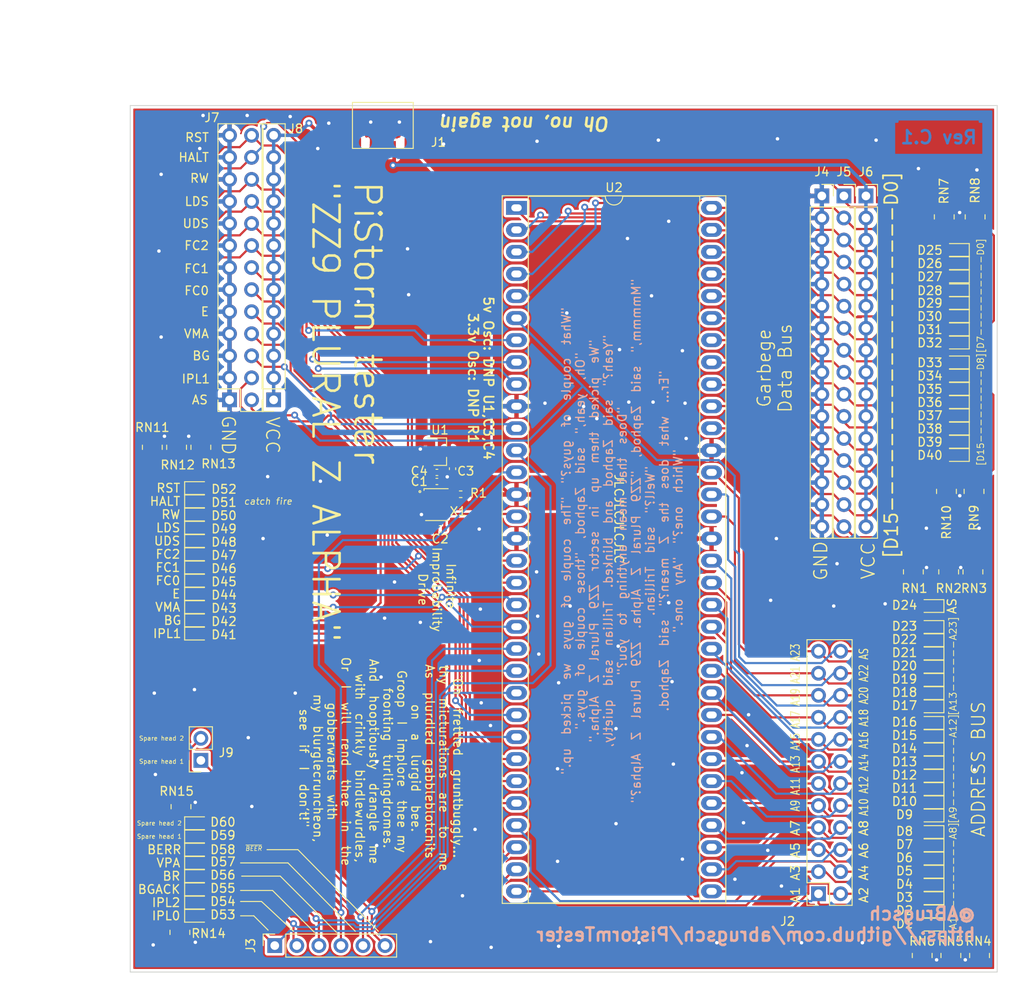
<source format=kicad_pcb>
(kicad_pcb (version 20171130) (host pcbnew "(5.1.10)-1")
  (layers (0 F.Cu signal) (31 B.Cu signal) (34 B.Paste user) (35 F.Paste user) (36 B.SilkS user) (37 F.SilkS user) (38 B.Mask user) (39 F.Mask user) (44 Edge.Cuts user))
  (net 0 "")
  (net 1 GND)
  (net 2 +5V)
  (net 3 /CLK)
  (net 4 /A1)
  (net 5 "Net-(D1-Pad1)")
  (net 6 "Net-(D2-Pad1)")
  (net 7 /A2)
  (net 8 /A3)
  (net 9 "Net-(D3-Pad1)")
  (net 10 "Net-(D4-Pad1)")
  (net 11 /A4)
  (net 12 /A5)
  (net 13 "Net-(D5-Pad1)")
  (net 14 "Net-(D6-Pad1)")
  (net 15 /A6)
  (net 16 /A7)
  (net 17 "Net-(D7-Pad1)")
  (net 18 "Net-(D8-Pad1)")
  (net 19 /A8)
  (net 20 /A9)
  (net 21 "Net-(D9-Pad1)")
  (net 22 "Net-(D10-Pad1)")
  (net 23 /A10)
  (net 24 /A11)
  (net 25 "Net-(D11-Pad1)")
  (net 26 "Net-(D12-Pad1)")
  (net 27 /A12)
  (net 28 /A13)
  (net 29 "Net-(D13-Pad1)")
  (net 30 "Net-(D14-Pad1)")
  (net 31 /A14)
  (net 32 /A15)
  (net 33 "Net-(D15-Pad1)")
  (net 34 /A16)
  (net 35 "Net-(D16-Pad1)")
  (net 36 "Net-(D17-Pad1)")
  (net 37 /A17)
  (net 38 /A18)
  (net 39 "Net-(D18-Pad1)")
  (net 40 "Net-(D19-Pad1)")
  (net 41 /A19)
  (net 42 /A20)
  (net 43 "Net-(D20-Pad1)")
  (net 44 "Net-(D21-Pad1)")
  (net 45 /A21)
  (net 46 /A22)
  (net 47 "Net-(D22-Pad1)")
  (net 48 "Net-(D23-Pad1)")
  (net 49 /A23)
  (net 50 /AS)
  (net 51 "Net-(D24-Pad1)")
  (net 52 "Net-(D25-Pad1)")
  (net 53 /D0)
  (net 54 /D1)
  (net 55 "Net-(D26-Pad1)")
  (net 56 /D2)
  (net 57 "Net-(D27-Pad1)")
  (net 58 "Net-(D28-Pad1)")
  (net 59 /D3)
  (net 60 "Net-(D29-Pad1)")
  (net 61 /D4)
  (net 62 /D5)
  (net 63 "Net-(D30-Pad1)")
  (net 64 "Net-(D31-Pad1)")
  (net 65 /D6)
  (net 66 /D7)
  (net 67 "Net-(D32-Pad1)")
  (net 68 "Net-(D33-Pad1)")
  (net 69 /D8)
  (net 70 /D9)
  (net 71 "Net-(D34-Pad1)")
  (net 72 /D10)
  (net 73 "Net-(D35-Pad1)")
  (net 74 "Net-(D36-Pad1)")
  (net 75 /D11)
  (net 76 /D12)
  (net 77 "Net-(D37-Pad1)")
  (net 78 /D13)
  (net 79 "Net-(D38-Pad1)")
  (net 80 "Net-(D39-Pad1)")
  (net 81 /D14)
  (net 82 "Net-(D40-Pad1)")
  (net 83 /D15)
  (net 84 "Net-(D41-Pad1)")
  (net 85 /IPL1)
  (net 86 /BG)
  (net 87 "Net-(D42-Pad1)")
  (net 88 "Net-(D43-Pad1)")
  (net 89 /VMA)
  (net 90 "Net-(D44-Pad1)")
  (net 91 /E)
  (net 92 /FC0)
  (net 93 "Net-(D45-Pad1)")
  (net 94 "Net-(D46-Pad1)")
  (net 95 /FC1)
  (net 96 "Net-(D47-Pad1)")
  (net 97 /FC2)
  (net 98 /UDS)
  (net 99 "Net-(D48-Pad1)")
  (net 100 "Net-(D49-Pad1)")
  (net 101 /LDS)
  (net 102 /RW)
  (net 103 "Net-(D50-Pad1)")
  (net 104 "Net-(D51-Pad1)")
  (net 105 /HALT)
  (net 106 /RESET)
  (net 107 "Net-(D52-Pad1)")
  (net 108 "Net-(D53-Pad1)")
  (net 109 /IPL0)
  (net 110 /IPL2)
  (net 111 "Net-(D54-Pad1)")
  (net 112 /BGACK)
  (net 113 "Net-(D55-Pad1)")
  (net 114 "Net-(D56-Pad1)")
  (net 115 /BR)
  (net 116 /VPA)
  (net 117 "Net-(D57-Pad1)")
  (net 118 "Net-(D58-Pad1)")
  (net 119 /BERR)
  (net 120 /SP1)
  (net 121 "Net-(D59-Pad1)")
  (net 122 "Net-(D60-Pad1)")
  (net 123 /SP2)
  (net 124 "Net-(J1-Pad4)")
  (net 125 "Net-(J1-Pad3)")
  (net 126 "Net-(J1-Pad2)")
  (net 127 VCC)
  (module Capacitor_SMD:C_0402_1005Metric (layer F.Cu) (at 119.8906 98.7806)
    (fp_text reference C4 (at -2.0346 -0.1524) (layer F.SilkS))
    (fp_text value 1uF)
    (pad 2 smd roundrect (at 0.48 0) (size 0.56 0.62) (layers F.Cu F.Paste F.Mask) (net 1 GND))
    (pad 1 smd roundrect (at -0.48 0) (size 0.56 0.62) (layers F.Cu F.Paste F.Mask) (net 127 VCC))
  )
  (module Capacitor_SMD:C_0402_1005Metric (layer F.Cu) (at 121.6914 98.3514 270)
    (fp_text reference C3 (at 0.2768 -1.524 180) (layer F.SilkS))
    (fp_text value 1uF)
    (pad 2 smd roundrect (at 0.48 0 270) (size 0.56 0.62) (layers F.Cu F.Paste F.Mask) (net 1 GND))
    (pad 1 smd roundrect (at -0.48 0 270) (size 0.56 0.62) (layers F.Cu F.Paste F.Mask) (net 2 +5V))
  )
  (module Package_TO_SOT_SMD:SOT-23 (layer F.Cu) (at 120.2436 96.393)
    (fp_text reference U1 (at 0 -2.5) (layer F.SilkS))
    (fp_text value AP2127N-1.0)
    (pad 3 smd rect (at 1 0) (size 0.9 0.8) (layers F.Cu F.Paste F.Mask) (net 2 +5V))
    (pad 2 smd rect (at -1 0.95) (size 0.9 0.8) (layers F.Cu F.Paste F.Mask) (net 127 VCC))
    (pad 1 smd rect (at -1 -0.95) (size 0.9 0.8) (layers F.Cu F.Paste F.Mask) (net 1 GND))
  )
  (module Resistor_SMD:R_0402_1005Metric (layer F.Cu) (at 122.6312 101.2952)
    (fp_text reference R1 (at 2.0574 -0.127) (layer F.SilkS))
    (fp_text value "0 R")
    (pad 2 smd roundrect (at 0.51 0) (size 0.54 0.64) (layers F.Cu F.Paste F.Mask) (net 2 +5V))
    (pad 1 smd roundrect (at -0.51 0) (size 0.54 0.64) (layers F.Cu F.Paste F.Mask) (net 127 VCC))
  )
  (module "ZZ9 parts:DIP-64_W22.86mm_Socket_LongPads-big_holes" (layer F.Cu) (at 128.854401 68.300001)
    (fp_text reference U2 (at 11.43 -2.33) (layer F.SilkS))
    (fp_text value 68000D)
    (pad 64 thru_hole oval (at 22.66 0) (size 2.4 1.6) (drill oval 1.2 0.8) (layers *.Cu *.Mask) (net 62 /D5))
    (pad 32 thru_hole oval (at 0.2 78.74) (size 2.4 1.6) (drill oval 1.2 0.8) (layers *.Cu *.Mask) (net 11 /A4))
    (pad 63 thru_hole oval (at 22.66 2.54) (size 2.4 1.6) (drill oval 1.2 0.8) (layers *.Cu *.Mask) (net 65 /D6))
    (pad 31 thru_hole oval (at 0.2 76.2) (size 2.4 1.6) (drill oval 1.2 0.8) (layers *.Cu *.Mask) (net 8 /A3))
    (pad 62 thru_hole oval (at 22.66 5.08) (size 2.4 1.6) (drill oval 1.2 0.8) (layers *.Cu *.Mask) (net 66 /D7))
    (pad 30 thru_hole oval (at 0.2 73.66) (size 2.4 1.6) (drill oval 1.2 0.8) (layers *.Cu *.Mask) (net 7 /A2))
    (pad 61 thru_hole oval (at 22.66 7.62) (size 2.4 1.6) (drill oval 1.2 0.8) (layers *.Cu *.Mask) (net 69 /D8))
    (pad 29 thru_hole oval (at 0.2 71.12) (size 2.4 1.6) (drill oval 1.2 0.8) (layers *.Cu *.Mask) (net 4 /A1))
    (pad 60 thru_hole oval (at 22.66 10.16) (size 2.4 1.6) (drill oval 1.2 0.8) (layers *.Cu *.Mask) (net 70 /D9))
    (pad 28 thru_hole oval (at 0.2 68.58) (size 2.4 1.6) (drill oval 1.2 0.8) (layers *.Cu *.Mask) (net 92 /FC0))
    (pad 59 thru_hole oval (at 22.66 12.7) (size 2.4 1.6) (drill oval 1.2 0.8) (layers *.Cu *.Mask) (net 72 /D10))
    (pad 27 thru_hole oval (at 0.2 66.04) (size 2.4 1.6) (drill oval 1.2 0.8) (layers *.Cu *.Mask) (net 95 /FC1))
    (pad 58 thru_hole oval (at 22.66 15.24) (size 2.4 1.6) (drill oval 1.2 0.8) (layers *.Cu *.Mask) (net 75 /D11))
    (pad 26 thru_hole oval (at 0.2 63.5) (size 2.4 1.6) (drill oval 1.2 0.8) (layers *.Cu *.Mask) (net 97 /FC2))
    (pad 57 thru_hole oval (at 22.66 17.78) (size 2.4 1.6) (drill oval 1.2 0.8) (layers *.Cu *.Mask) (net 76 /D12))
    (pad 25 thru_hole oval (at 0.2 60.96) (size 2.4 1.6) (drill oval 1.2 0.8) (layers *.Cu *.Mask) (net 109 /IPL0))
    (pad 56 thru_hole oval (at 22.66 20.32) (size 2.4 1.6) (drill oval 1.2 0.8) (layers *.Cu *.Mask) (net 78 /D13))
    (pad 24 thru_hole oval (at 0.2 58.42) (size 2.4 1.6) (drill oval 1.2 0.8) (layers *.Cu *.Mask) (net 85 /IPL1))
    (pad 55 thru_hole oval (at 22.66 22.86) (size 2.4 1.6) (drill oval 1.2 0.8) (layers *.Cu *.Mask) (net 81 /D14))
    (pad 23 thru_hole oval (at 0.2 55.88) (size 2.4 1.6) (drill oval 1.2 0.8) (layers *.Cu *.Mask) (net 110 /IPL2))
    (pad 54 thru_hole oval (at 22.66 25.4) (size 2.4 1.6) (drill oval 1.2 0.8) (layers *.Cu *.Mask) (net 83 /D15))
    (pad 22 thru_hole oval (at 0.2 53.34) (size 2.4 1.6) (drill oval 1.2 0.8) (layers *.Cu *.Mask) (net 119 /BERR))
    (pad 53 thru_hole oval (at 22.66 27.94) (size 2.4 1.6) (drill oval 1.2 0.8) (layers *.Cu *.Mask) (net 1 GND))
    (pad 21 thru_hole oval (at 0.2 50.8) (size 2.4 1.6) (drill oval 1.2 0.8) (layers *.Cu *.Mask) (net 116 /VPA))
    (pad 52 thru_hole oval (at 22.66 30.48) (size 2.4 1.6) (drill oval 1.2 0.8) (layers *.Cu *.Mask) (net 49 /A23))
    (pad 20 thru_hole oval (at 0.2 48.26) (size 2.4 1.6) (drill oval 1.2 0.8) (layers *.Cu *.Mask) (net 91 /E))
    (pad 51 thru_hole oval (at 22.66 33.02) (size 2.4 1.6) (drill oval 1.2 0.8) (layers *.Cu *.Mask) (net 46 /A22))
    (pad 19 thru_hole oval (at 0.2 45.72) (size 2.4 1.6) (drill oval 1.2 0.8) (layers *.Cu *.Mask) (net 89 /VMA))
    (pad 50 thru_hole oval (at 22.66 35.56) (size 2.4 1.6) (drill oval 1.2 0.8) (layers *.Cu *.Mask) (net 45 /A21))
    (pad 18 thru_hole oval (at 0.2 43.18) (size 2.4 1.6) (drill oval 1.2 0.8) (layers *.Cu *.Mask) (net 106 /RESET))
    (pad 49 thru_hole oval (at 22.66 38.1) (size 2.4 1.6) (drill oval 1.2 0.8) (layers *.Cu *.Mask) (net 2 +5V))
    (pad 17 thru_hole oval (at 0.2 40.64) (size 2.4 1.6) (drill oval 1.2 0.8) (layers *.Cu *.Mask) (net 105 /HALT))
    (pad 48 thru_hole oval (at 22.66 40.64) (size 2.4 1.6) (drill oval 1.2 0.8) (layers *.Cu *.Mask) (net 42 /A20))
    (pad 16 thru_hole oval (at 0.2 38.1) (size 2.4 1.6) (drill oval 1.2 0.8) (layers *.Cu *.Mask) (net 1 GND))
    (pad 47 thru_hole oval (at 22.66 43.18) (size 2.4 1.6) (drill oval 1.2 0.8) (layers *.Cu *.Mask) (net 41 /A19))
    (pad 15 thru_hole oval (at 0.2 35.56) (size 2.4 1.6) (drill oval 1.2 0.8) (layers *.Cu *.Mask) (net 3 /CLK))
    (pad 46 thru_hole oval (at 22.66 45.72) (size 2.4 1.6) (drill oval 1.2 0.8) (layers *.Cu *.Mask) (net 38 /A18))
    (pad 14 thru_hole oval (at 0.2 33.02) (size 2.4 1.6) (drill oval 1.2 0.8) (layers *.Cu *.Mask) (net 2 +5V))
    (pad 45 thru_hole oval (at 22.66 48.26) (size 2.4 1.6) (drill oval 1.2 0.8) (layers *.Cu *.Mask) (net 37 /A17))
    (pad 13 thru_hole oval (at 0.2 30.48) (size 2.4 1.6) (drill oval 1.2 0.8) (layers *.Cu *.Mask) (net 115 /BR))
    (pad 44 thru_hole oval (at 22.66 50.8) (size 2.4 1.6) (drill oval 1.2 0.8) (layers *.Cu *.Mask) (net 34 /A16))
    (pad 12 thru_hole oval (at 0.2 27.94) (size 2.4 1.6) (drill oval 1.2 0.8) (layers *.Cu *.Mask) (net 112 /BGACK))
    (pad 43 thru_hole oval (at 22.66 53.34) (size 2.4 1.6) (drill oval 1.2 0.8) (layers *.Cu *.Mask) (net 32 /A15))
    (pad 11 thru_hole oval (at 0.2 25.4) (size 2.4 1.6) (drill oval 1.2 0.8) (layers *.Cu *.Mask) (net 86 /BG))
    (pad 42 thru_hole oval (at 22.66 55.88) (size 2.4 1.6) (drill oval 1.2 0.8) (layers *.Cu *.Mask) (net 31 /A14))
    (pad 10 thru_hole oval (at 0.2 22.86) (size 2.4 1.6) (drill oval 1.2 0.8) (layers *.Cu *.Mask) (net 1 GND))
    (pad 41 thru_hole oval (at 22.66 58.42) (size 2.4 1.6) (drill oval 1.2 0.8) (layers *.Cu *.Mask) (net 28 /A13))
    (pad 9 thru_hole oval (at 0.2 20.32) (size 2.4 1.6) (drill oval 1.2 0.8) (layers *.Cu *.Mask) (net 102 /RW))
    (pad 40 thru_hole oval (at 22.66 60.96) (size 2.4 1.6) (drill oval 1.2 0.8) (layers *.Cu *.Mask) (net 27 /A12))
    (pad 8 thru_hole oval (at 0.2 17.78) (size 2.4 1.6) (drill oval 1.2 0.8) (layers *.Cu *.Mask) (net 101 /LDS))
    (pad 39 thru_hole oval (at 22.66 63.5) (size 2.4 1.6) (drill oval 1.2 0.8) (layers *.Cu *.Mask) (net 24 /A11))
    (pad 7 thru_hole oval (at 0.2 15.24) (size 2.4 1.6) (drill oval 1.2 0.8) (layers *.Cu *.Mask) (net 98 /UDS))
    (pad 38 thru_hole oval (at 22.66 66.04) (size 2.4 1.6) (drill oval 1.2 0.8) (layers *.Cu *.Mask) (net 23 /A10))
    (pad 6 thru_hole oval (at 0.2 12.7) (size 2.4 1.6) (drill oval 1.2 0.8) (layers *.Cu *.Mask) (net 50 /AS))
    (pad 37 thru_hole oval (at 22.66 68.58) (size 2.4 1.6) (drill oval 1.2 0.8) (layers *.Cu *.Mask) (net 20 /A9))
    (pad 5 thru_hole oval (at 0.2 10.16) (size 2.4 1.6) (drill oval 1.2 0.8) (layers *.Cu *.Mask) (net 53 /D0))
    (pad 36 thru_hole oval (at 22.66 71.12) (size 2.4 1.6) (drill oval 1.2 0.8) (layers *.Cu *.Mask) (net 19 /A8))
    (pad 4 thru_hole oval (at 0.2 7.62) (size 2.4 1.6) (drill oval 1.2 0.8) (layers *.Cu *.Mask) (net 54 /D1))
    (pad 35 thru_hole oval (at 22.66 73.66) (size 2.4 1.6) (drill oval 1.2 0.8) (layers *.Cu *.Mask) (net 16 /A7))
    (pad 3 thru_hole oval (at 0.2 5.08) (size 2.4 1.6) (drill oval 1.2 0.8) (layers *.Cu *.Mask) (net 56 /D2))
    (pad 34 thru_hole oval (at 22.66 76.2) (size 2.4 1.6) (drill oval 1.2 0.8) (layers *.Cu *.Mask) (net 15 /A6))
    (pad 2 thru_hole oval (at 0.2 2.54) (size 2.4 1.6) (drill oval 1.2 0.8) (layers *.Cu *.Mask) (net 59 /D3))
    (pad 33 thru_hole oval (at 22.66 78.74) (size 2.4 1.6) (drill oval 1.2 0.8) (layers *.Cu *.Mask) (net 12 /A5))
    (pad 1 thru_hole rect (at 0.2 0) (size 2.4 1.6) (drill oval 1.2 0.8) (layers *.Cu *.Mask) (net 61 /D4))
  )
  (module Connector_PinSocket_2.54mm:PinSocket_2x12_P2.54mm_Vertical (layer F.Cu) (at 163.83 147.32 180)
    (fp_text reference J2 (at 3.556 -3.175) (layer F.SilkS))
    (fp_text value Conn_02x12_Odd_Even)
    (pad 1 thru_hole rect (at 0 0 180) (size 1.7 1.7) (drill 1) (layers *.Cu *.Mask) (net 4 /A1))
    (pad 2 thru_hole oval (at -2.54 0 180) (size 1.7 1.7) (drill 1) (layers *.Cu *.Mask) (net 7 /A2))
    (pad 3 thru_hole oval (at 0 2.54 180) (size 1.7 1.7) (drill 1) (layers *.Cu *.Mask) (net 8 /A3))
    (pad 4 thru_hole oval (at -2.54 2.54 180) (size 1.7 1.7) (drill 1) (layers *.Cu *.Mask) (net 11 /A4))
    (pad 5 thru_hole oval (at 0 5.08 180) (size 1.7 1.7) (drill 1) (layers *.Cu *.Mask) (net 12 /A5))
    (pad 6 thru_hole oval (at -2.54 5.08 180) (size 1.7 1.7) (drill 1) (layers *.Cu *.Mask) (net 15 /A6))
    (pad 7 thru_hole oval (at 0 7.62 180) (size 1.7 1.7) (drill 1) (layers *.Cu *.Mask) (net 16 /A7))
    (pad 8 thru_hole oval (at -2.54 7.62 180) (size 1.7 1.7) (drill 1) (layers *.Cu *.Mask) (net 19 /A8))
    (pad 9 thru_hole oval (at 0 10.16 180) (size 1.7 1.7) (drill 1) (layers *.Cu *.Mask) (net 20 /A9))
    (pad 10 thru_hole oval (at -2.54 10.16 180) (size 1.7 1.7) (drill 1) (layers *.Cu *.Mask) (net 23 /A10))
    (pad 11 thru_hole oval (at 0 12.7 180) (size 1.7 1.7) (drill 1) (layers *.Cu *.Mask) (net 24 /A11))
    (pad 12 thru_hole oval (at -2.54 12.7 180) (size 1.7 1.7) (drill 1) (layers *.Cu *.Mask) (net 27 /A12))
    (pad 13 thru_hole oval (at 0 15.24 180) (size 1.7 1.7) (drill 1) (layers *.Cu *.Mask) (net 28 /A13))
    (pad 14 thru_hole oval (at -2.54 15.24 180) (size 1.7 1.7) (drill 1) (layers *.Cu *.Mask) (net 31 /A14))
    (pad 15 thru_hole oval (at 0 17.78 180) (size 1.7 1.7) (drill 1) (layers *.Cu *.Mask) (net 32 /A15))
    (pad 16 thru_hole oval (at -2.54 17.78 180) (size 1.7 1.7) (drill 1) (layers *.Cu *.Mask) (net 34 /A16))
    (pad 17 thru_hole oval (at 0 20.32 180) (size 1.7 1.7) (drill 1) (layers *.Cu *.Mask) (net 37 /A17))
    (pad 18 thru_hole oval (at -2.54 20.32 180) (size 1.7 1.7) (drill 1) (layers *.Cu *.Mask) (net 38 /A18))
    (pad 19 thru_hole oval (at 0 22.86 180) (size 1.7 1.7) (drill 1) (layers *.Cu *.Mask) (net 41 /A19))
    (pad 20 thru_hole oval (at -2.54 22.86 180) (size 1.7 1.7) (drill 1) (layers *.Cu *.Mask) (net 42 /A20))
    (pad 21 thru_hole oval (at 0 25.4 180) (size 1.7 1.7) (drill 1) (layers *.Cu *.Mask) (net 45 /A21))
    (pad 22 thru_hole oval (at -2.54 25.4 180) (size 1.7 1.7) (drill 1) (layers *.Cu *.Mask) (net 46 /A22))
    (pad 23 thru_hole oval (at 0 27.94 180) (size 1.7 1.7) (drill 1) (layers *.Cu *.Mask) (net 49 /A23))
    (pad 24 thru_hole oval (at -2.54 27.94 180) (size 1.7 1.7) (drill 1) (layers *.Cu *.Mask) (net 50 /AS))
  )
  (module Capacitor_SMD:C_0402_1005Metric (layer F.Cu) (at 119.888 99.822)
    (fp_text reference C1 (at -2.032 0) (layer F.SilkS))
    (fp_text value 0.1uF)
    (pad 2 smd roundrect (at 0.48 0) (size 0.56 0.62) (layers F.Cu F.Paste F.Mask) (net 1 GND))
    (pad 1 smd roundrect (at -0.48 0) (size 0.56 0.62) (layers F.Cu F.Paste F.Mask) (net 127 VCC))
  )
  (module Capacitor_SMD:C_0402_1005Metric (layer F.Cu) (at 120.269 105.283 180)
    (fp_text reference C2 (at 0 -1.16) (layer F.SilkS))
    (fp_text value 15pF)
    (pad 1 smd roundrect (at -0.48 0 180) (size 0.56 0.62) (layers F.Cu F.Paste F.Mask) (net 3 /CLK))
    (pad 2 smd roundrect (at 0.48 0 180) (size 0.56 0.62) (layers F.Cu F.Paste F.Mask) (net 1 GND))
  )
  (module LED_SMD:LED_0603_1608Metric (layer F.Cu) (at 176.784 150.876 180)
    (fp_text reference D1 (at 3.048 0.094) (layer F.SilkS))
    (fp_text value LED_A1)
    (pad 2 smd roundrect (at 0.7875 0 180) (size 0.875 0.95) (layers F.Cu F.Paste F.Mask) (net 4 /A1))
    (pad 1 smd roundrect (at -0.7875 0 180) (size 0.875 0.95) (layers F.Cu F.Paste F.Mask) (net 5 "Net-(D1-Pad1)"))
  )
  (module LED_SMD:LED_0603_1608Metric (layer F.Cu) (at 176.784 149.352 180)
    (fp_text reference D2 (at 3.048 0.094) (layer F.SilkS))
    (fp_text value LED_A2)
    (pad 1 smd roundrect (at -0.7875 0 180) (size 0.875 0.95) (layers F.Cu F.Paste F.Mask) (net 6 "Net-(D2-Pad1)"))
    (pad 2 smd roundrect (at 0.7875 0 180) (size 0.875 0.95) (layers F.Cu F.Paste F.Mask) (net 7 /A2))
  )
  (module LED_SMD:LED_0603_1608Metric (layer F.Cu) (at 176.784 147.828 180)
    (fp_text reference D3 (at 3.048 0.094) (layer F.SilkS))
    (fp_text value LED_A3)
    (pad 2 smd roundrect (at 0.7875 0 180) (size 0.875 0.95) (layers F.Cu F.Paste F.Mask) (net 8 /A3))
    (pad 1 smd roundrect (at -0.7875 0 180) (size 0.875 0.95) (layers F.Cu F.Paste F.Mask) (net 9 "Net-(D3-Pad1)"))
  )
  (module LED_SMD:LED_0603_1608Metric (layer F.Cu) (at 176.784 146.304 180)
    (fp_text reference D4 (at 3.048 0.094) (layer F.SilkS))
    (fp_text value LED_A4)
    (pad 1 smd roundrect (at -0.7875 0 180) (size 0.875 0.95) (layers F.Cu F.Paste F.Mask) (net 10 "Net-(D4-Pad1)"))
    (pad 2 smd roundrect (at 0.7875 0 180) (size 0.875 0.95) (layers F.Cu F.Paste F.Mask) (net 11 /A4))
  )
  (module LED_SMD:LED_0603_1608Metric (layer F.Cu) (at 176.784 144.78 180)
    (fp_text reference D5 (at 3.048 0.094) (layer F.SilkS))
    (fp_text value LED_A5)
    (pad 2 smd roundrect (at 0.7875 0 180) (size 0.875 0.95) (layers F.Cu F.Paste F.Mask) (net 12 /A5))
    (pad 1 smd roundrect (at -0.7875 0 180) (size 0.875 0.95) (layers F.Cu F.Paste F.Mask) (net 13 "Net-(D5-Pad1)"))
  )
  (module LED_SMD:LED_0603_1608Metric (layer F.Cu) (at 176.784 143.256 180)
    (fp_text reference D6 (at 3.048 0.094) (layer F.SilkS))
    (fp_text value LED_A6)
    (pad 1 smd roundrect (at -0.7875 0 180) (size 0.875 0.95) (layers F.Cu F.Paste F.Mask) (net 14 "Net-(D6-Pad1)"))
    (pad 2 smd roundrect (at 0.7875 0 180) (size 0.875 0.95) (layers F.Cu F.Paste F.Mask) (net 15 /A6))
  )
  (module LED_SMD:LED_0603_1608Metric (layer F.Cu) (at 176.784 141.732 180)
    (fp_text reference D7 (at 3.048 0.094) (layer F.SilkS))
    (fp_text value LED_A7)
    (pad 2 smd roundrect (at 0.7875 0 180) (size 0.875 0.95) (layers F.Cu F.Paste F.Mask) (net 16 /A7))
    (pad 1 smd roundrect (at -0.7875 0 180) (size 0.875 0.95) (layers F.Cu F.Paste F.Mask) (net 17 "Net-(D7-Pad1)"))
  )
  (module LED_SMD:LED_0603_1608Metric (layer F.Cu) (at 176.784 140.208 180)
    (fp_text reference D8 (at 3.048 0.094) (layer F.SilkS))
    (fp_text value LED_A8)
    (pad 1 smd roundrect (at -0.7875 0 180) (size 0.875 0.95) (layers F.Cu F.Paste F.Mask) (net 18 "Net-(D8-Pad1)"))
    (pad 2 smd roundrect (at 0.7875 0 180) (size 0.875 0.95) (layers F.Cu F.Paste F.Mask) (net 19 /A8))
  )
  (module LED_SMD:LED_0603_1608Metric (layer F.Cu) (at 176.784 138.303 180)
    (fp_text reference D9 (at 3.048 0.094) (layer F.SilkS))
    (fp_text value LED_A9)
    (pad 2 smd roundrect (at 0.7875 0 180) (size 0.875 0.95) (layers F.Cu F.Paste F.Mask) (net 20 /A9))
    (pad 1 smd roundrect (at -0.7875 0 180) (size 0.875 0.95) (layers F.Cu F.Paste F.Mask) (net 21 "Net-(D9-Pad1)"))
  )
  (module LED_SMD:LED_0603_1608Metric (layer F.Cu) (at 176.784 136.779 180)
    (fp_text reference D10 (at 3.048 0.094) (layer F.SilkS))
    (fp_text value LED_A10)
    (pad 1 smd roundrect (at -0.7875 0 180) (size 0.875 0.95) (layers F.Cu F.Paste F.Mask) (net 22 "Net-(D10-Pad1)"))
    (pad 2 smd roundrect (at 0.7875 0 180) (size 0.875 0.95) (layers F.Cu F.Paste F.Mask) (net 23 /A10))
  )
  (module LED_SMD:LED_0603_1608Metric (layer F.Cu) (at 176.784 135.255 180)
    (fp_text reference D11 (at 3.048 0.094) (layer F.SilkS))
    (fp_text value LED_A11)
    (pad 2 smd roundrect (at 0.7875 0 180) (size 0.875 0.95) (layers F.Cu F.Paste F.Mask) (net 24 /A11))
    (pad 1 smd roundrect (at -0.7875 0 180) (size 0.875 0.95) (layers F.Cu F.Paste F.Mask) (net 25 "Net-(D11-Pad1)"))
  )
  (module LED_SMD:LED_0603_1608Metric (layer F.Cu) (at 176.784 133.731 180)
    (fp_text reference D12 (at 3.048 0.094) (layer F.SilkS))
    (fp_text value LED_A12)
    (pad 1 smd roundrect (at -0.7875 0 180) (size 0.875 0.95) (layers F.Cu F.Paste F.Mask) (net 26 "Net-(D12-Pad1)"))
    (pad 2 smd roundrect (at 0.7875 0 180) (size 0.875 0.95) (layers F.Cu F.Paste F.Mask) (net 27 /A12))
  )
  (module LED_SMD:LED_0603_1608Metric (layer F.Cu) (at 176.784 132.207 180)
    (fp_text reference D13 (at 3.048 0.094) (layer F.SilkS))
    (fp_text value LED_A13)
    (pad 2 smd roundrect (at 0.7875 0 180) (size 0.875 0.95) (layers F.Cu F.Paste F.Mask) (net 28 /A13))
    (pad 1 smd roundrect (at -0.7875 0 180) (size 0.875 0.95) (layers F.Cu F.Paste F.Mask) (net 29 "Net-(D13-Pad1)"))
  )
  (module LED_SMD:LED_0603_1608Metric (layer F.Cu) (at 176.784 130.683 180)
    (fp_text reference D14 (at 3.048 0.094) (layer F.SilkS))
    (fp_text value LED_A14)
    (pad 1 smd roundrect (at -0.7875 0 180) (size 0.875 0.95) (layers F.Cu F.Paste F.Mask) (net 30 "Net-(D14-Pad1)"))
    (pad 2 smd roundrect (at 0.7875 0 180) (size 0.875 0.95) (layers F.Cu F.Paste F.Mask) (net 31 /A14))
  )
  (module LED_SMD:LED_0603_1608Metric (layer F.Cu) (at 176.784 129.159 180)
    (fp_text reference D15 (at 3.048 0.094) (layer F.SilkS))
    (fp_text value LED_A15)
    (pad 2 smd roundrect (at 0.7875 0 180) (size 0.875 0.95) (layers F.Cu F.Paste F.Mask) (net 32 /A15))
    (pad 1 smd roundrect (at -0.7875 0 180) (size 0.875 0.95) (layers F.Cu F.Paste F.Mask) (net 33 "Net-(D15-Pad1)"))
  )
  (module LED_SMD:LED_0603_1608Metric (layer F.Cu) (at 176.784 127.635 180)
    (fp_text reference D16 (at 3.048 0.094) (layer F.SilkS))
    (fp_text value LED_A16)
    (pad 2 smd roundrect (at 0.7875 0 180) (size 0.875 0.95) (layers F.Cu F.Paste F.Mask) (net 34 /A16))
    (pad 1 smd roundrect (at -0.7875 0 180) (size 0.875 0.95) (layers F.Cu F.Paste F.Mask) (net 35 "Net-(D16-Pad1)"))
  )
  (module LED_SMD:LED_0603_1608Metric (layer F.Cu) (at 176.784 125.73 180)
    (fp_text reference D17 (at 3.048 0.094) (layer F.SilkS))
    (fp_text value LED_A17)
    (pad 1 smd roundrect (at -0.7875 0 180) (size 0.875 0.95) (layers F.Cu F.Paste F.Mask) (net 36 "Net-(D17-Pad1)"))
    (pad 2 smd roundrect (at 0.7875 0 180) (size 0.875 0.95) (layers F.Cu F.Paste F.Mask) (net 37 /A17))
  )
  (module LED_SMD:LED_0603_1608Metric (layer F.Cu) (at 176.784 124.206 180)
    (fp_text reference D18 (at 3.048 0.094) (layer F.SilkS))
    (fp_text value LED_A18)
    (pad 2 smd roundrect (at 0.7875 0 180) (size 0.875 0.95) (layers F.Cu F.Paste F.Mask) (net 38 /A18))
    (pad 1 smd roundrect (at -0.7875 0 180) (size 0.875 0.95) (layers F.Cu F.Paste F.Mask) (net 39 "Net-(D18-Pad1)"))
  )
  (module LED_SMD:LED_0603_1608Metric (layer F.Cu) (at 176.784 122.682 180)
    (fp_text reference D19 (at 3.048 0.094) (layer F.SilkS))
    (fp_text value LED_A19)
    (pad 1 smd roundrect (at -0.7875 0 180) (size 0.875 0.95) (layers F.Cu F.Paste F.Mask) (net 40 "Net-(D19-Pad1)"))
    (pad 2 smd roundrect (at 0.7875 0 180) (size 0.875 0.95) (layers F.Cu F.Paste F.Mask) (net 41 /A19))
  )
  (module LED_SMD:LED_0603_1608Metric (layer F.Cu) (at 176.784 121.158 180)
    (fp_text reference D20 (at 3.048 0.094) (layer F.SilkS))
    (fp_text value LED_A20)
    (pad 2 smd roundrect (at 0.7875 0 180) (size 0.875 0.95) (layers F.Cu F.Paste F.Mask) (net 42 /A20))
    (pad 1 smd roundrect (at -0.7875 0 180) (size 0.875 0.95) (layers F.Cu F.Paste F.Mask) (net 43 "Net-(D20-Pad1)"))
  )
  (module LED_SMD:LED_0603_1608Metric (layer F.Cu) (at 176.784 119.634 180)
    (fp_text reference D21 (at 3.048 0.094) (layer F.SilkS))
    (fp_text value LED_A21)
    (pad 1 smd roundrect (at -0.7875 0 180) (size 0.875 0.95) (layers F.Cu F.Paste F.Mask) (net 44 "Net-(D21-Pad1)"))
    (pad 2 smd roundrect (at 0.7875 0 180) (size 0.875 0.95) (layers F.Cu F.Paste F.Mask) (net 45 /A21))
  )
  (module LED_SMD:LED_0603_1608Metric (layer F.Cu) (at 176.784 118.11 180)
    (fp_text reference D22 (at 3.048 0.094) (layer F.SilkS))
    (fp_text value LED_A22)
    (pad 2 smd roundrect (at 0.7875 0 180) (size 0.875 0.95) (layers F.Cu F.Paste F.Mask) (net 46 /A22))
    (pad 1 smd roundrect (at -0.7875 0 180) (size 0.875 0.95) (layers F.Cu F.Paste F.Mask) (net 47 "Net-(D22-Pad1)"))
  )
  (module LED_SMD:LED_0603_1608Metric (layer F.Cu) (at 176.784 116.586 180)
    (fp_text reference D23 (at 3.048 0.094) (layer F.SilkS))
    (fp_text value LED_A23)
    (pad 1 smd roundrect (at -0.7875 0 180) (size 0.875 0.95) (layers F.Cu F.Paste F.Mask) (net 48 "Net-(D23-Pad1)"))
    (pad 2 smd roundrect (at 0.7875 0 180) (size 0.875 0.95) (layers F.Cu F.Paste F.Mask) (net 49 /A23))
  )
  (module LED_SMD:LED_0603_1608Metric (layer F.Cu) (at 176.784 114.173 180)
    (fp_text reference D24 (at 3.048 0.094) (layer F.SilkS))
    (fp_text value LED_AS)
    (pad 2 smd roundrect (at 0.7875 0 180) (size 0.875 0.95) (layers F.Cu F.Paste F.Mask) (net 50 /AS))
    (pad 1 smd roundrect (at -0.7875 0 180) (size 0.875 0.95) (layers F.Cu F.Paste F.Mask) (net 51 "Net-(D24-Pad1)"))
  )
  (module LED_SMD:LED_0603_1608Metric (layer F.Cu) (at 179.705 73.152 180)
    (fp_text reference D25 (at 3.048 -0.033) (layer F.SilkS))
    (fp_text value LED_D0)
    (pad 1 smd roundrect (at -0.7875 0 180) (size 0.875 0.95) (layers F.Cu F.Paste F.Mask) (net 52 "Net-(D25-Pad1)"))
    (pad 2 smd roundrect (at 0.7875 0 180) (size 0.875 0.95) (layers F.Cu F.Paste F.Mask) (net 53 /D0))
  )
  (module LED_SMD:LED_0603_1608Metric (layer F.Cu) (at 179.705 74.676 180)
    (fp_text reference D26 (at 3.048 -0.033) (layer F.SilkS))
    (fp_text value LED_D1)
    (pad 2 smd roundrect (at 0.7875 0 180) (size 0.875 0.95) (layers F.Cu F.Paste F.Mask) (net 54 /D1))
    (pad 1 smd roundrect (at -0.7875 0 180) (size 0.875 0.95) (layers F.Cu F.Paste F.Mask) (net 55 "Net-(D26-Pad1)"))
  )
  (module LED_SMD:LED_0603_1608Metric (layer F.Cu) (at 179.705 76.2 180)
    (fp_text reference D27 (at 3.048 -0.033) (layer F.SilkS))
    (fp_text value LED_D2)
    (pad 2 smd roundrect (at 0.7875 0 180) (size 0.875 0.95) (layers F.Cu F.Paste F.Mask) (net 56 /D2))
    (pad 1 smd roundrect (at -0.7875 0 180) (size 0.875 0.95) (layers F.Cu F.Paste F.Mask) (net 57 "Net-(D27-Pad1)"))
  )
  (module LED_SMD:LED_0603_1608Metric (layer F.Cu) (at 179.705 77.806199 180)
    (fp_text reference D28 (at 3.048 -0.033) (layer F.SilkS))
    (fp_text value LED_D3)
    (pad 1 smd roundrect (at -0.7875 0 180) (size 0.875 0.95) (layers F.Cu F.Paste F.Mask) (net 58 "Net-(D28-Pad1)"))
    (pad 2 smd roundrect (at 0.7875 0 180) (size 0.875 0.95) (layers F.Cu F.Paste F.Mask) (net 59 /D3))
  )
  (module LED_SMD:LED_0603_1608Metric (layer F.Cu) (at 179.705 79.248 180)
    (fp_text reference D29 (at 3.048 -0.033) (layer F.SilkS))
    (fp_text value LED_D4)
    (pad 1 smd roundrect (at -0.7875 0 180) (size 0.875 0.95) (layers F.Cu F.Paste F.Mask) (net 60 "Net-(D29-Pad1)"))
    (pad 2 smd roundrect (at 0.7875 0 180) (size 0.875 0.95) (layers F.Cu F.Paste F.Mask) (net 61 /D4))
  )
  (module LED_SMD:LED_0603_1608Metric (layer F.Cu) (at 179.705 80.772 180)
    (fp_text reference D30 (at 3.048 -0.033) (layer F.SilkS))
    (fp_text value LED_D5)
    (pad 2 smd roundrect (at 0.7875 0 180) (size 0.875 0.95) (layers F.Cu F.Paste F.Mask) (net 62 /D5))
    (pad 1 smd roundrect (at -0.7875 0 180) (size 0.875 0.95) (layers F.Cu F.Paste F.Mask) (net 63 "Net-(D30-Pad1)"))
  )
  (module LED_SMD:LED_0603_1608Metric (layer F.Cu) (at 179.705 82.296 180)
    (fp_text reference D31 (at 3.048 -0.033) (layer F.SilkS))
    (fp_text value LED_D6)
    (pad 1 smd roundrect (at -0.7875 0 180) (size 0.875 0.95) (layers F.Cu F.Paste F.Mask) (net 64 "Net-(D31-Pad1)"))
    (pad 2 smd roundrect (at 0.7875 0 180) (size 0.875 0.95) (layers F.Cu F.Paste F.Mask) (net 65 /D6))
  )
  (module LED_SMD:LED_0603_1608Metric (layer F.Cu) (at 179.705 83.82 180)
    (fp_text reference D32 (at 3.048 -0.033) (layer F.SilkS))
    (fp_text value LED_D7)
    (pad 2 smd roundrect (at 0.7875 0 180) (size 0.875 0.95) (layers F.Cu F.Paste F.Mask) (net 66 /D7))
    (pad 1 smd roundrect (at -0.7875 0 180) (size 0.875 0.95) (layers F.Cu F.Paste F.Mask) (net 67 "Net-(D32-Pad1)"))
  )
  (module LED_SMD:LED_0603_1608Metric (layer F.Cu) (at 179.705 86.106 180)
    (fp_text reference D33 (at 3.048 -0.033) (layer F.SilkS))
    (fp_text value LED_D8)
    (pad 1 smd roundrect (at -0.7875 0 180) (size 0.875 0.95) (layers F.Cu F.Paste F.Mask) (net 68 "Net-(D33-Pad1)"))
    (pad 2 smd roundrect (at 0.7875 0 180) (size 0.875 0.95) (layers F.Cu F.Paste F.Mask) (net 69 /D8))
  )
  (module LED_SMD:LED_0603_1608Metric (layer F.Cu) (at 179.705 87.63 180)
    (fp_text reference D34 (at 3.048 -0.033) (layer F.SilkS))
    (fp_text value LED_D9)
    (pad 2 smd roundrect (at 0.7875 0 180) (size 0.875 0.95) (layers F.Cu F.Paste F.Mask) (net 70 /D9))
    (pad 1 smd roundrect (at -0.7875 0 180) (size 0.875 0.95) (layers F.Cu F.Paste F.Mask) (net 71 "Net-(D34-Pad1)"))
  )
  (module LED_SMD:LED_0603_1608Metric (layer F.Cu) (at 179.705 89.154 180)
    (fp_text reference D35 (at 3.048 -0.033) (layer F.SilkS))
    (fp_text value LED_D10)
    (pad 2 smd roundrect (at 0.7875 0 180) (size 0.875 0.95) (layers F.Cu F.Paste F.Mask) (net 72 /D10))
    (pad 1 smd roundrect (at -0.7875 0 180) (size 0.875 0.95) (layers F.Cu F.Paste F.Mask) (net 73 "Net-(D35-Pad1)"))
  )
  (module LED_SMD:LED_0603_1608Metric (layer F.Cu) (at 179.705 90.678 180)
    (fp_text reference D36 (at 3.048 -0.033) (layer F.SilkS))
    (fp_text value LED_D11)
    (pad 1 smd roundrect (at -0.7875 0 180) (size 0.875 0.95) (layers F.Cu F.Paste F.Mask) (net 74 "Net-(D36-Pad1)"))
    (pad 2 smd roundrect (at 0.7875 0 180) (size 0.875 0.95) (layers F.Cu F.Paste F.Mask) (net 75 /D11))
  )
  (module LED_SMD:LED_0603_1608Metric (layer F.Cu) (at 179.705 92.202 180)
    (fp_text reference D37 (at 3.048 -0.033) (layer F.SilkS))
    (fp_text value LED_D12)
    (pad 2 smd roundrect (at 0.7875 0 180) (size 0.875 0.95) (layers F.Cu F.Paste F.Mask) (net 76 /D12))
    (pad 1 smd roundrect (at -0.7875 0 180) (size 0.875 0.95) (layers F.Cu F.Paste F.Mask) (net 77 "Net-(D37-Pad1)"))
  )
  (module LED_SMD:LED_0603_1608Metric (layer F.Cu) (at 179.705 93.726 180)
    (fp_text reference D38 (at 3.048 -0.033) (layer F.SilkS))
    (fp_text value LED_D13)
    (pad 2 smd roundrect (at 0.7875 0 180) (size 0.875 0.95) (layers F.Cu F.Paste F.Mask) (net 78 /D13))
    (pad 1 smd roundrect (at -0.7875 0 180) (size 0.875 0.95) (layers F.Cu F.Paste F.Mask) (net 79 "Net-(D38-Pad1)"))
  )
  (module LED_SMD:LED_0603_1608Metric (layer F.Cu) (at 179.705 95.25 180)
    (fp_text reference D39 (at 3.048 -0.033) (layer F.SilkS))
    (fp_text value LED_D14)
    (pad 1 smd roundrect (at -0.7875 0 180) (size 0.875 0.95) (layers F.Cu F.Paste F.Mask) (net 80 "Net-(D39-Pad1)"))
    (pad 2 smd roundrect (at 0.7875 0 180) (size 0.875 0.95) (layers F.Cu F.Paste F.Mask) (net 81 /D14))
  )
  (module LED_SMD:LED_0603_1608Metric (layer F.Cu) (at 179.705 96.774 180)
    (fp_text reference D40 (at 3.048 -0.033) (layer F.SilkS))
    (fp_text value LED_D15)
    (pad 1 smd roundrect (at -0.7875 0 180) (size 0.875 0.95) (layers F.Cu F.Paste F.Mask) (net 82 "Net-(D40-Pad1)"))
    (pad 2 smd roundrect (at 0.7875 0 180) (size 0.875 0.95) (layers F.Cu F.Paste F.Mask) (net 83 /D15))
  )
  (module LED_SMD:LED_0603_1608Metric (layer F.Cu) (at 92.329 117.348)
    (fp_text reference D41 (at 3.048 0.127) (layer F.SilkS))
    (fp_text value LED_IPL1)
    (pad 1 smd roundrect (at -0.7875 0) (size 0.875 0.95) (layers F.Cu F.Paste F.Mask) (net 84 "Net-(D41-Pad1)"))
    (pad 2 smd roundrect (at 0.7875 0) (size 0.875 0.95) (layers F.Cu F.Paste F.Mask) (net 85 /IPL1))
  )
  (module LED_SMD:LED_0603_1608Metric (layer F.Cu) (at 92.329 115.824)
    (fp_text reference D42 (at 3.048 0.127) (layer F.SilkS))
    (fp_text value LED_BG)
    (pad 2 smd roundrect (at 0.7875 0) (size 0.875 0.95) (layers F.Cu F.Paste F.Mask) (net 86 /BG))
    (pad 1 smd roundrect (at -0.7875 0) (size 0.875 0.95) (layers F.Cu F.Paste F.Mask) (net 87 "Net-(D42-Pad1)"))
  )
  (module LED_SMD:LED_0603_1608Metric (layer F.Cu) (at 92.329 114.3)
    (fp_text reference D43 (at 3.048 0.127) (layer F.SilkS))
    (fp_text value LED_VMA)
    (pad 1 smd roundrect (at -0.7875 0) (size 0.875 0.95) (layers F.Cu F.Paste F.Mask) (net 88 "Net-(D43-Pad1)"))
    (pad 2 smd roundrect (at 0.7875 0) (size 0.875 0.95) (layers F.Cu F.Paste F.Mask) (net 89 /VMA))
  )
  (module LED_SMD:LED_0603_1608Metric (layer F.Cu) (at 92.329 112.776)
    (fp_text reference D44 (at 3.048 0.127) (layer F.SilkS))
    (fp_text value LED_E)
    (pad 1 smd roundrect (at -0.7875 0) (size 0.875 0.95) (layers F.Cu F.Paste F.Mask) (net 90 "Net-(D44-Pad1)"))
    (pad 2 smd roundrect (at 0.7875 0) (size 0.875 0.95) (layers F.Cu F.Paste F.Mask) (net 91 /E))
  )
  (module LED_SMD:LED_0603_1608Metric (layer F.Cu) (at 92.329 111.252)
    (fp_text reference D45 (at 3.048 0.127) (layer F.SilkS))
    (fp_text value LED_FC0)
    (pad 2 smd roundrect (at 0.7875 0) (size 0.875 0.95) (layers F.Cu F.Paste F.Mask) (net 92 /FC0))
    (pad 1 smd roundrect (at -0.7875 0) (size 0.875 0.95) (layers F.Cu F.Paste F.Mask) (net 93 "Net-(D45-Pad1)"))
  )
  (module LED_SMD:LED_0603_1608Metric (layer F.Cu) (at 92.329 109.728)
    (fp_text reference D46 (at 3.048 0.127) (layer F.SilkS))
    (fp_text value LED_FC1)
    (pad 1 smd roundrect (at -0.7875 0) (size 0.875 0.95) (layers F.Cu F.Paste F.Mask) (net 94 "Net-(D46-Pad1)"))
    (pad 2 smd roundrect (at 0.7875 0) (size 0.875 0.95) (layers F.Cu F.Paste F.Mask) (net 95 /FC1))
  )
  (module LED_SMD:LED_0603_1608Metric (layer F.Cu) (at 92.329 108.204)
    (fp_text reference D47 (at 3.048 0.127) (layer F.SilkS))
    (fp_text value LED_FC2)
    (pad 1 smd roundrect (at -0.7875 0) (size 0.875 0.95) (layers F.Cu F.Paste F.Mask) (net 96 "Net-(D47-Pad1)"))
    (pad 2 smd roundrect (at 0.7875 0) (size 0.875 0.95) (layers F.Cu F.Paste F.Mask) (net 97 /FC2))
  )
  (module LED_SMD:LED_0603_1608Metric (layer F.Cu) (at 92.329 106.68)
    (fp_text reference D48 (at 3.048 0.127) (layer F.SilkS))
    (fp_text value LED_UDS)
    (pad 2 smd roundrect (at 0.7875 0) (size 0.875 0.95) (layers F.Cu F.Paste F.Mask) (net 98 /UDS))
    (pad 1 smd roundrect (at -0.7875 0) (size 0.875 0.95) (layers F.Cu F.Paste F.Mask) (net 99 "Net-(D48-Pad1)"))
  )
  (module LED_SMD:LED_0603_1608Metric (layer F.Cu) (at 92.329 105.156)
    (fp_text reference D49 (at 3.048 0.127) (layer F.SilkS))
    (fp_text value LED_LDS)
    (pad 1 smd roundrect (at -0.7875 0) (size 0.875 0.95) (layers F.Cu F.Paste F.Mask) (net 100 "Net-(D49-Pad1)"))
    (pad 2 smd roundrect (at 0.7875 0) (size 0.875 0.95) (layers F.Cu F.Paste F.Mask) (net 101 /LDS))
  )
  (module LED_SMD:LED_0603_1608Metric (layer F.Cu) (at 92.329 103.632)
    (fp_text reference D50 (at 3.048 0.127) (layer F.SilkS))
    (fp_text value LED_RW)
    (pad 2 smd roundrect (at 0.7875 0) (size 0.875 0.95) (layers F.Cu F.Paste F.Mask) (net 102 /RW))
    (pad 1 smd roundrect (at -0.7875 0) (size 0.875 0.95) (layers F.Cu F.Paste F.Mask) (net 103 "Net-(D50-Pad1)"))
  )
  (module LED_SMD:LED_0603_1608Metric (layer F.Cu) (at 92.329 102.108)
    (fp_text reference D51 (at 3.048 0.127) (layer F.SilkS))
    (fp_text value LED_HALT)
    (pad 1 smd roundrect (at -0.7875 0) (size 0.875 0.95) (layers F.Cu F.Paste F.Mask) (net 104 "Net-(D51-Pad1)"))
    (pad 2 smd roundrect (at 0.7875 0) (size 0.875 0.95) (layers F.Cu F.Paste F.Mask) (net 105 /HALT))
  )
  (module LED_SMD:LED_0603_1608Metric (layer F.Cu) (at 92.329 100.584)
    (fp_text reference D52 (at 3.048 0.127) (layer F.SilkS))
    (fp_text value LED_RST)
    (pad 2 smd roundrect (at 0.7875 0) (size 0.875 0.95) (layers F.Cu F.Paste F.Mask) (net 106 /RESET))
    (pad 1 smd roundrect (at -0.7875 0) (size 0.875 0.95) (layers F.Cu F.Paste F.Mask) (net 107 "Net-(D52-Pad1)"))
  )
  (module LED_SMD:LED_0603_1608Metric (layer F.Cu) (at 92.329 149.86)
    (fp_text reference D53 (at 2.921 -0.127) (layer F.SilkS))
    (fp_text value LED_IPL0)
    (pad 1 smd roundrect (at -0.7875 0) (size 0.875 0.95) (layers F.Cu F.Paste F.Mask) (net 108 "Net-(D53-Pad1)"))
    (pad 2 smd roundrect (at 0.7875 0) (size 0.875 0.95) (layers F.Cu F.Paste F.Mask) (net 109 /IPL0))
  )
  (module LED_SMD:LED_0603_1608Metric (layer F.Cu) (at 92.329 148.336)
    (fp_text reference D54 (at 2.921 -0.127) (layer F.SilkS))
    (fp_text value LED_IPL2)
    (pad 2 smd roundrect (at 0.7875 0) (size 0.875 0.95) (layers F.Cu F.Paste F.Mask) (net 110 /IPL2))
    (pad 1 smd roundrect (at -0.7875 0) (size 0.875 0.95) (layers F.Cu F.Paste F.Mask) (net 111 "Net-(D54-Pad1)"))
  )
  (module LED_SMD:LED_0603_1608Metric (layer F.Cu) (at 92.329 146.812)
    (fp_text reference D55 (at 2.921 -0.127) (layer F.SilkS))
    (fp_text value LED_BGACK)
    (pad 2 smd roundrect (at 0.7875 0) (size 0.875 0.95) (layers F.Cu F.Paste F.Mask) (net 112 /BGACK))
    (pad 1 smd roundrect (at -0.7875 0) (size 0.875 0.95) (layers F.Cu F.Paste F.Mask) (net 113 "Net-(D55-Pad1)"))
  )
  (module LED_SMD:LED_0603_1608Metric (layer F.Cu) (at 92.329 145.288)
    (fp_text reference D56 (at 2.921 -0.127) (layer F.SilkS))
    (fp_text value LED_BR)
    (pad 1 smd roundrect (at -0.7875 0) (size 0.875 0.95) (layers F.Cu F.Paste F.Mask) (net 114 "Net-(D56-Pad1)"))
    (pad 2 smd roundrect (at 0.7875 0) (size 0.875 0.95) (layers F.Cu F.Paste F.Mask) (net 115 /BR))
  )
  (module LED_SMD:LED_0603_1608Metric (layer F.Cu) (at 92.329 143.764)
    (fp_text reference D57 (at 2.921 -0.127) (layer F.SilkS))
    (fp_text value LED_VPA)
    (pad 2 smd roundrect (at 0.7875 0) (size 0.875 0.95) (layers F.Cu F.Paste F.Mask) (net 116 /VPA))
    (pad 1 smd roundrect (at -0.7875 0) (size 0.875 0.95) (layers F.Cu F.Paste F.Mask) (net 117 "Net-(D57-Pad1)"))
  )
  (module LED_SMD:LED_0603_1608Metric (layer F.Cu) (at 92.329 142.24)
    (fp_text reference D58 (at 2.921 -0.005201) (layer F.SilkS))
    (fp_text value LED_BERR)
    (pad 1 smd roundrect (at -0.7875 0) (size 0.875 0.95) (layers F.Cu F.Paste F.Mask) (net 118 "Net-(D58-Pad1)"))
    (pad 2 smd roundrect (at 0.7875 0) (size 0.875 0.95) (layers F.Cu F.Paste F.Mask) (net 119 /BERR))
  )
  (module LED_SMD:LED_0603_1608Metric (layer F.Cu) (at 92.329 140.716)
    (fp_text reference D59 (at 2.921 -0.127) (layer F.SilkS))
    (fp_text value LED_SPARE1)
    (pad 2 smd roundrect (at 0.7875 0) (size 0.875 0.95) (layers F.Cu F.Paste F.Mask) (net 120 /SP1))
    (pad 1 smd roundrect (at -0.7875 0) (size 0.875 0.95) (layers F.Cu F.Paste F.Mask) (net 121 "Net-(D59-Pad1)"))
  )
  (module LED_SMD:LED_0603_1608Metric (layer F.Cu) (at 92.329 139.192)
    (fp_text reference D60 (at 2.921 -0.127) (layer F.SilkS))
    (fp_text value LED_SPARE2)
    (pad 1 smd roundrect (at -0.7875 0) (size 0.875 0.95) (layers F.Cu F.Paste F.Mask) (net 122 "Net-(D60-Pad1)"))
    (pad 2 smd roundrect (at 0.7875 0) (size 0.875 0.95) (layers F.Cu F.Paste F.Mask) (net 123 /SP2))
  )
  (module My_parts:micro_usb_U-F-M5SS-W-1 (layer F.Cu) (at 113.665 59.055)
    (fp_text reference J1 (at 6.4 1.7) (layer F.SilkS))
    (fp_text value USB_B_Micro)
    (pad 5 smd rect (at -1.3 2.5) (size 0.4 1.9) (layers F.Cu F.Paste F.Mask) (net 1 GND))
    (pad 4 smd rect (at -0.65 2.5) (size 0.4 1.9) (layers F.Cu F.Paste F.Mask) (net 124 "Net-(J1-Pad4)"))
    (pad 3 smd rect (at 0 2.5) (size 0.4 1.9) (layers F.Cu F.Paste F.Mask) (net 125 "Net-(J1-Pad3)"))
    (pad 2 smd rect (at 0.65 2.5) (size 0.4 1.9) (layers F.Cu F.Paste F.Mask) (net 126 "Net-(J1-Pad2)"))
    (pad 1 smd rect (at 1.3 2.5) (size 0.4 1.9) (layers F.Cu F.Paste F.Mask) (net 2 +5V))
    (pad "" np_thru_hole circle (at -2 1.7) (size 0.5 0.5) (drill 0.5) (layers *.Cu *.Mask))
    (pad "" np_thru_hole circle (at 2 1.7) (size 0.5 0.5) (drill 0.5) (layers *.Cu *.Mask))
    (pad 6 smd rect (at -3.205 1.8) (size 1.4 1.2) (layers F.Cu F.Paste F.Mask) (net 1 GND))
    (pad 6 smd rect (at 3.205 1.8) (size 1.4 1.2) (layers F.Cu F.Paste F.Mask) (net 1 GND))
    (pad 6 smd rect (at -4.05 -0.6) (size 1.4 1.6) (layers F.Cu F.Paste F.Mask) (net 1 GND))
    (pad 6 smd rect (at 4.05 -0.6) (size 1.4 1.5) (layers F.Cu F.Paste F.Mask) (net 1 GND))
  )
  (module Connector_PinSocket_2.54mm:PinSocket_1x06_P2.54mm_Vertical (layer F.Cu) (at 101.219 153.289 90)
    (fp_text reference J3 (at 0 -2.77 90) (layer F.SilkS))
    (fp_text value Conn_01x06_Female)
    (pad 1 thru_hole rect (at 0 0 90) (size 1.7 1.7) (drill 1) (layers *.Cu *.Mask) (net 109 /IPL0))
    (pad 2 thru_hole oval (at 0 2.54 90) (size 1.7 1.7) (drill 1) (layers *.Cu *.Mask) (net 110 /IPL2))
    (pad 3 thru_hole oval (at 0 5.08 90) (size 1.7 1.7) (drill 1) (layers *.Cu *.Mask) (net 112 /BGACK))
    (pad 4 thru_hole oval (at 0 7.62 90) (size 1.7 1.7) (drill 1) (layers *.Cu *.Mask) (net 115 /BR))
    (pad 5 thru_hole oval (at 0 10.16 90) (size 1.7 1.7) (drill 1) (layers *.Cu *.Mask) (net 116 /VPA))
    (pad 6 thru_hole oval (at 0 12.7 90) (size 1.7 1.7) (drill 1) (layers *.Cu *.Mask) (net 119 /BERR))
  )
  (module Connector_PinSocket_2.54mm:PinSocket_1x16_P2.54mm_Vertical (layer F.Cu) (at 164.211 66.929)
    (fp_text reference J4 (at 0 -2.77) (layer F.SilkS))
    (fp_text value Conn_01x16_Female)
    (pad 1 thru_hole rect (at 0 0) (size 1.7 1.7) (drill 1) (layers *.Cu *.Mask) (net 1 GND))
    (pad 2 thru_hole oval (at 0 2.54) (size 1.7 1.7) (drill 1) (layers *.Cu *.Mask) (net 1 GND))
    (pad 3 thru_hole oval (at 0 5.08) (size 1.7 1.7) (drill 1) (layers *.Cu *.Mask) (net 1 GND))
    (pad 4 thru_hole oval (at 0 7.62) (size 1.7 1.7) (drill 1) (layers *.Cu *.Mask) (net 1 GND))
    (pad 5 thru_hole oval (at 0 10.16) (size 1.7 1.7) (drill 1) (layers *.Cu *.Mask) (net 1 GND))
    (pad 6 thru_hole oval (at 0 12.7) (size 1.7 1.7) (drill 1) (layers *.Cu *.Mask) (net 1 GND))
    (pad 7 thru_hole oval (at 0 15.24) (size 1.7 1.7) (drill 1) (layers *.Cu *.Mask) (net 1 GND))
    (pad 8 thru_hole oval (at 0 17.78) (size 1.7 1.7) (drill 1) (layers *.Cu *.Mask) (net 1 GND))
    (pad 9 thru_hole oval (at 0 20.32) (size 1.7 1.7) (drill 1) (layers *.Cu *.Mask) (net 1 GND))
    (pad 10 thru_hole oval (at 0 22.86) (size 1.7 1.7) (drill 1) (layers *.Cu *.Mask) (net 1 GND))
    (pad 11 thru_hole oval (at 0 25.4) (size 1.7 1.7) (drill 1) (layers *.Cu *.Mask) (net 1 GND))
    (pad 12 thru_hole oval (at 0 27.94) (size 1.7 1.7) (drill 1) (layers *.Cu *.Mask) (net 1 GND))
    (pad 13 thru_hole oval (at 0 30.48) (size 1.7 1.7) (drill 1) (layers *.Cu *.Mask) (net 1 GND))
    (pad 14 thru_hole oval (at 0 33.02) (size 1.7 1.7) (drill 1) (layers *.Cu *.Mask) (net 1 GND))
    (pad 15 thru_hole oval (at 0 35.56) (size 1.7 1.7) (drill 1) (layers *.Cu *.Mask) (net 1 GND))
    (pad 16 thru_hole oval (at 0 38.1) (size 1.7 1.7) (drill 1) (layers *.Cu *.Mask) (net 1 GND))
  )
  (module Connector_PinSocket_2.54mm:PinSocket_1x16_P2.54mm_Vertical (layer F.Cu) (at 166.751 66.929)
    (fp_text reference J5 (at 0 -2.77) (layer F.SilkS))
    (fp_text value Conn_01x16_Female)
    (pad 1 thru_hole rect (at 0 0) (size 1.7 1.7) (drill 1) (layers *.Cu *.Mask) (net 53 /D0))
    (pad 2 thru_hole oval (at 0 2.54) (size 1.7 1.7) (drill 1) (layers *.Cu *.Mask) (net 54 /D1))
    (pad 3 thru_hole oval (at 0 5.08) (size 1.7 1.7) (drill 1) (layers *.Cu *.Mask) (net 56 /D2))
    (pad 4 thru_hole oval (at 0 7.62) (size 1.7 1.7) (drill 1) (layers *.Cu *.Mask) (net 59 /D3))
    (pad 5 thru_hole oval (at 0 10.16) (size 1.7 1.7) (drill 1) (layers *.Cu *.Mask) (net 61 /D4))
    (pad 6 thru_hole oval (at 0 12.7) (size 1.7 1.7) (drill 1) (layers *.Cu *.Mask) (net 62 /D5))
    (pad 7 thru_hole oval (at 0 15.24) (size 1.7 1.7) (drill 1) (layers *.Cu *.Mask) (net 65 /D6))
    (pad 8 thru_hole oval (at 0 17.78) (size 1.7 1.7) (drill 1) (layers *.Cu *.Mask) (net 66 /D7))
    (pad 9 thru_hole oval (at 0 20.32) (size 1.7 1.7) (drill 1) (layers *.Cu *.Mask) (net 69 /D8))
    (pad 10 thru_hole oval (at 0 22.86) (size 1.7 1.7) (drill 1) (layers *.Cu *.Mask) (net 70 /D9))
    (pad 11 thru_hole oval (at 0 25.4) (size 1.7 1.7) (drill 1) (layers *.Cu *.Mask) (net 72 /D10))
    (pad 12 thru_hole oval (at 0 27.94) (size 1.7 1.7) (drill 1) (layers *.Cu *.Mask) (net 75 /D11))
    (pad 13 thru_hole oval (at 0 30.48) (size 1.7 1.7) (drill 1) (layers *.Cu *.Mask) (net 76 /D12))
    (pad 14 thru_hole oval (at 0 33.02) (size 1.7 1.7) (drill 1) (layers *.Cu *.Mask) (net 78 /D13))
    (pad 15 thru_hole oval (at 0 35.56) (size 1.7 1.7) (drill 1) (layers *.Cu *.Mask) (net 81 /D14))
    (pad 16 thru_hole oval (at 0 38.1) (size 1.7 1.7) (drill 1) (layers *.Cu *.Mask) (net 83 /D15))
  )
  (module Connector_PinSocket_2.54mm:PinSocket_1x16_P2.54mm_Vertical (layer F.Cu) (at 169.291 66.929)
    (fp_text reference J6 (at 0 -2.77) (layer F.SilkS))
    (fp_text value Conn_01x16_Female)
    (pad 16 thru_hole oval (at 0 38.1) (size 1.7 1.7) (drill 1) (layers *.Cu *.Mask) (net 2 +5V))
    (pad 15 thru_hole oval (at 0 35.56) (size 1.7 1.7) (drill 1) (layers *.Cu *.Mask) (net 2 +5V))
    (pad 14 thru_hole oval (at 0 33.02) (size 1.7 1.7) (drill 1) (layers *.Cu *.Mask) (net 2 +5V))
    (pad 13 thru_hole oval (at 0 30.48) (size 1.7 1.7) (drill 1) (layers *.Cu *.Mask) (net 2 +5V))
    (pad 12 thru_hole oval (at 0 27.94) (size 1.7 1.7) (drill 1) (layers *.Cu *.Mask) (net 2 +5V))
    (pad 11 thru_hole oval (at 0 25.4) (size 1.7 1.7) (drill 1) (layers *.Cu *.Mask) (net 2 +5V))
    (pad 10 thru_hole oval (at 0 22.86) (size 1.7 1.7) (drill 1) (layers *.Cu *.Mask) (net 2 +5V))
    (pad 9 thru_hole oval (at 0 20.32) (size 1.7 1.7) (drill 1) (layers *.Cu *.Mask) (net 2 +5V))
    (pad 8 thru_hole oval (at 0 17.78) (size 1.7 1.7) (drill 1) (layers *.Cu *.Mask) (net 2 +5V))
    (pad 7 thru_hole oval (at 0 15.24) (size 1.7 1.7) (drill 1) (layers *.Cu *.Mask) (net 2 +5V))
    (pad 6 thru_hole oval (at 0 12.7) (size 1.7 1.7) (drill 1) (layers *.Cu *.Mask) (net 2 +5V))
    (pad 5 thru_hole oval (at 0 10.16) (size 1.7 1.7) (drill 1) (layers *.Cu *.Mask) (net 2 +5V))
    (pad 4 thru_hole oval (at 0 7.62) (size 1.7 1.7) (drill 1) (layers *.Cu *.Mask) (net 2 +5V))
    (pad 3 thru_hole oval (at 0 5.08) (size 1.7 1.7) (drill 1) (layers *.Cu *.Mask) (net 2 +5V))
    (pad 2 thru_hole oval (at 0 2.54) (size 1.7 1.7) (drill 1) (layers *.Cu *.Mask) (net 2 +5V))
    (pad 1 thru_hole rect (at 0 0) (size 1.7 1.7) (drill 1) (layers *.Cu *.Mask) (net 2 +5V))
  )
  (module Connector_PinSocket_2.54mm:PinSocket_2x13_P2.54mm_Vertical (layer F.Cu) (at 96.012 90.424 180)
    (fp_text reference J7 (at 2.032 32.512) (layer F.SilkS))
    (fp_text value Conn_02x13_Odd_Even)
    (pad 1 thru_hole rect (at 0 0 180) (size 1.7 1.7) (drill 1) (layers *.Cu *.Mask) (net 1 GND))
    (pad 2 thru_hole oval (at -2.54 0 180) (size 1.7 1.7) (drill 1) (layers *.Cu *.Mask) (net 50 /AS))
    (pad 3 thru_hole oval (at 0 2.54 180) (size 1.7 1.7) (drill 1) (layers *.Cu *.Mask) (net 1 GND))
    (pad 4 thru_hole oval (at -2.54 2.54 180) (size 1.7 1.7) (drill 1) (layers *.Cu *.Mask) (net 85 /IPL1))
    (pad 5 thru_hole oval (at 0 5.08 180) (size 1.7 1.7) (drill 1) (layers *.Cu *.Mask) (net 1 GND))
    (pad 6 thru_hole oval (at -2.54 5.08 180) (size 1.7 1.7) (drill 1) (layers *.Cu *.Mask) (net 86 /BG))
    (pad 7 thru_hole oval (at 0 7.62 180) (size 1.7 1.7) (drill 1) (layers *.Cu *.Mask) (net 1 GND))
    (pad 8 thru_hole oval (at -2.54 7.62 180) (size 1.7 1.7) (drill 1) (layers *.Cu *.Mask) (net 89 /VMA))
    (pad 9 thru_hole oval (at 0 10.16 180) (size 1.7 1.7) (drill 1) (layers *.Cu *.Mask) (net 1 GND))
    (pad 10 thru_hole oval (at -2.54 10.16 180) (size 1.7 1.7) (drill 1) (layers *.Cu *.Mask) (net 91 /E))
    (pad 11 thru_hole oval (at 0 12.7 180) (size 1.7 1.7) (drill 1) (layers *.Cu *.Mask) (net 1 GND))
    (pad 12 thru_hole oval (at -2.54 12.7 180) (size 1.7 1.7) (drill 1) (layers *.Cu *.Mask) (net 92 /FC0))
    (pad 13 thru_hole oval (at 0 15.24 180) (size 1.7 1.7) (drill 1) (layers *.Cu *.Mask) (net 1 GND))
    (pad 14 thru_hole oval (at -2.54 15.24 180) (size 1.7 1.7) (drill 1) (layers *.Cu *.Mask) (net 95 /FC1))
    (pad 15 thru_hole oval (at 0 17.78 180) (size 1.7 1.7) (drill 1) (layers *.Cu *.Mask) (net 1 GND))
    (pad 16 thru_hole oval (at -2.54 17.78 180) (size 1.7 1.7) (drill 1) (layers *.Cu *.Mask) (net 97 /FC2))
    (pad 17 thru_hole oval (at 0 20.32 180) (size 1.7 1.7) (drill 1) (layers *.Cu *.Mask) (net 1 GND))
    (pad 18 thru_hole oval (at -2.54 20.32 180) (size 1.7 1.7) (drill 1) (layers *.Cu *.Mask) (net 98 /UDS))
    (pad 19 thru_hole oval (at 0 22.86 180) (size 1.7 1.7) (drill 1) (layers *.Cu *.Mask) (net 1 GND))
    (pad 20 thru_hole oval (at -2.54 22.86 180) (size 1.7 1.7) (drill 1) (layers *.Cu *.Mask) (net 101 /LDS))
    (pad 21 thru_hole oval (at 0 25.4 180) (size 1.7 1.7) (drill 1) (layers *.Cu *.Mask) (net 1 GND))
    (pad 22 thru_hole oval (at -2.54 25.4 180) (size 1.7 1.7) (drill 1) (layers *.Cu *.Mask) (net 102 /RW))
    (pad 23 thru_hole oval (at 0 27.94 180) (size 1.7 1.7) (drill 1) (layers *.Cu *.Mask) (net 1 GND))
    (pad 24 thru_hole oval (at -2.54 27.94 180) (size 1.7 1.7) (drill 1) (layers *.Cu *.Mask) (net 105 /HALT))
    (pad 25 thru_hole oval (at 0 30.48 180) (size 1.7 1.7) (drill 1) (layers *.Cu *.Mask) (net 1 GND))
    (pad 26 thru_hole oval (at -2.54 30.48 180) (size 1.7 1.7) (drill 1) (layers *.Cu *.Mask) (net 106 /RESET))
  )
  (module Connector_PinSocket_2.54mm:PinSocket_1x13_P2.54mm_Vertical (layer F.Cu) (at 101.092 90.424 180)
    (fp_text reference J8 (at -2.54 31.242) (layer F.SilkS))
    (fp_text value Conn_01x13)
    (pad 1 thru_hole rect (at 0 0 180) (size 1.7 1.7) (drill 1) (layers *.Cu *.Mask) (net 2 +5V))
    (pad 2 thru_hole oval (at 0 2.54 180) (size 1.7 1.7) (drill 1) (layers *.Cu *.Mask) (net 2 +5V))
    (pad 3 thru_hole oval (at 0 5.08 180) (size 1.7 1.7) (drill 1) (layers *.Cu *.Mask) (net 2 +5V))
    (pad 4 thru_hole oval (at 0 7.62 180) (size 1.7 1.7) (drill 1) (layers *.Cu *.Mask) (net 2 +5V))
    (pad 5 thru_hole oval (at 0 10.16 180) (size 1.7 1.7) (drill 1) (layers *.Cu *.Mask) (net 2 +5V))
    (pad 6 thru_hole oval (at 0 12.7 180) (size 1.7 1.7) (drill 1) (layers *.Cu *.Mask) (net 2 +5V))
    (pad 7 thru_hole oval (at 0 15.24 180) (size 1.7 1.7) (drill 1) (layers *.Cu *.Mask) (net 2 +5V))
    (pad 8 thru_hole oval (at 0 17.78 180) (size 1.7 1.7) (drill 1) (layers *.Cu *.Mask) (net 2 +5V))
    (pad 9 thru_hole oval (at 0 20.32 180) (size 1.7 1.7) (drill 1) (layers *.Cu *.Mask) (net 2 +5V))
    (pad 10 thru_hole oval (at 0 22.86 180) (size 1.7 1.7) (drill 1) (layers *.Cu *.Mask) (net 2 +5V))
    (pad 11 thru_hole oval (at 0 25.4 180) (size 1.7 1.7) (drill 1) (layers *.Cu *.Mask) (net 2 +5V))
    (pad 12 thru_hole oval (at 0 27.94 180) (size 1.7 1.7) (drill 1) (layers *.Cu *.Mask) (net 2 +5V))
    (pad 13 thru_hole oval (at 0 30.48 180) (size 1.7 1.7) (drill 1) (layers *.Cu *.Mask) (net 2 +5V))
  )
  (module Connector_PinSocket_2.54mm:PinSocket_1x02_P2.54mm_Vertical (layer F.Cu) (at 92.71 131.953 180)
    (fp_text reference J9 (at -2.921 0.889) (layer F.SilkS))
    (fp_text value Conn_01x02)
    (pad 1 thru_hole rect (at 0 0 180) (size 1.7 1.7) (drill 1) (layers *.Cu *.Mask) (net 120 /SP1))
    (pad 2 thru_hole oval (at 0 2.54 180) (size 1.7 1.7) (drill 1) (layers *.Cu *.Mask) (net 123 /SP2))
  )
  (module Resistor_SMD:R_Array_Concave_4x0402 (layer F.Cu) (at 174.752 110.236 90)
    (fp_text reference RN1 (at -1.905 0.127 180) (layer F.SilkS))
    (fp_text value R_Pack04)
    (pad 5 smd rect (at 0.5 0.75 90) (size 0.5 0.32) (layers F.Cu F.Paste F.Mask) (net 1 GND))
    (pad 6 smd rect (at 0.5 0.25 90) (size 0.5 0.32) (layers F.Cu F.Paste F.Mask) (net 1 GND))
    (pad 8 smd rect (at 0.5 -0.75 90) (size 0.5 0.32) (layers F.Cu F.Paste F.Mask) (net 1 GND))
    (pad 7 smd rect (at 0.5 -0.25 90) (size 0.5 0.32) (layers F.Cu F.Paste F.Mask) (net 1 GND))
    (pad 4 smd rect (at -0.5 0.75 90) (size 0.5 0.32) (layers F.Cu F.Paste F.Mask) (net 44 "Net-(D21-Pad1)"))
    (pad 2 smd rect (at -0.5 -0.25 90) (size 0.5 0.32) (layers F.Cu F.Paste F.Mask) (net 48 "Net-(D23-Pad1)"))
    (pad 3 smd rect (at -0.5 0.25 90) (size 0.5 0.32) (layers F.Cu F.Paste F.Mask) (net 47 "Net-(D22-Pad1)"))
    (pad 1 smd rect (at -0.5 -0.75 90) (size 0.5 0.32) (layers F.Cu F.Paste F.Mask) (net 51 "Net-(D24-Pad1)"))
  )
  (module Resistor_SMD:R_Array_Concave_4x0402 (layer F.Cu) (at 178.816 110.236 90)
    (fp_text reference RN2 (at -1.905 0 180) (layer F.SilkS))
    (fp_text value R_Pack04)
    (pad 5 smd rect (at 0.5 0.75 90) (size 0.5 0.32) (layers F.Cu F.Paste F.Mask) (net 1 GND))
    (pad 6 smd rect (at 0.5 0.25 90) (size 0.5 0.32) (layers F.Cu F.Paste F.Mask) (net 1 GND))
    (pad 8 smd rect (at 0.5 -0.75 90) (size 0.5 0.32) (layers F.Cu F.Paste F.Mask) (net 1 GND))
    (pad 7 smd rect (at 0.5 -0.25 90) (size 0.5 0.32) (layers F.Cu F.Paste F.Mask) (net 1 GND))
    (pad 4 smd rect (at -0.5 0.75 90) (size 0.5 0.32) (layers F.Cu F.Paste F.Mask) (net 36 "Net-(D17-Pad1)"))
    (pad 2 smd rect (at -0.5 -0.25 90) (size 0.5 0.32) (layers F.Cu F.Paste F.Mask) (net 40 "Net-(D19-Pad1)"))
    (pad 3 smd rect (at -0.5 0.25 90) (size 0.5 0.32) (layers F.Cu F.Paste F.Mask) (net 39 "Net-(D18-Pad1)"))
    (pad 1 smd rect (at -0.5 -0.75 90) (size 0.5 0.32) (layers F.Cu F.Paste F.Mask) (net 43 "Net-(D20-Pad1)"))
  )
  (module Resistor_SMD:R_Array_Concave_4x0402 (layer F.Cu) (at 181.61 110.236 90)
    (fp_text reference RN3 (at -1.905 0.127) (layer F.SilkS))
    (fp_text value R_Pack04)
    (pad 1 smd rect (at -0.5 -0.75 90) (size 0.5 0.32) (layers F.Cu F.Paste F.Mask) (net 35 "Net-(D16-Pad1)"))
    (pad 3 smd rect (at -0.5 0.25 90) (size 0.5 0.32) (layers F.Cu F.Paste F.Mask) (net 30 "Net-(D14-Pad1)"))
    (pad 2 smd rect (at -0.5 -0.25 90) (size 0.5 0.32) (layers F.Cu F.Paste F.Mask) (net 33 "Net-(D15-Pad1)"))
    (pad 4 smd rect (at -0.5 0.75 90) (size 0.5 0.32) (layers F.Cu F.Paste F.Mask) (net 29 "Net-(D13-Pad1)"))
    (pad 7 smd rect (at 0.5 -0.25 90) (size 0.5 0.32) (layers F.Cu F.Paste F.Mask) (net 1 GND))
    (pad 8 smd rect (at 0.5 -0.75 90) (size 0.5 0.32) (layers F.Cu F.Paste F.Mask) (net 1 GND))
    (pad 6 smd rect (at 0.5 0.25 90) (size 0.5 0.32) (layers F.Cu F.Paste F.Mask) (net 1 GND))
    (pad 5 smd rect (at 0.5 0.75 90) (size 0.5 0.32) (layers F.Cu F.Paste F.Mask) (net 1 GND))
  )
  (module Resistor_SMD:R_Array_Concave_4x0402 (layer F.Cu) (at 182.372 154.432 270)
    (fp_text reference RN4 (at -1.651 0.127) (layer F.SilkS))
    (fp_text value R_Pack04)
    (pad 5 smd rect (at 0.5 0.75 270) (size 0.5 0.32) (layers F.Cu F.Paste F.Mask) (net 1 GND))
    (pad 6 smd rect (at 0.5 0.25 270) (size 0.5 0.32) (layers F.Cu F.Paste F.Mask) (net 1 GND))
    (pad 8 smd rect (at 0.5 -0.75 270) (size 0.5 0.32) (layers F.Cu F.Paste F.Mask) (net 1 GND))
    (pad 7 smd rect (at 0.5 -0.25 270) (size 0.5 0.32) (layers F.Cu F.Paste F.Mask) (net 1 GND))
    (pad 4 smd rect (at -0.5 0.75 270) (size 0.5 0.32) (layers F.Cu F.Paste F.Mask) (net 21 "Net-(D9-Pad1)"))
    (pad 2 smd rect (at -0.5 -0.25 270) (size 0.5 0.32) (layers F.Cu F.Paste F.Mask) (net 25 "Net-(D11-Pad1)"))
    (pad 3 smd rect (at -0.5 0.25 270) (size 0.5 0.32) (layers F.Cu F.Paste F.Mask) (net 22 "Net-(D10-Pad1)"))
    (pad 1 smd rect (at -0.5 -0.75 270) (size 0.5 0.32) (layers F.Cu F.Paste F.Mask) (net 26 "Net-(D12-Pad1)"))
  )
  (module Resistor_SMD:R_Array_Concave_4x0402 (layer F.Cu) (at 179.07 154.432 270)
    (fp_text reference RN5 (at -1.651 0) (layer F.SilkS))
    (fp_text value R_Pack04)
    (pad 1 smd rect (at -0.5 -0.75 270) (size 0.5 0.32) (layers F.Cu F.Paste F.Mask) (net 18 "Net-(D8-Pad1)"))
    (pad 3 smd rect (at -0.5 0.25 270) (size 0.5 0.32) (layers F.Cu F.Paste F.Mask) (net 14 "Net-(D6-Pad1)"))
    (pad 2 smd rect (at -0.5 -0.25 270) (size 0.5 0.32) (layers F.Cu F.Paste F.Mask) (net 17 "Net-(D7-Pad1)"))
    (pad 4 smd rect (at -0.5 0.75 270) (size 0.5 0.32) (layers F.Cu F.Paste F.Mask) (net 13 "Net-(D5-Pad1)"))
    (pad 7 smd rect (at 0.5 -0.25 270) (size 0.5 0.32) (layers F.Cu F.Paste F.Mask) (net 1 GND))
    (pad 8 smd rect (at 0.5 -0.75 270) (size 0.5 0.32) (layers F.Cu F.Paste F.Mask) (net 1 GND))
    (pad 6 smd rect (at 0.5 0.25 270) (size 0.5 0.32) (layers F.Cu F.Paste F.Mask) (net 1 GND))
    (pad 5 smd rect (at 0.5 0.75 270) (size 0.5 0.32) (layers F.Cu F.Paste F.Mask) (net 1 GND))
  )
  (module Resistor_SMD:R_Array_Concave_4x0402 (layer F.Cu) (at 175.768 154.432 270)
    (fp_text reference RN6 (at -1.651 0) (layer F.SilkS))
    (fp_text value R_Pack04)
    (pad 5 smd rect (at 0.5 0.75 270) (size 0.5 0.32) (layers F.Cu F.Paste F.Mask) (net 1 GND))
    (pad 6 smd rect (at 0.5 0.25 270) (size 0.5 0.32) (layers F.Cu F.Paste F.Mask) (net 1 GND))
    (pad 8 smd rect (at 0.5 -0.75 270) (size 0.5 0.32) (layers F.Cu F.Paste F.Mask) (net 1 GND))
    (pad 7 smd rect (at 0.5 -0.25 270) (size 0.5 0.32) (layers F.Cu F.Paste F.Mask) (net 1 GND))
    (pad 4 smd rect (at -0.5 0.75 270) (size 0.5 0.32) (layers F.Cu F.Paste F.Mask) (net 5 "Net-(D1-Pad1)"))
    (pad 2 smd rect (at -0.5 -0.25 270) (size 0.5 0.32) (layers F.Cu F.Paste F.Mask) (net 9 "Net-(D3-Pad1)"))
    (pad 3 smd rect (at -0.5 0.25 270) (size 0.5 0.32) (layers F.Cu F.Paste F.Mask) (net 6 "Net-(D2-Pad1)"))
    (pad 1 smd rect (at -0.5 -0.75 270) (size 0.5 0.32) (layers F.Cu F.Paste F.Mask) (net 10 "Net-(D4-Pad1)"))
  )
  (module Resistor_SMD:R_Array_Concave_4x0402 (layer F.Cu) (at 178.308 69.342 90)
    (fp_text reference RN7 (at 2.9718 -0.0254 90) (layer F.SilkS))
    (fp_text value R_Pack04)
    (pad 1 smd rect (at -0.5 -0.75 90) (size 0.5 0.32) (layers F.Cu F.Paste F.Mask) (net 52 "Net-(D25-Pad1)"))
    (pad 3 smd rect (at -0.5 0.25 90) (size 0.5 0.32) (layers F.Cu F.Paste F.Mask) (net 57 "Net-(D27-Pad1)"))
    (pad 2 smd rect (at -0.5 -0.25 90) (size 0.5 0.32) (layers F.Cu F.Paste F.Mask) (net 55 "Net-(D26-Pad1)"))
    (pad 4 smd rect (at -0.5 0.75 90) (size 0.5 0.32) (layers F.Cu F.Paste F.Mask) (net 58 "Net-(D28-Pad1)"))
    (pad 7 smd rect (at 0.5 -0.25 90) (size 0.5 0.32) (layers F.Cu F.Paste F.Mask) (net 1 GND))
    (pad 8 smd rect (at 0.5 -0.75 90) (size 0.5 0.32) (layers F.Cu F.Paste F.Mask) (net 1 GND))
    (pad 6 smd rect (at 0.5 0.25 90) (size 0.5 0.32) (layers F.Cu F.Paste F.Mask) (net 1 GND))
    (pad 5 smd rect (at 0.5 0.75 90) (size 0.5 0.32) (layers F.Cu F.Paste F.Mask) (net 1 GND))
  )
  (module Resistor_SMD:R_Array_Concave_4x0402 (layer F.Cu) (at 181.864 69.342 90)
    (fp_text reference RN8 (at 3.048 0 90) (layer F.SilkS))
    (fp_text value R_Pack04)
    (pad 1 smd rect (at -0.5 -0.75 90) (size 0.5 0.32) (layers F.Cu F.Paste F.Mask) (net 60 "Net-(D29-Pad1)"))
    (pad 3 smd rect (at -0.5 0.25 90) (size 0.5 0.32) (layers F.Cu F.Paste F.Mask) (net 64 "Net-(D31-Pad1)"))
    (pad 2 smd rect (at -0.5 -0.25 90) (size 0.5 0.32) (layers F.Cu F.Paste F.Mask) (net 63 "Net-(D30-Pad1)"))
    (pad 4 smd rect (at -0.5 0.75 90) (size 0.5 0.32) (layers F.Cu F.Paste F.Mask) (net 67 "Net-(D32-Pad1)"))
    (pad 7 smd rect (at 0.5 -0.25 90) (size 0.5 0.32) (layers F.Cu F.Paste F.Mask) (net 1 GND))
    (pad 8 smd rect (at 0.5 -0.75 90) (size 0.5 0.32) (layers F.Cu F.Paste F.Mask) (net 1 GND))
    (pad 6 smd rect (at 0.5 0.25 90) (size 0.5 0.32) (layers F.Cu F.Paste F.Mask) (net 1 GND))
    (pad 5 smd rect (at 0.5 0.75 90) (size 0.5 0.32) (layers F.Cu F.Paste F.Mask) (net 1 GND))
  )
  (module Resistor_SMD:R_Array_Concave_4x0402 (layer F.Cu) (at 181.737 100.965 270)
    (fp_text reference RN9 (at 3.048 0 90) (layer F.SilkS))
    (fp_text value R_Pack04)
    (pad 1 smd rect (at -0.5 -0.75 270) (size 0.5 0.32) (layers F.Cu F.Paste F.Mask) (net 68 "Net-(D33-Pad1)"))
    (pad 3 smd rect (at -0.5 0.25 270) (size 0.5 0.32) (layers F.Cu F.Paste F.Mask) (net 73 "Net-(D35-Pad1)"))
    (pad 2 smd rect (at -0.5 -0.25 270) (size 0.5 0.32) (layers F.Cu F.Paste F.Mask) (net 71 "Net-(D34-Pad1)"))
    (pad 4 smd rect (at -0.5 0.75 270) (size 0.5 0.32) (layers F.Cu F.Paste F.Mask) (net 74 "Net-(D36-Pad1)"))
    (pad 7 smd rect (at 0.5 -0.25 270) (size 0.5 0.32) (layers F.Cu F.Paste F.Mask) (net 1 GND))
    (pad 8 smd rect (at 0.5 -0.75 270) (size 0.5 0.32) (layers F.Cu F.Paste F.Mask) (net 1 GND))
    (pad 6 smd rect (at 0.5 0.25 270) (size 0.5 0.32) (layers F.Cu F.Paste F.Mask) (net 1 GND))
    (pad 5 smd rect (at 0.5 0.75 270) (size 0.5 0.32) (layers F.Cu F.Paste F.Mask) (net 1 GND))
  )
  (module Resistor_SMD:R_Array_Concave_4x0402 (layer F.Cu) (at 178.562 100.965 270)
    (fp_text reference RN10 (at 3.556 0 90) (layer F.SilkS))
    (fp_text value R_Pack04)
    (pad 5 smd rect (at 0.5 0.75 270) (size 0.5 0.32) (layers F.Cu F.Paste F.Mask) (net 1 GND))
    (pad 6 smd rect (at 0.5 0.25 270) (size 0.5 0.32) (layers F.Cu F.Paste F.Mask) (net 1 GND))
    (pad 8 smd rect (at 0.5 -0.75 270) (size 0.5 0.32) (layers F.Cu F.Paste F.Mask) (net 1 GND))
    (pad 7 smd rect (at 0.5 -0.25 270) (size 0.5 0.32) (layers F.Cu F.Paste F.Mask) (net 1 GND))
    (pad 4 smd rect (at -0.5 0.75 270) (size 0.5 0.32) (layers F.Cu F.Paste F.Mask) (net 82 "Net-(D40-Pad1)"))
    (pad 2 smd rect (at -0.5 -0.25 270) (size 0.5 0.32) (layers F.Cu F.Paste F.Mask) (net 79 "Net-(D38-Pad1)"))
    (pad 3 smd rect (at -0.5 0.25 270) (size 0.5 0.32) (layers F.Cu F.Paste F.Mask) (net 80 "Net-(D39-Pad1)"))
    (pad 1 smd rect (at -0.5 -0.75 270) (size 0.5 0.32) (layers F.Cu F.Paste F.Mask) (net 77 "Net-(D37-Pad1)"))
  )
  (module Resistor_SMD:R_Array_Concave_4x0402 (layer F.Cu) (at 87.122 95.885 90)
    (fp_text reference RN11 (at 2.286 0 180) (layer F.SilkS))
    (fp_text value R_Pack04)
    (pad 1 smd rect (at -0.5 -0.75 90) (size 0.5 0.32) (layers F.Cu F.Paste F.Mask) (net 84 "Net-(D41-Pad1)"))
    (pad 3 smd rect (at -0.5 0.25 90) (size 0.5 0.32) (layers F.Cu F.Paste F.Mask) (net 88 "Net-(D43-Pad1)"))
    (pad 2 smd rect (at -0.5 -0.25 90) (size 0.5 0.32) (layers F.Cu F.Paste F.Mask) (net 87 "Net-(D42-Pad1)"))
    (pad 4 smd rect (at -0.5 0.75 90) (size 0.5 0.32) (layers F.Cu F.Paste F.Mask) (net 90 "Net-(D44-Pad1)"))
    (pad 7 smd rect (at 0.5 -0.25 90) (size 0.5 0.32) (layers F.Cu F.Paste F.Mask) (net 1 GND))
    (pad 8 smd rect (at 0.5 -0.75 90) (size 0.5 0.32) (layers F.Cu F.Paste F.Mask) (net 1 GND))
    (pad 6 smd rect (at 0.5 0.25 90) (size 0.5 0.32) (layers F.Cu F.Paste F.Mask) (net 1 GND))
    (pad 5 smd rect (at 0.5 0.75 90) (size 0.5 0.32) (layers F.Cu F.Paste F.Mask) (net 1 GND))
  )
  (module Resistor_SMD:R_Array_Concave_4x0402 (layer F.Cu) (at 89.916 95.885 90)
    (fp_text reference RN12 (at -2.032 0.127 180) (layer F.SilkS))
    (fp_text value R_Pack04)
    (pad 5 smd rect (at 0.5 0.75 90) (size 0.5 0.32) (layers F.Cu F.Paste F.Mask) (net 1 GND))
    (pad 6 smd rect (at 0.5 0.25 90) (size 0.5 0.32) (layers F.Cu F.Paste F.Mask) (net 1 GND))
    (pad 8 smd rect (at 0.5 -0.75 90) (size 0.5 0.32) (layers F.Cu F.Paste F.Mask) (net 1 GND))
    (pad 7 smd rect (at 0.5 -0.25 90) (size 0.5 0.32) (layers F.Cu F.Paste F.Mask) (net 1 GND))
    (pad 4 smd rect (at -0.5 0.75 90) (size 0.5 0.32) (layers F.Cu F.Paste F.Mask) (net 99 "Net-(D48-Pad1)"))
    (pad 2 smd rect (at -0.5 -0.25 90) (size 0.5 0.32) (layers F.Cu F.Paste F.Mask) (net 94 "Net-(D46-Pad1)"))
    (pad 3 smd rect (at -0.5 0.25 90) (size 0.5 0.32) (layers F.Cu F.Paste F.Mask) (net 96 "Net-(D47-Pad1)"))
    (pad 1 smd rect (at -0.5 -0.75 90) (size 0.5 0.32) (layers F.Cu F.Paste F.Mask) (net 93 "Net-(D45-Pad1)"))
  )
  (module Resistor_SMD:R_Array_Concave_4x0402 (layer F.Cu) (at 92.71 95.885 90)
    (fp_text reference RN13 (at -1.905 2.032 180) (layer F.SilkS))
    (fp_text value R_Pack04)
    (pad 1 smd rect (at -0.5 -0.75 90) (size 0.5 0.32) (layers F.Cu F.Paste F.Mask) (net 100 "Net-(D49-Pad1)"))
    (pad 3 smd rect (at -0.5 0.25 90) (size 0.5 0.32) (layers F.Cu F.Paste F.Mask) (net 104 "Net-(D51-Pad1)"))
    (pad 2 smd rect (at -0.5 -0.25 90) (size 0.5 0.32) (layers F.Cu F.Paste F.Mask) (net 103 "Net-(D50-Pad1)"))
    (pad 4 smd rect (at -0.5 0.75 90) (size 0.5 0.32) (layers F.Cu F.Paste F.Mask) (net 107 "Net-(D52-Pad1)"))
    (pad 7 smd rect (at 0.5 -0.25 90) (size 0.5 0.32) (layers F.Cu F.Paste F.Mask) (net 1 GND))
    (pad 8 smd rect (at 0.5 -0.75 90) (size 0.5 0.32) (layers F.Cu F.Paste F.Mask) (net 1 GND))
    (pad 6 smd rect (at 0.5 0.25 90) (size 0.5 0.32) (layers F.Cu F.Paste F.Mask) (net 1 GND))
    (pad 5 smd rect (at 0.5 0.75 90) (size 0.5 0.32) (layers F.Cu F.Paste F.Mask) (net 1 GND))
  )
  (module Resistor_SMD:R_Array_Concave_4x0402 (layer F.Cu) (at 90.297 151.765 270)
    (fp_text reference RN14 (at 0.127 -3.302) (layer F.SilkS))
    (fp_text value R_Pack04)
    (pad 5 smd rect (at 0.5 0.75 270) (size 0.5 0.32) (layers F.Cu F.Paste F.Mask) (net 1 GND))
    (pad 6 smd rect (at 0.5 0.25 270) (size 0.5 0.32) (layers F.Cu F.Paste F.Mask) (net 1 GND))
    (pad 8 smd rect (at 0.5 -0.75 270) (size 0.5 0.32) (layers F.Cu F.Paste F.Mask) (net 1 GND))
    (pad 7 smd rect (at 0.5 -0.25 270) (size 0.5 0.32) (layers F.Cu F.Paste F.Mask) (net 1 GND))
    (pad 4 smd rect (at -0.5 0.75 270) (size 0.5 0.32) (layers F.Cu F.Paste F.Mask) (net 114 "Net-(D56-Pad1)"))
    (pad 2 smd rect (at -0.5 -0.25 270) (size 0.5 0.32) (layers F.Cu F.Paste F.Mask) (net 111 "Net-(D54-Pad1)"))
    (pad 3 smd rect (at -0.5 0.25 270) (size 0.5 0.32) (layers F.Cu F.Paste F.Mask) (net 113 "Net-(D55-Pad1)"))
    (pad 1 smd rect (at -0.5 -0.75 270) (size 0.5 0.32) (layers F.Cu F.Paste F.Mask) (net 108 "Net-(D53-Pad1)"))
  )
  (module Resistor_SMD:R_Array_Concave_4x0402 (layer F.Cu) (at 90.424 137.287 90)
    (fp_text reference RN15 (at 1.778 -0.508 180) (layer F.SilkS))
    (fp_text value R_Pack04)
    (pad 1 smd rect (at -0.5 -0.75 90) (size 0.5 0.32) (layers F.Cu F.Paste F.Mask) (net 117 "Net-(D57-Pad1)"))
    (pad 3 smd rect (at -0.5 0.25 90) (size 0.5 0.32) (layers F.Cu F.Paste F.Mask) (net 121 "Net-(D59-Pad1)"))
    (pad 2 smd rect (at -0.5 -0.25 90) (size 0.5 0.32) (layers F.Cu F.Paste F.Mask) (net 118 "Net-(D58-Pad1)"))
    (pad 4 smd rect (at -0.5 0.75 90) (size 0.5 0.32) (layers F.Cu F.Paste F.Mask) (net 122 "Net-(D60-Pad1)"))
    (pad 7 smd rect (at 0.5 -0.25 90) (size 0.5 0.32) (layers F.Cu F.Paste F.Mask) (net 1 GND))
    (pad 8 smd rect (at 0.5 -0.75 90) (size 0.5 0.32) (layers F.Cu F.Paste F.Mask) (net 1 GND))
    (pad 6 smd rect (at 0.5 0.25 90) (size 0.5 0.32) (layers F.Cu F.Paste F.Mask) (net 1 GND))
    (pad 5 smd rect (at 0.5 0.75 90) (size 0.5 0.32) (layers F.Cu F.Paste F.Mask) (net 1 GND))
  )
  (module Oscillator:Oscillator_SMD_EuroQuartz_XO32-4Pin_3.2x2.5mm (layer F.Cu) (at 119.888 102.489)
    (fp_text reference X1 (at 2.4384 0.7874) (layer F.SilkS))
    (fp_text value 8MHz)
    (pad 1 smd rect (at -0.775 -1.075 270) (size 1 0.9) (layers F.Cu F.Paste F.Mask) (net 127 VCC))
    (pad 2 smd rect (at -0.775 1.075 270) (size 1 0.9) (layers F.Cu F.Paste F.Mask) (net 1 GND))
    (pad 3 smd rect (at 0.775 1.075 270) (size 1 0.9) (layers F.Cu F.Paste F.Mask) (net 3 /CLK))
    (pad 4 smd rect (at 0.775 -1.075 270) (size 1 0.9) (layers F.Cu F.Paste F.Mask) (net 127 VCC))
  )
  (gr_text "5v Osc: DNP U1,C3,C4\n3.3v Osc: DNP R1" (at 124.9426 87.9348 -90) (layer F.SilkS) (effects (font (size 1.1 1.1) (thickness 0.2))))
  (gr_circle (center 117.9322 100.9904) (end 118.0084 101.0666) (layer F.SilkS) (width 0.12))
  (gr_text "Rev C.1" (at 177.673 60.1726) (layer B.Cu) (effects (font (size 1.5 1.5) (thickness 0.3)) (justify mirror)))
  (gr_text "@ABrugsch\nhttps://github.com/abrugsch/PistormTester" (at 182.0672 150.8252) (layer B.SilkS) (effects (font (size 1.5 1.5) (thickness 0.3)) (justify left mirror)))
  (gr_text "Oh no, not again" (at 129.9718 58.5978 180) (layer F.SilkS) (effects (font (size 1.5 1.5) (thickness 0.3) italic)))
  (gr_text "\"Oh  frettled  gruntbuggly... \nthy  micturations  are  to  me\nAs  plurdled  gabbleblotchits  \non  a  lurgid  bee.\nGroop  I  implore  thee my  \nfoonting  turlingdromes.\nAnd  hooptiously  drangle  me  \nwith  crinkly  bindlewurdles,\nOr  I  will  rend  thee  in  the  \ngobberwarts  with  \nmy  blurglecruncheon,\nsee  if  I  don't!\"" (at 113.4364 132.842 -90) (layer F.SilkS) (effects (font (size 1 1))))
  (gr_text JLCJLCJLCJLC (at 140.843 104.14 -90) (layer F.SilkS) (effects (font (size 1 1))))
  (gr_text "\"What  couple  of  guys?\"  \"The  couple  of  guys  we  picked  up.\"  \n\"Oh,  yeah,\"  said  Zaphod,  \"those  couple  of  guys.\"  \n\"We  picked  them  up  in  sector  ZZ9  Plural  Z  Alpha.\"  \n\"Yeah?\"  said  Zaphod  and  blinked.  Trillian  said  quietly,  \n\"Does  that  mean  anything  to  you?\"  \n\"Mmmmm,\"  said  Zaphod,  \"ZZ9  Plural  Z  Alpha.  ZZ9  Plural  Z  Alpha?\"  \n\"Well?\"  said  Trillian.  \n\"Er...  what  does  the  Z  mean?\"  said  Zaphod.  \n\"Which  one?\"  \"Any  one.\"  " (at 141.224 107.442 90) (layer B.SilkS) (effects (font (size 1 1)) (justify mirror)))
  (gr_text "PiStorm tester\n\"ZZ9 PLURAL Z ALPHA\"" (at 109.474 65.024 270) (layer F.SilkS) (effects (font (size 3 3) (thickness 0.3)) (justify left)))
  (gr_text "Infinite \nImprobability\nDrive" (at 119.888 112.268 270) (layer F.SilkS) (effects (font (size 1 1))))
  (gr_text "ADDRESS BUS" (at 182.245 132.969 90) (layer F.SilkS) (effects (font (size 1.5 1.5))))
  (gr_text "A9 A11 A13 A15 A17 A19 A21 A23" (at 161.163 137.922 90) (layer F.SilkS) (effects (font (size 1 0.73) (thickness 0.12)) (justify left)))
  (gr_text "A1 A3 A5 A7 " (at 161.163 148.463 90) (layer F.SilkS) (effects (font (size 1 1)) (justify left)))
  (gr_text "A10 A12 A14 A16 A18 A20 A22 AS" (at 169.037 138.43 90) (layer F.SilkS) (effects (font (size 1 0.73) (thickness 0.12)) (justify left)))
  (gr_text "A2 A4 A6 A8 " (at 169.037 148.463 90) (layer F.SilkS) (effects (font (size 1 1)) (justify left)))
  (gr_text GND (at 164.084 108.966 90) (layer F.SilkS) (effects (font (size 1.5 1.5))))
  (gr_text VCC (at 169.545 108.966 90) (layer F.SilkS) (effects (font (size 1.5 1.5))))
  (gr_text AS (at 179.197 114.173 90) (layer F.SilkS) (effects (font (size 1 1))))
  (gr_text [A13------A23] (at 179.324 126.873 90) (layer F.SilkS) (effects (font (size 0.8 0.8) (thickness 0.1)) (justify left)))
  (gr_text [A9--------A12] (at 179.324 139.319 90) (layer F.SilkS) (effects (font (size 0.8 0.8) (thickness 0.1)) (justify left)))
  (gr_text [A1---------A8] (at 179.324 152.019 90) (layer F.SilkS) (effects (font (size 0.8 0.8) (thickness 0.1)) (justify left)))
  (gr_text [D15-------------------D0] (at 172.212 108.839 90) (layer F.SilkS) (effects (font (size 1.5 1.5) (thickness 0.2)) (justify left)))
  (gr_text [D15---------D8] (at 182.499 84.963 90) (layer F.SilkS) (effects (font (size 0.75 0.75) (thickness 0.1)) (justify right)))
  (gr_text [D7----------D0] (at 182.499 71.755 90) (layer F.SilkS) (effects (font (size 0.75 0.75) (thickness 0.1)) (justify right)))
  (gr_text " Garbege \nData Bus" (at 158.7754 86.7664 90) (layer F.SilkS) (effects (font (size 1.5 1.5))))
  (gr_text VCC (at 100.965 94.488 270) (layer F.SilkS) (effects (font (size 1.5 1.5))))
  (gr_text GND (at 95.885 94.488 270) (layer F.SilkS) (effects (font (size 1.5 1.5))))
  (gr_text AS (at 93.599 90.424) (layer F.SilkS) (effects (font (size 1 1)) (justify right)))
  (gr_text LDS (at 93.726 67.564) (layer F.SilkS) (effects (font (size 1 1)) (justify right)))
  (gr_text FC1 (at 93.726 75.311) (layer F.SilkS) (effects (font (size 1 1)) (justify right)))
  (gr_text IPL1 (at 93.853 88.011) (layer F.SilkS) (effects (font (size 1 1)) (justify right)))
  (gr_text FC0 (at 93.726 77.851) (layer F.SilkS) (effects (font (size 1 1)) (justify right)))
  (gr_text VMA (at 93.726 82.804) (layer F.SilkS) (effects (font (size 1 1)) (justify right)))
  (gr_text FC2 (at 93.726 72.644) (layer F.SilkS) (effects (font (size 1 1)) (justify right)))
  (gr_text E (at 93.726 80.264) (layer F.SilkS) (effects (font (size 1 1)) (justify right)))
  (gr_text BG (at 93.853 85.344) (layer F.SilkS) (effects (font (size 1 1)) (justify right)))
  (gr_text UDS (at 93.726 70.104) (layer F.SilkS) (effects (font (size 1 1)) (justify right)))
  (gr_text RST (at 93.726 60.198) (layer F.SilkS) (effects (font (size 1 1)) (justify right)))
  (gr_text RW (at 93.726 64.897) (layer F.SilkS) (effects (font (size 1 1)) (justify right)))
  (gr_text HALT (at 93.726 62.484) (layer F.SilkS) (effects (font (size 1 1)) (justify right)))
  (gr_line (start 112.395 150.876) (end 113.157 151.638) (layer F.SilkS) (width 0.12))
  (gr_line (start 103.886 142.24) (end 112.395 150.876) (layer F.SilkS) (width 0.12))
  (gr_line (start 100.33 142.24) (end 103.886 142.24) (layer F.SilkS) (width 0.12))
  (gr_line (start 102.743 143.764) (end 97.282 143.764) (layer F.SilkS) (width 0.12))
  (gr_line (start 110.49 151.638) (end 102.743 143.764) (layer F.SilkS) (width 0.12))
  (gr_line (start 101.854 145.288) (end 108.331 151.765) (layer F.SilkS) (width 0.12))
  (gr_line (start 97.409 145.288) (end 101.854 145.288) (layer F.SilkS) (width 0.12))
  (gr_line (start 100.965 146.939) (end 97.282 146.939) (layer F.SilkS) (width 0.12))
  (gr_line (start 105.791 151.765) (end 100.965 146.939) (layer F.SilkS) (width 0.12))
  (gr_line (start 99.695 148.209) (end 103.378 151.638) (layer F.SilkS) (width 0.12))
  (gr_line (start 97.282 148.209) (end 99.695 148.209) (layer F.SilkS) (width 0.12))
  (gr_line (start 98.806 149.86) (end 100.457 151.511) (layer F.SilkS) (width 0.12))
  (gr_line (start 97.282 149.86) (end 98.806 149.86) (layer F.SilkS) (width 0.12))
  (gr_text IPL0 (at 90.424 149.86) (layer F.SilkS) (effects (font (size 1 1)) (justify right)))
  (gr_text IPL2 (at 90.424 148.336) (layer F.SilkS) (effects (font (size 1 1)) (justify right)))
  (gr_text BGACK (at 90.424 146.812) (layer F.SilkS) (effects (font (size 1 1)) (justify right)))
  (gr_text BR (at 90.424 145.288) (layer F.SilkS) (effects (font (size 1 1)) (justify right)))
  (gr_text VPA (at 90.424 143.764) (layer F.SilkS) (effects (font (size 1 1)) (justify right)))
  (gr_text ~BEER (at 97.79 142.113) (layer F.SilkS) (effects (font (size 0.5 0.5) (thickness 0.08) italic) (justify left)))
  (gr_text BERR (at 90.551 142.24) (layer F.SilkS) (effects (font (size 1 1)) (justify right)))
  (gr_text "Spare head 1" (at 90.805 132.08) (layer F.SilkS) (effects (font (size 0.5 0.5) (thickness 0.08)) (justify right)))
  (gr_text "Spare head 2" (at 90.805 129.413) (layer F.SilkS) (effects (font (size 0.5 0.5) (thickness 0.08)) (justify right)))
  (gr_text "Spare head 1" (at 90.551 140.716) (layer F.SilkS) (effects (font (size 0.5 0.5) (thickness 0.08)) (justify right)))
  (gr_text "Spare head 2" (at 90.551 139.192) (layer F.SilkS) (effects (font (size 0.5 0.5) (thickness 0.08)) (justify right)))
  (gr_text IPL1 (at 90.551 117.348) (layer F.SilkS) (effects (font (size 1 1)) (justify right)))
  (gr_text BG (at 90.551 115.824) (layer F.SilkS) (effects (font (size 1 1)) (justify right)))
  (gr_text VMA (at 90.424 114.3) (layer F.SilkS) (effects (font (size 1 1)) (justify right)))
  (gr_text E (at 90.424 112.776) (layer F.SilkS) (effects (font (size 1 1)) (justify right)))
  (gr_text FC0 (at 90.424 111.252) (layer F.SilkS) (effects (font (size 1 1)) (justify right)))
  (gr_text FC1 (at 90.424 109.728) (layer F.SilkS) (effects (font (size 1 1)) (justify right)))
  (gr_text FC2 (at 90.424 108.204) (layer F.SilkS) (effects (font (size 1 1)) (justify right)))
  (gr_text UDS (at 90.424 106.68) (layer F.SilkS) (effects (font (size 1 1)) (justify right)))
  (gr_text LDS (at 90.424 105.156) (layer F.SilkS) (effects (font (size 1 1)) (justify right)))
  (gr_text RW (at 90.424 103.632) (layer F.SilkS) (effects (font (size 1 1)) (justify right)))
  (gr_text "catch fire" (at 100.457 102.108) (layer F.SilkS) (effects (font (size 0.75 0.75) (thickness 0.1) italic)))
  (gr_text HALT (at 90.424 102.108) (layer F.SilkS) (effects (font (size 1 1)) (justify right)))
  (gr_text RST (at 90.424 100.584) (layer F.SilkS) (effects (font (size 1 1)) (justify right)))
  (gr_line (start 184.404 56.515) (end 184.404 156.337) (layer Edge.Cuts) (width 0.1))
  (gr_line (start 84.582 56.515) (end 184.404 56.515) (layer Edge.Cuts) (width 0.1))
  (gr_line (start 84.582 156.337) (end 84.582 56.515) (layer Edge.Cuts) (width 0.1))
  (gr_line (start 184.404 156.337) (end 84.582 156.337) (layer Edge.Cuts) (width 0.1))
  (segment (start 90.678 137.029) (end 90.674 137.025) (width 0.25) (layer F.Cu) (net 1))
  (segment (start 119.113 103.564) (end 118.432 103.564) (width 0.25) (layer F.Cu) (net 1))
  (via (at 118.11 103.632) (size 0.8) (drill 0.4) (layers F.Cu B.Cu) (net 1))
  (segment (start 118.364 103.632) (end 118.11 103.632) (width 0.25) (layer F.Cu) (net 1))
  (segment (start 118.432 103.564) (end 118.364 103.632) (width 0.25) (layer F.Cu) (net 1))
  (segment (start 118.11 103.632) (end 118.11 104.775) (width 0.25) (layer F.Cu) (net 1))
  (segment (start 118.618 105.283) (end 119.789 105.283) (width 0.25) (layer F.Cu) (net 1))
  (segment (start 118.11 104.775) (end 118.618 105.283) (width 0.25) (layer F.Cu) (net 1))
  (segment (start 110.465 58.455) (end 109.615 58.455) (width 0.25) (layer F.Cu) (net 1))
  (segment (start 112.365 60.355) (end 110.465 58.455) (width 0.25) (layer F.Cu) (net 1))
  (segment (start 112.365 61.555) (end 112.365 60.355) (width 0.25) (layer F.Cu) (net 1))
  (segment (start 111.16 61.555) (end 110.46 60.855) (width 0.25) (layer F.Cu) (net 1))
  (segment (start 112.365 61.555) (end 111.16 61.555) (width 0.25) (layer F.Cu) (net 1))
  (via (at 120.65 60.96) (size 0.8) (drill 0.4) (layers F.Cu B.Cu) (net 1))
  (via (at 120.65 57.658) (size 0.8) (drill 0.4) (layers F.Cu B.Cu) (net 1))
  (via (at 115.57 58.42) (size 0.8) (drill 0.4) (layers F.Cu B.Cu) (net 1))
  (via (at 112.268 58.42) (size 0.8) (drill 0.4) (layers F.Cu B.Cu) (net 1))
  (via (at 107.442 58.547) (size 0.8) (drill 0.4) (layers F.Cu B.Cu) (net 1))
  (via (at 106.172 61.468) (size 0.8) (drill 0.4) (layers F.Cu B.Cu) (net 1))
  (via (at 102.997 57.785) (size 0.8) (drill 0.4) (layers F.Cu B.Cu) (net 1))
  (via (at 98.044 57.658) (size 0.8) (drill 0.4) (layers F.Cu B.Cu) (net 1))
  (via (at 92.964 57.658) (size 0.8) (drill 0.4) (layers F.Cu B.Cu) (net 1))
  (via (at 92.583 61.468) (size 0.8) (drill 0.4) (layers F.Cu B.Cu) (net 1))
  (segment (start 174.002 109.736) (end 176.268 109.736) (width 0.25) (layer F.Cu) (net 1))
  (segment (start 176.268 109.736) (end 180.205 109.736) (width 0.25) (layer F.Cu) (net 1))
  (via (at 176.268 109.736) (size 0.8) (drill 0.4) (layers F.Cu B.Cu) (net 1))
  (segment (start 180.205 109.736) (end 182.36 109.736) (width 0.25) (layer F.Cu) (net 1))
  (via (at 180.205 109.736) (size 0.8) (drill 0.4) (layers F.Cu B.Cu) (net 1))
  (segment (start 177.812 101.465) (end 180.094 101.465) (width 0.25) (layer F.Cu) (net 1))
  (segment (start 180.094 101.465) (end 182.487 101.465) (width 0.25) (layer F.Cu) (net 1))
  (via (at 180.094 101.465) (size 0.8) (drill 0.4) (layers F.Cu B.Cu) (net 1))
  (segment (start 177.558 68.842) (end 180.078 68.842) (width 0.25) (layer F.Cu) (net 1))
  (segment (start 180.078 68.842) (end 182.614 68.842) (width 0.25) (layer F.Cu) (net 1))
  (via (at 180.078 68.842) (size 0.8) (drill 0.4) (layers F.Cu B.Cu) (net 1))
  (segment (start 175.018 154.932) (end 177.427 154.932) (width 0.25) (layer F.Cu) (net 1))
  (segment (start 180.729 154.932) (end 183.122 154.932) (width 0.25) (layer F.Cu) (net 1))
  (via (at 180.729 154.932) (size 0.8) (drill 0.4) (layers F.Cu B.Cu) (net 1))
  (segment (start 177.427 154.932) (end 180.729 154.932) (width 0.25) (layer F.Cu) (net 1))
  (via (at 177.427 154.932) (size 0.8) (drill 0.4) (layers F.Cu B.Cu) (net 1))
  (segment (start 89.547 152.265) (end 92.067 152.265) (width 0.25) (layer F.Cu) (net 1))
  (via (at 92.075 152.908) (size 0.8) (drill 0.4) (layers F.Cu B.Cu) (net 1))
  (segment (start 92.075 152.273) (end 92.075 152.908) (width 0.25) (layer F.Cu) (net 1))
  (segment (start 92.067 152.265) (end 92.075 152.273) (width 0.25) (layer F.Cu) (net 1))
  (segment (start 89.674 136.787) (end 92.067 136.787) (width 0.25) (layer F.Cu) (net 1))
  (via (at 92.067 136.787) (size 0.8) (drill 0.4) (layers F.Cu B.Cu) (net 1))
  (via (at 88.519 94.615) (size 0.8) (drill 0.4) (layers F.Cu B.Cu) (net 1))
  (segment (start 88.527 95.385) (end 88.527 94.623) (width 0.25) (layer F.Cu) (net 1))
  (segment (start 88.527 94.623) (end 88.519 94.615) (width 0.25) (layer F.Cu) (net 1))
  (segment (start 88.527 95.385) (end 86.372 95.385) (width 0.25) (layer F.Cu) (net 1))
  (via (at 91.313 94.615) (size 0.8) (drill 0.4) (layers F.Cu B.Cu) (net 1))
  (segment (start 91.321 94.623) (end 91.313 94.615) (width 0.25) (layer F.Cu) (net 1))
  (segment (start 91.321 95.385) (end 91.321 94.623) (width 0.25) (layer F.Cu) (net 1))
  (segment (start 93.46 95.385) (end 91.321 95.385) (width 0.25) (layer F.Cu) (net 1))
  (segment (start 91.321 95.385) (end 88.527 95.385) (width 0.25) (layer F.Cu) (net 1))
  (via (at 148.59 94.869) (size 0.8) (drill 0.4) (layers F.Cu B.Cu) (net 1))
  (via (at 148.463 90.805) (size 0.8) (drill 0.4) (layers F.Cu B.Cu) (net 1))
  (via (at 144.78 90.678) (size 0.8) (drill 0.4) (layers F.Cu B.Cu) (net 1))
  (via (at 141.986 90.678) (size 0.8) (drill 0.4) (layers F.Cu B.Cu) (net 1))
  (via (at 138.303 92.583) (size 0.8) (drill 0.4) (layers F.Cu B.Cu) (net 1))
  (via (at 135.128 92.583) (size 0.8) (drill 0.4) (layers F.Cu B.Cu) (net 1))
  (via (at 136.779 91.186) (size 0.8) (drill 0.4) (layers F.Cu B.Cu) (net 1))
  (via (at 132.334 90.805) (size 0.8) (drill 0.4) (layers F.Cu B.Cu) (net 1))
  (via (at 146.9644 122.8852) (size 0.8) (drill 0.4) (layers F.Cu B.Cu) (net 1))
  (via (at 133.9088 123.0122) (size 0.8) (drill 0.4) (layers F.Cu B.Cu) (net 1))
  (via (at 133.7818 132.9182) (size 0.8) (drill 0.4) (layers F.Cu B.Cu) (net 1))
  (via (at 133.7818 143.5862) (size 0.8) (drill 0.4) (layers F.Cu B.Cu) (net 1))
  (via (at 148.1582 143.3322) (size 0.8) (drill 0.4) (layers F.Cu B.Cu) (net 1))
  (via (at 147.1168 132.3848) (size 0.8) (drill 0.4) (layers F.Cu B.Cu) (net 1))
  (via (at 158.9786 106.4006) (size 0.8) (drill 0.4) (layers F.Cu B.Cu) (net 1))
  (via (at 158.3182 113.5126) (size 0.8) (drill 0.4) (layers F.Cu B.Cu) (net 1))
  (via (at 165.5826 114.173) (size 0.8) (drill 0.4) (layers F.Cu B.Cu) (net 1))
  (via (at 171.5008 113.919) (size 0.8) (drill 0.4) (layers F.Cu B.Cu) (net 1))
  (via (at 165.9636 109.2962) (size 0.8) (drill 0.4) (layers F.Cu B.Cu) (net 1))
  (via (at 176.2506 105.2068) (size 0.8) (drill 0.4) (layers F.Cu B.Cu) (net 1))
  (via (at 182.3212 105.2068) (size 0.8) (drill 0.4) (layers F.Cu B.Cu) (net 1))
  (via (at 182.0672 63.9318) (size 0.8) (drill 0.4) (layers F.Cu B.Cu) (net 1))
  (via (at 175.3362 63.7794) (size 0.8) (drill 0.4) (layers F.Cu B.Cu) (net 1))
  (via (at 170.4594 60.5028) (size 0.8) (drill 0.4) (layers F.Cu B.Cu) (net 1))
  (via (at 159.1056 60.3504) (size 0.8) (drill 0.4) (layers F.Cu B.Cu) (net 1))
  (via (at 145.3896 60.5028) (size 0.8) (drill 0.4) (layers F.Cu B.Cu) (net 1))
  (via (at 131.4196 60.6298) (size 0.8) (drill 0.4) (layers F.Cu B.Cu) (net 1))
  (via (at 134.8486 80.4164) (size 0.8) (drill 0.4) (layers F.Cu B.Cu) (net 1))
  (via (at 141.8336 71.8312) (size 0.8) (drill 0.4) (layers F.Cu B.Cu) (net 1))
  (via (at 146.5834 69.85) (size 0.8) (drill 0.4) (layers F.Cu B.Cu) (net 1))
  (via (at 148.1582 84.7598) (size 0.8) (drill 0.4) (layers F.Cu B.Cu) (net 1))
  (via (at 140.9192 84.6328) (size 0.8) (drill 0.4) (layers F.Cu B.Cu) (net 1))
  (via (at 144.6022 78.4352) (size 0.8) (drill 0.4) (layers F.Cu B.Cu) (net 1))
  (via (at 110.8456 69.977) (size 0.8) (drill 0.4) (layers F.Cu B.Cu) (net 1))
  (via (at 116.5098 73.025) (size 0.8) (drill 0.4) (layers F.Cu B.Cu) (net 1))
  (via (at 116.6368 78.3082) (size 0.8) (drill 0.4) (layers F.Cu B.Cu) (net 1))
  (via (at 110.8456 79.0956) (size 0.8) (drill 0.4) (layers F.Cu B.Cu) (net 1))
  (via (at 88.138 64.4398) (size 0.8) (drill 0.4) (layers F.Cu B.Cu) (net 1))
  (via (at 87.884 73.279) (size 0.8) (drill 0.4) (layers F.Cu B.Cu) (net 1))
  (via (at 88.138 83.185) (size 0.8) (drill 0.4) (layers F.Cu B.Cu) (net 1))
  (via (at 100.4062 99.2632) (size 0.8) (drill 0.4) (layers F.Cu B.Cu) (net 1))
  (via (at 106.4768 99.7966) (size 0.8) (drill 0.4) (layers F.Cu B.Cu) (net 1))
  (via (at 107.2642 105.9942) (size 0.8) (drill 0.4) (layers F.Cu B.Cu) (net 1))
  (via (at 99.8728 106.4006) (size 0.8) (drill 0.4) (layers F.Cu B.Cu) (net 1))
  (via (at 103.5812 124.206) (size 0.8) (drill 0.4) (layers F.Cu B.Cu) (net 1))
  (via (at 91.9734 123.7996) (size 0.8) (drill 0.4) (layers F.Cu B.Cu) (net 1))
  (via (at 98.5774 137.2616) (size 0.8) (drill 0.4) (layers F.Cu B.Cu) (net 1))
  (via (at 98.171 129.3368) (size 0.8) (drill 0.4) (layers F.Cu B.Cu) (net 1))
  (via (at 124.2822 139.9032) (size 0.8) (drill 0.4) (layers F.Cu B.Cu) (net 1))
  (via (at 122.8344 147.5486) (size 0.8) (drill 0.4) (layers F.Cu B.Cu) (net 1))
  (via (at 119.1514 152.8318) (size 0.8) (drill 0.4) (layers F.Cu B.Cu) (net 1))
  (via (at 126.1364 153.4922) (size 0.8) (drill 0.4) (layers F.Cu B.Cu) (net 1))
  (via (at 133.9088 153.3652) (size 0.8) (drill 0.4) (layers F.Cu B.Cu) (net 1))
  (via (at 143.1544 152.9588) (size 0.8) (drill 0.4) (layers F.Cu B.Cu) (net 1))
  (via (at 152.1206 152.9588) (size 0.8) (drill 0.4) (layers F.Cu B.Cu) (net 1))
  (via (at 161.8742 152.9588) (size 0.8) (drill 0.4) (layers F.Cu B.Cu) (net 1))
  (via (at 168.8846 152.9588) (size 0.8) (drill 0.4) (layers F.Cu B.Cu) (net 1))
  (via (at 181.7878 133.0452) (size 0.8) (drill 0.4) (layers F.Cu B.Cu) (net 1))
  (via (at 112.9538 141.7574) (size 0.8) (drill 0.4) (layers F.Cu B.Cu) (net 1))
  (via (at 113.4618 122.3518) (size 0.8) (drill 0.4) (layers F.Cu B.Cu) (net 1))
  (via (at 112.9538 132.1054) (size 0.8) (drill 0.4) (layers F.Cu B.Cu) (net 1))
  (via (at 87.2236 153.2128) (size 0.8) (drill 0.4) (layers F.Cu B.Cu) (net 1))
  (via (at 87.3506 124.206) (size 0.8) (drill 0.4) (layers F.Cu B.Cu) (net 1))
  (via (at 87.4776 133.5786) (size 0.8) (drill 0.4) (layers F.Cu B.Cu) (net 1))
  (via (at 140.5128 128.2954) (size 0.8) (drill 0.4) (layers F.Cu B.Cu) (net 1))
  (via (at 140.5128 139.2428) (size 0.8) (drill 0.4) (layers F.Cu B.Cu) (net 1))
  (via (at 146.5834 113.792) (size 0.8) (drill 0.4) (layers F.Cu B.Cu) (net 1))
  (via (at 135.2296 114.173) (size 0.8) (drill 0.4) (layers F.Cu B.Cu) (net 1))
  (via (at 140.7668 118.7958) (size 0.8) (drill 0.4) (layers F.Cu B.Cu) (net 1))
  (via (at 131.6228 119.7102) (size 0.8) (drill 0.4) (layers F.Cu B.Cu) (net 1))
  (via (at 131.4958 115.3414) (size 0.8) (drill 0.4) (layers F.Cu B.Cu) (net 1))
  (via (at 131.3688 110.236) (size 0.8) (drill 0.4) (layers F.Cu B.Cu) (net 1))
  (via (at 124.7648 105.3084) (size 0.8) (drill 0.4) (layers F.Cu B.Cu) (net 1))
  (via (at 115.0112 111.4044) (size 0.8) (drill 0.4) (layers F.Cu B.Cu) (net 1))
  (via (at 113.8682 115.57) (size 0.8) (drill 0.4) (layers F.Cu B.Cu) (net 1))
  (via (at 117.983 116.0526) (size 0.8) (drill 0.4) (layers F.Cu B.Cu) (net 1))
  (via (at 124.8918 114.5286) (size 0.8) (drill 0.4) (layers F.Cu B.Cu) (net 1))
  (via (at 124.7648 120.4468) (size 0.8) (drill 0.4) (layers F.Cu B.Cu) (net 1))
  (via (at 124.9934 125.3236) (size 0.8) (drill 0.4) (layers F.Cu B.Cu) (net 1))
  (via (at 154.2034 145.6436) (size 0.8) (drill 0.4) (layers F.Cu B.Cu) (net 1))
  (via (at 155.194 139.1412) (size 0.8) (drill 0.4) (layers F.Cu B.Cu) (net 1))
  (via (at 157.988 142.3162) (size 0.8) (drill 0.4) (layers F.Cu B.Cu) (net 1))
  (via (at 155.0162 133.3754) (size 0.8) (drill 0.4) (layers F.Cu B.Cu) (net 1))
  (via (at 155.6004 130.2512) (size 0.8) (drill 0.4) (layers F.Cu B.Cu) (net 1))
  (via (at 155.7782 126.6952) (size 0.8) (drill 0.4) (layers F.Cu B.Cu) (net 1))
  (via (at 159.5628 146.431) (size 0.8) (drill 0.4) (layers F.Cu B.Cu) (net 1))
  (via (at 126.0602 127.9398) (size 0.8) (drill 0.4) (layers F.Cu B.Cu) (net 1))
  (via (at 117.983 96.0882) (size 0.8) (drill 0.4) (layers F.Cu B.Cu) (net 1))
  (segment (start 118.5984 96.0882) (end 117.983 96.0882) (width 0.25) (layer F.Cu) (net 1))
  (segment (start 119.2436 95.443) (end 118.5984 96.0882) (width 0.25) (layer F.Cu) (net 1))
  (segment (start 120.368 98.7832) (end 120.3706 98.7806) (width 0.25) (layer F.Cu) (net 1))
  (segment (start 120.368 99.822) (end 120.368 98.7832) (width 0.25) (layer F.Cu) (net 1))
  (segment (start 121.6406 98.7806) (end 121.6914 98.8314) (width 0.25) (layer F.Cu) (net 1))
  (segment (start 120.3706 98.7806) (end 121.6406 98.7806) (width 0.25) (layer F.Cu) (net 1))
  (segment (start 121.3586 98.8314) (end 120.368 99.822) (width 0.25) (layer F.Cu) (net 1))
  (segment (start 121.6914 98.8314) (end 121.3586 98.8314) (width 0.25) (layer F.Cu) (net 1))
  (via (at 121.081802 99.288606) (size 0.8) (drill 0.4) (layers F.Cu B.Cu) (net 1))
  (segment (start 120.878606 99.288606) (end 121.081802 99.288606) (width 0.25) (layer F.Cu) (net 1))
  (segment (start 121.3586 98.8314) (end 121.081802 99.108198) (width 0.25) (layer F.Cu) (net 1))
  (segment (start 121.081802 99.108198) (end 121.081802 99.288606) (width 0.25) (layer F.Cu) (net 1))
  (segment (start 120.3706 98.7806) (end 120.878606 99.288606) (width 0.25) (layer F.Cu) (net 1))
  (segment (start 128.760402 101.414) (end 128.854401 101.320001) (width 0.25) (layer F.Cu) (net 2))
  (segment (start 114.835001 62.905001) (end 109.514001 62.905001) (width 0.4) (layer F.Cu) (net 2))
  (segment (start 114.965 62.775002) (end 114.835001 62.905001) (width 0.4) (layer F.Cu) (net 2))
  (segment (start 114.965 61.555) (end 114.965 62.775002) (width 0.4) (layer F.Cu) (net 2))
  (via (at 105.156 58.547) (size 0.8) (drill 0.4) (layers F.Cu B.Cu) (net 2))
  (segment (start 109.514001 62.905001) (end 105.156 58.547) (width 0.4) (layer F.Cu) (net 2))
  (segment (start 103.759 59.944) (end 101.092 59.944) (width 0.4) (layer B.Cu) (net 2))
  (segment (start 105.156 58.547) (end 103.759 59.944) (width 0.4) (layer B.Cu) (net 2))
  (segment (start 101.092 59.944) (end 101.092 90.424) (width 0.4) (layer B.Cu) (net 2))
  (segment (start 128.854401 101.320001) (end 137.261001 101.320001) (width 0.4) (layer F.Cu) (net 2))
  (segment (start 142.341001 106.400001) (end 151.714401 106.400001) (width 0.4) (layer F.Cu) (net 2))
  (segment (start 137.261001 101.320001) (end 142.341001 106.400001) (width 0.4) (layer F.Cu) (net 2))
  (segment (start 169.291 105.029) (end 169.291 66.929) (width 0.4) (layer B.Cu) (net 2))
  (via (at 114.835001 63.400001) (size 0.8) (drill 0.4) (layers F.Cu B.Cu) (net 2))
  (segment (start 114.862002 63.373) (end 114.835001 63.400001) (width 0.4) (layer B.Cu) (net 2))
  (segment (start 166.985 63.373) (end 114.862002 63.373) (width 0.4) (layer B.Cu) (net 2))
  (segment (start 169.291 65.679) (end 166.985 63.373) (width 0.4) (layer B.Cu) (net 2))
  (segment (start 169.291 66.929) (end 169.291 65.679) (width 0.4) (layer B.Cu) (net 2))
  (segment (start 114.965 61.555) (end 114.965 61.6504) (width 0.4) (layer F.Cu) (net 2))
  (segment (start 114.965 61.6504) (end 115.6208 62.3062) (width 0.4) (layer F.Cu) (net 2))
  (segment (start 128.244001 101.320001) (end 128.854401 101.320001) (width 0.4) (layer F.Cu) (net 2))
  (segment (start 120.523 93.599) (end 128.244001 101.320001) (width 0.4) (layer F.Cu) (net 2))
  (segment (start 120.523 69.977) (end 120.523 93.599) (width 0.4) (layer F.Cu) (net 2))
  (segment (start 114.835001 64.289001) (end 120.523 69.977) (width 0.4) (layer F.Cu) (net 2))
  (segment (start 114.835001 62.905001) (end 114.835001 64.289001) (width 0.4) (layer F.Cu) (net 2))
  (segment (start 121.2436 96.393) (end 121.2436 96.4278) (width 0.4) (layer F.Cu) (net 2))
  (segment (start 121.6914 96.8756) (end 121.6914 97.8714) (width 0.4) (layer F.Cu) (net 2))
  (segment (start 121.2436 96.4278) (end 121.6914 96.8756) (width 0.4) (layer F.Cu) (net 2))
  (segment (start 120.749 103.65) (end 120.663 103.564) (width 0.25) (layer F.Cu) (net 3))
  (segment (start 120.749 105.283) (end 120.749 103.65) (width 0.25) (layer F.Cu) (net 3))
  (segment (start 120.663 103.564) (end 120.858 103.759) (width 0.25) (layer F.Cu) (net 3))
  (segment (start 128.5584 103.564) (end 128.854401 103.860001) (width 0.25) (layer F.Cu) (net 3))
  (segment (start 120.663 103.564) (end 129.5744 103.564) (width 0.25) (layer F.Cu) (net 3))
  (segment (start 173.7105 148.59) (end 175.9965 150.876) (width 0.25) (layer F.Cu) (net 4))
  (segment (start 164 148.59) (end 173.7105 148.59) (width 0.25) (layer F.Cu) (net 4))
  (segment (start 163.83 148.42) (end 164 148.59) (width 0.25) (layer F.Cu) (net 4))
  (segment (start 163.83 147.32) (end 163.83 148.42) (width 0.25) (layer F.Cu) (net 4))
  (segment (start 130.683 141.2486) (end 128.854401 139.420001) (width 0.25) (layer B.Cu) (net 4))
  (segment (start 130.683 144.78) (end 130.683 141.2486) (width 0.25) (layer B.Cu) (net 4))
  (segment (start 134.068011 148.165011) (end 130.683 144.78) (width 0.25) (layer B.Cu) (net 4))
  (segment (start 162.984989 148.165011) (end 134.068011 148.165011) (width 0.25) (layer B.Cu) (net 4))
  (segment (start 163.83 147.32) (end 162.984989 148.165011) (width 0.25) (layer B.Cu) (net 4))
  (segment (start 175.018 152.388) (end 175.018 153.932) (width 0.25) (layer F.Cu) (net 5))
  (segment (start 175.721033 151.684967) (end 175.018 152.388) (width 0.25) (layer F.Cu) (net 5))
  (segment (start 176.762533 151.684967) (end 175.721033 151.684967) (width 0.25) (layer F.Cu) (net 5))
  (segment (start 177.5715 150.876) (end 176.762533 151.684967) (width 0.25) (layer F.Cu) (net 5))
  (segment (start 175.518 152.648589) (end 175.518 153.932) (width 0.25) (layer F.Cu) (net 6))
  (segment (start 177.5715 149.352) (end 178.33401 150.11451) (width 0.25) (layer F.Cu) (net 6))
  (segment (start 178.33401 150.11451) (end 178.33401 151.357484) (width 0.25) (layer F.Cu) (net 6))
  (segment (start 178.33401 151.357484) (end 177.487505 152.203989) (width 0.25) (layer F.Cu) (net 6))
  (segment (start 177.487505 152.203989) (end 175.9626 152.203989) (width 0.25) (layer F.Cu) (net 6))
  (segment (start 175.9626 152.203989) (end 175.518 152.648589) (width 0.25) (layer F.Cu) (net 6))
  (segment (start 175.9965 149.352) (end 175.819243 149.352) (width 0.25) (layer F.Cu) (net 7))
  (segment (start 175.26 149.352) (end 175.9965 149.352) (width 0.25) (layer F.Cu) (net 7))
  (segment (start 173.228 147.32) (end 175.26 149.352) (width 0.25) (layer F.Cu) (net 7))
  (segment (start 173.228 147.32) (end 166.37 147.32) (width 0.25) (layer F.Cu) (net 7))
  (segment (start 162.56 147.32) (end 160.782 149.098) (width 0.25) (layer F.Cu) (net 7))
  (segment (start 162.654999 147.32) (end 162.56 147.32) (width 0.25) (layer F.Cu) (net 7))
  (segment (start 162.654999 146.209999) (end 162.654999 147.32) (width 0.25) (layer F.Cu) (net 7))
  (segment (start 126.238 147.051014) (end 126.238 144.576402) (width 0.25) (layer F.Cu) (net 7))
  (segment (start 128.284986 149.098) (end 126.238 147.051014) (width 0.25) (layer F.Cu) (net 7))
  (segment (start 162.719999 146.144999) (end 162.654999 146.209999) (width 0.25) (layer F.Cu) (net 7))
  (segment (start 160.782 149.098) (end 128.284986 149.098) (width 0.25) (layer F.Cu) (net 7))
  (segment (start 164.940001 146.144999) (end 162.719999 146.144999) (width 0.25) (layer F.Cu) (net 7))
  (segment (start 165.005001 146.209999) (end 164.940001 146.144999) (width 0.25) (layer F.Cu) (net 7))
  (segment (start 165.005001 147.32) (end 165.005001 146.209999) (width 0.25) (layer F.Cu) (net 7))
  (segment (start 126.238 144.576402) (end 128.854401 141.960001) (width 0.25) (layer F.Cu) (net 7))
  (segment (start 166.37 147.32) (end 165.005001 147.32) (width 0.25) (layer F.Cu) (net 7))
  (segment (start 175.9965 147.828) (end 175.317685 147.828) (width 0.25) (layer F.Cu) (net 8))
  (segment (start 175.24725 147.828) (end 175.9965 147.828) (width 0.25) (layer F.Cu) (net 8))
  (segment (start 173.374251 145.955001) (end 175.24725 147.828) (width 0.25) (layer F.Cu) (net 8))
  (segment (start 164.630998 144.78) (end 165.805999 145.955001) (width 0.25) (layer F.Cu) (net 8))
  (segment (start 163.83 144.78) (end 164.630998 144.78) (width 0.25) (layer F.Cu) (net 8))
  (segment (start 173.374251 145.955001) (end 165.805999 145.955001) (width 0.25) (layer F.Cu) (net 8))
  (segment (start 127.329391 146.025011) (end 128.854401 144.500001) (width 0.25) (layer F.Cu) (net 8))
  (segment (start 127.329391 147.505995) (end 127.329391 146.025011) (width 0.25) (layer F.Cu) (net 8))
  (segment (start 159.385 144.78) (end 155.517011 148.647989) (width 0.25) (layer F.Cu) (net 8))
  (segment (start 128.471385 148.647989) (end 127.329391 147.505995) (width 0.25) (layer F.Cu) (net 8))
  (segment (start 163.83 144.78) (end 159.385 144.78) (width 0.25) (layer F.Cu) (net 8))
  (segment (start 155.517011 148.647989) (end 128.471385 148.647989) (width 0.25) (layer F.Cu) (net 8))
  (segment (start 177.673905 152.654) (end 176.149 152.654) (width 0.25) (layer F.Cu) (net 9))
  (segment (start 178.793956 151.533949) (end 177.673905 152.654) (width 0.25) (layer F.Cu) (net 9))
  (segment (start 176.018 152.785) (end 176.018 153.932) (width 0.25) (layer F.Cu) (net 9))
  (segment (start 177.5715 147.828) (end 178.793956 149.050456) (width 0.25) (layer F.Cu) (net 9))
  (segment (start 176.149 152.654) (end 176.018 152.785) (width 0.25) (layer F.Cu) (net 9))
  (segment (start 178.793956 149.050456) (end 178.793956 151.533949) (width 0.25) (layer F.Cu) (net 9))
  (segment (start 176.518 153.428) (end 176.518 153.932) (width 0.25) (layer F.Cu) (net 10))
  (segment (start 176.784 153.162) (end 176.518 153.428) (width 0.25) (layer F.Cu) (net 10))
  (segment (start 177.921358 153.162) (end 176.784 153.162) (width 0.25) (layer F.Cu) (net 10))
  (segment (start 179.243967 151.839391) (end 177.921358 153.162) (width 0.25) (layer F.Cu) (net 10))
  (segment (start 179.243967 147.976467) (end 179.243967 151.839391) (width 0.25) (layer F.Cu) (net 10))
  (segment (start 177.5715 146.304) (end 179.243967 147.976467) (width 0.25) (layer F.Cu) (net 10))
  (segment (start 166.37 144.78) (end 165.194999 143.604999) (width 0.25) (layer F.Cu) (net 11))
  (segment (start 165.194999 143.604999) (end 163.265999 143.604999) (width 0.25) (layer F.Cu) (net 11))
  (segment (start 149.395989 148.165011) (end 148.270979 147.040001) (width 0.25) (layer F.Cu) (net 11))
  (segment (start 148.270979 147.040001) (end 128.854401 147.040001) (width 0.25) (layer F.Cu) (net 11))
  (segment (start 154.260987 148.165011) (end 149.395989 148.165011) (width 0.25) (layer F.Cu) (net 11))
  (segment (start 158.820999 143.604999) (end 154.260987 148.165011) (width 0.25) (layer F.Cu) (net 11))
  (segment (start 163.265999 143.604999) (end 158.820999 143.604999) (width 0.25) (layer F.Cu) (net 11))
  (segment (start 175.938509 146.246009) (end 175.9965 146.304) (width 0.25) (layer F.Cu) (net 11))
  (segment (start 175.202009 146.246009) (end 175.938509 146.246009) (width 0.25) (layer F.Cu) (net 11))
  (segment (start 173.736 144.78) (end 175.202009 146.246009) (width 0.25) (layer F.Cu) (net 11))
  (segment (start 173.736 144.78) (end 166.37 144.78) (width 0.25) (layer F.Cu) (net 11))
  (segment (start 159.385 142.24) (end 163.83 142.24) (width 0.25) (layer F.Cu) (net 12))
  (segment (start 154.584999 147.040001) (end 159.385 142.24) (width 0.25) (layer F.Cu) (net 12))
  (segment (start 151.714401 147.040001) (end 154.584999 147.040001) (width 0.25) (layer F.Cu) (net 12))
  (segment (start 163.83 142.24) (end 164.46641 142.24) (width 0.25) (layer B.Cu) (net 12))
  (segment (start 175.9965 144.78) (end 175.559 144.78) (width 0.25) (layer F.Cu) (net 12))
  (segment (start 174.084999 143.604999) (end 175.26 144.78) (width 0.25) (layer F.Cu) (net 12))
  (segment (start 164.630998 142.24) (end 165.995997 143.604999) (width 0.25) (layer F.Cu) (net 12))
  (segment (start 175.26 144.78) (end 175.9965 144.78) (width 0.25) (layer F.Cu) (net 12))
  (segment (start 163.83 142.24) (end 164.630998 142.24) (width 0.25) (layer F.Cu) (net 12))
  (segment (start 174.084999 143.604999) (end 165.995997 143.604999) (width 0.25) (layer F.Cu) (net 12))
  (segment (start 179.693978 146.902478) (end 177.5715 144.78) (width 0.25) (layer F.Cu) (net 13))
  (segment (start 179.693978 152.025791) (end 179.693978 146.902478) (width 0.25) (layer F.Cu) (net 13))
  (segment (start 178.32 153.399769) (end 179.693978 152.025791) (width 0.25) (layer F.Cu) (net 13))
  (segment (start 178.32 153.797) (end 178.32 153.399769) (width 0.25) (layer F.Cu) (net 13))
  (segment (start 180.143989 145.828489) (end 177.5715 143.256) (width 0.25) (layer F.Cu) (net 14))
  (segment (start 180.143989 152.212191) (end 180.143989 145.828489) (width 0.25) (layer F.Cu) (net 14))
  (segment (start 178.816 153.54018) (end 180.143989 152.212191) (width 0.25) (layer F.Cu) (net 14))
  (segment (start 178.816 153.797) (end 178.816 153.54018) (width 0.25) (layer F.Cu) (net 14))
  (segment (start 175.26 143.256) (end 175.9965 143.256) (width 0.25) (layer F.Cu) (net 15))
  (segment (start 174.244 142.24) (end 175.26 143.256) (width 0.25) (layer F.Cu) (net 15))
  (segment (start 174.244 142.24) (end 166.37 142.24) (width 0.25) (layer F.Cu) (net 15))
  (segment (start 165.608 142.24) (end 166.37 142.24) (width 0.25) (layer B.Cu) (net 15))
  (segment (start 154.368951 143.5608) (end 164.2872 143.5608) (width 0.25) (layer B.Cu) (net 15))
  (segment (start 164.2872 143.5608) (end 165.608 142.24) (width 0.25) (layer B.Cu) (net 15))
  (segment (start 153.42975 144.500001) (end 154.368951 143.5608) (width 0.25) (layer B.Cu) (net 15))
  (segment (start 151.714401 144.500001) (end 153.42975 144.500001) (width 0.25) (layer B.Cu) (net 15))
  (segment (start 159.385 139.7) (end 163.83 139.7) (width 0.25) (layer F.Cu) (net 16))
  (segment (start 157.124999 141.960001) (end 159.385 139.7) (width 0.25) (layer F.Cu) (net 16))
  (segment (start 151.714401 141.960001) (end 157.124999 141.960001) (width 0.25) (layer F.Cu) (net 16))
  (segment (start 163.83 139.7) (end 164.46641 139.7) (width 0.25) (layer B.Cu) (net 16))
  (segment (start 175.387 141.732) (end 175.9965 141.732) (width 0.25) (layer F.Cu) (net 16))
  (segment (start 174.530001 140.875001) (end 175.387 141.732) (width 0.25) (layer F.Cu) (net 16))
  (segment (start 163.83 139.7) (end 165.005001 140.875001) (width 0.25) (layer F.Cu) (net 16))
  (segment (start 174.530001 140.875001) (end 165.005001 140.875001) (width 0.25) (layer F.Cu) (net 16))
  (segment (start 180.594 144.7545) (end 177.5715 141.732) (width 0.25) (layer F.Cu) (net 17))
  (segment (start 180.594 152.39859) (end 180.594 144.7545) (width 0.25) (layer F.Cu) (net 17))
  (segment (start 179.32 153.67259) (end 180.594 152.39859) (width 0.25) (layer F.Cu) (net 17))
  (segment (start 179.32 153.797) (end 179.32 153.67259) (width 0.25) (layer F.Cu) (net 17))
  (segment (start 181.090978 152.538022) (end 179.82 153.809) (width 0.25) (layer F.Cu) (net 18))
  (segment (start 181.090978 143.727478) (end 181.090978 152.538022) (width 0.25) (layer F.Cu) (net 18))
  (segment (start 177.5715 140.208) (end 181.090978 143.727478) (width 0.25) (layer F.Cu) (net 18))
  (segment (start 175.133 140.208) (end 175.9965 140.208) (width 0.25) (layer F.Cu) (net 19))
  (segment (start 174.625 139.7) (end 175.133 140.208) (width 0.25) (layer F.Cu) (net 19))
  (segment (start 174.625 139.7) (end 166.37 139.7) (width 0.25) (layer F.Cu) (net 19))
  (segment (start 165.1 140.97) (end 166.37 139.7) (width 0.25) (layer B.Cu) (net 19))
  (segment (start 153.2644 140.97) (end 165.1 140.97) (width 0.25) (layer B.Cu) (net 19))
  (segment (start 151.714401 139.420001) (end 153.2644 140.97) (width 0.25) (layer B.Cu) (net 19))
  (segment (start 163.550001 136.880001) (end 163.83 137.16) (width 0.25) (layer F.Cu) (net 20))
  (segment (start 151.714401 136.880001) (end 163.550001 136.880001) (width 0.25) (layer F.Cu) (net 20))
  (segment (start 163.83 137.16) (end 164.46641 137.16) (width 0.25) (layer B.Cu) (net 20))
  (segment (start 165.005001 138.335001) (end 164.9095 138.2395) (width 0.25) (layer F.Cu) (net 20))
  (segment (start 175.964499 138.335001) (end 165.005001 138.335001) (width 0.25) (layer F.Cu) (net 20))
  (segment (start 175.9965 138.303) (end 175.964499 138.335001) (width 0.25) (layer F.Cu) (net 20))
  (segment (start 163.83 137.16) (end 164.9095 138.2395) (width 0.25) (layer F.Cu) (net 20))
  (segment (start 181.622 153.301) (end 181.622 153.932) (width 0.25) (layer F.Cu) (net 21))
  (segment (start 181.540989 153.219989) (end 181.622 153.301) (width 0.25) (layer F.Cu) (net 21))
  (segment (start 181.540989 142.272489) (end 181.540989 153.219989) (width 0.25) (layer F.Cu) (net 21))
  (segment (start 177.5715 138.303) (end 181.540989 142.272489) (width 0.25) (layer F.Cu) (net 21))
  (segment (start 182.106978 152.769978) (end 182.106978 153.035) (width 0.25) (layer F.Cu) (net 22))
  (segment (start 181.991 152.654) (end 182.106978 152.769978) (width 0.25) (layer F.Cu) (net 22))
  (segment (start 181.991 140.761) (end 181.991 152.654) (width 0.25) (layer F.Cu) (net 22))
  (segment (start 178.009 136.779) (end 181.991 140.761) (width 0.25) (layer F.Cu) (net 22))
  (segment (start 177.5715 136.779) (end 178.009 136.779) (width 0.25) (layer F.Cu) (net 22))
  (segment (start 182.122 153.050022) (end 182.122 153.932) (width 0.25) (layer F.Cu) (net 22))
  (segment (start 182.106978 153.035) (end 182.122 153.050022) (width 0.25) (layer F.Cu) (net 22))
  (segment (start 157.861 138.43) (end 158.369 138.43) (width 0.25) (layer B.Cu) (net 23))
  (segment (start 153.771001 134.340001) (end 157.861 138.43) (width 0.25) (layer B.Cu) (net 23))
  (segment (start 151.714401 134.340001) (end 153.771001 134.340001) (width 0.25) (layer B.Cu) (net 23))
  (segment (start 165.1 138.43) (end 166.37 137.16) (width 0.25) (layer B.Cu) (net 23))
  (segment (start 158.369 138.43) (end 165.1 138.43) (width 0.25) (layer B.Cu) (net 23))
  (segment (start 158.369 138.43) (end 158.496 138.43) (width 0.25) (layer B.Cu) (net 23))
  (segment (start 175.6155 137.16) (end 175.9965 136.779) (width 0.25) (layer F.Cu) (net 23))
  (segment (start 166.37 137.16) (end 175.6155 137.16) (width 0.25) (layer F.Cu) (net 23))
  (segment (start 175.456499 135.795001) (end 175.9965 135.255) (width 0.25) (layer F.Cu) (net 24))
  (segment (start 163.83 134.62) (end 165.005001 135.795001) (width 0.25) (layer F.Cu) (net 24))
  (segment (start 175.456499 135.795001) (end 165.005001 135.795001) (width 0.25) (layer F.Cu) (net 24))
  (segment (start 159.385 134.62) (end 163.83 134.62) (width 0.25) (layer F.Cu) (net 24))
  (segment (start 156.7688 132.0038) (end 159.385 134.62) (width 0.25) (layer F.Cu) (net 24))
  (segment (start 151.9182 132.0038) (end 156.7688 132.0038) (width 0.25) (layer F.Cu) (net 24))
  (segment (start 151.714401 131.800001) (end 151.9182 132.0038) (width 0.25) (layer F.Cu) (net 24))
  (segment (start 182.626 153.928) (end 182.622 153.932) (width 0.25) (layer F.Cu) (net 25))
  (segment (start 182.626 152.781) (end 182.626 153.928) (width 0.25) (layer F.Cu) (net 25))
  (segment (start 182.556989 152.711989) (end 182.626 152.781) (width 0.25) (layer F.Cu) (net 25))
  (segment (start 182.556989 139.802989) (end 182.556989 152.711989) (width 0.25) (layer F.Cu) (net 25))
  (segment (start 178.009 135.255) (end 182.556989 139.802989) (width 0.25) (layer F.Cu) (net 25))
  (segment (start 177.5715 135.255) (end 178.009 135.255) (width 0.25) (layer F.Cu) (net 25))
  (segment (start 183.122 139.2815) (end 177.5715 133.731) (width 0.25) (layer F.Cu) (net 26))
  (segment (start 183.122 153.035) (end 183.122 139.2815) (width 0.25) (layer F.Cu) (net 26))
  (segment (start 183.122 153.035) (end 183.122 153.932) (width 0.25) (layer F.Cu) (net 26))
  (segment (start 165.194999 135.795001) (end 166.37 134.62) (width 0.25) (layer B.Cu) (net 27))
  (segment (start 162.465001 135.795001) (end 165.194999 135.795001) (width 0.25) (layer B.Cu) (net 27))
  (segment (start 175.1075 134.62) (end 175.9965 133.731) (width 0.25) (layer F.Cu) (net 27))
  (segment (start 175.1075 134.62) (end 166.37 134.62) (width 0.25) (layer F.Cu) (net 27))
  (segment (start 158.959801 135.795001) (end 162.941 135.795001) (width 0.25) (layer B.Cu) (net 27))
  (segment (start 152.424801 129.260001) (end 158.959801 135.795001) (width 0.25) (layer B.Cu) (net 27))
  (segment (start 151.714401 129.260001) (end 152.424801 129.260001) (width 0.25) (layer B.Cu) (net 27))
  (segment (start 159.385 132.08) (end 163.83 132.08) (width 0.25) (layer F.Cu) (net 28))
  (segment (start 154.025001 126.720001) (end 159.385 132.08) (width 0.25) (layer F.Cu) (net 28))
  (segment (start 151.714401 126.720001) (end 154.025001 126.720001) (width 0.25) (layer F.Cu) (net 28))
  (segment (start 174.948499 133.255001) (end 175.9965 132.207) (width 0.25) (layer F.Cu) (net 28))
  (segment (start 163.83 132.08) (end 165.005001 133.255001) (width 0.25) (layer F.Cu) (net 28))
  (segment (start 174.948499 133.255001) (end 165.005001 133.255001) (width 0.25) (layer F.Cu) (net 28))
  (segment (start 182.36 110.736) (end 182.36 111.3035) (width 0.25) (layer F.Cu) (net 29))
  (segment (start 182.753 127.0255) (end 177.5715 132.207) (width 0.25) (layer F.Cu) (net 29))
  (segment (start 182.753 126.57541) (end 182.753 127.0255) (width 0.25) (layer F.Cu) (net 29))
  (segment (start 182.844049 111.787549) (end 182.844049 126.484361) (width 0.25) (layer F.Cu) (net 29))
  (segment (start 182.844049 126.484361) (end 182.753 126.57541) (width 0.25) (layer F.Cu) (net 29))
  (segment (start 182.36 111.3035) (end 182.844049 111.787549) (width 0.25) (layer F.Cu) (net 29))
  (segment (start 182.394038 126.297962) (end 178.009 130.683) (width 0.25) (layer F.Cu) (net 30))
  (segment (start 178.009 130.683) (end 177.5715 130.683) (width 0.25) (layer F.Cu) (net 30))
  (segment (start 182.394038 111.973949) (end 182.394038 126.297962) (width 0.25) (layer F.Cu) (net 30))
  (segment (start 181.86 110.736) (end 181.86 111.439911) (width 0.25) (layer F.Cu) (net 30))
  (segment (start 181.86 111.439911) (end 182.394038 111.973949) (width 0.25) (layer F.Cu) (net 30))
  (segment (start 164.394001 133.255001) (end 163.265999 133.255001) (width 0.25) (layer B.Cu) (net 31))
  (segment (start 165.569002 132.08) (end 164.394001 133.255001) (width 0.25) (layer B.Cu) (net 31))
  (segment (start 166.37 132.08) (end 165.569002 132.08) (width 0.25) (layer B.Cu) (net 31))
  (segment (start 174.5995 132.08) (end 175.9965 130.683) (width 0.25) (layer F.Cu) (net 31))
  (segment (start 174.5995 132.08) (end 166.37 132.08) (width 0.25) (layer F.Cu) (net 31))
  (segment (start 151.714401 124.282401) (end 151.714401 124.180001) (width 0.25) (layer B.Cu) (net 31))
  (segment (start 160.687001 133.255001) (end 151.714401 124.282401) (width 0.25) (layer B.Cu) (net 31))
  (segment (start 163.576 133.255001) (end 160.687001 133.255001) (width 0.25) (layer B.Cu) (net 31))
  (segment (start 174.440499 130.715001) (end 175.9965 129.159) (width 0.25) (layer F.Cu) (net 32))
  (segment (start 163.83 129.54) (end 165.005001 130.715001) (width 0.25) (layer F.Cu) (net 32))
  (segment (start 174.440499 130.715001) (end 165.005001 130.715001) (width 0.25) (layer F.Cu) (net 32))
  (segment (start 160.185998 129.54) (end 163.83 129.54) (width 0.25) (layer F.Cu) (net 32))
  (segment (start 152.285999 121.640001) (end 160.185998 129.54) (width 0.25) (layer F.Cu) (net 32))
  (segment (start 151.714401 121.640001) (end 152.285999 121.640001) (width 0.25) (layer F.Cu) (net 32))
  (segment (start 181.944027 125.223973) (end 178.009 129.159) (width 0.25) (layer F.Cu) (net 33))
  (segment (start 178.009 129.159) (end 177.5715 129.159) (width 0.25) (layer F.Cu) (net 33))
  (segment (start 181.944027 112.160349) (end 181.944027 125.223973) (width 0.25) (layer F.Cu) (net 33))
  (segment (start 181.36 110.736) (end 181.36 111.576322) (width 0.25) (layer F.Cu) (net 33))
  (segment (start 181.36 111.576322) (end 181.944027 112.160349) (width 0.25) (layer F.Cu) (net 33))
  (segment (start 165.569002 129.54) (end 164.299002 130.81) (width 0.25) (layer B.Cu) (net 34))
  (segment (start 166.37 129.54) (end 165.569002 129.54) (width 0.25) (layer B.Cu) (net 34))
  (segment (start 174.0915 129.54) (end 175.9965 127.635) (width 0.25) (layer F.Cu) (net 34))
  (segment (start 174.0915 129.54) (end 166.37 129.54) (width 0.25) (layer F.Cu) (net 34))
  (segment (start 151.714401 119.589045) (end 151.714401 119.100001) (width 0.25) (layer B.Cu) (net 34))
  (segment (start 162.935356 130.81) (end 151.714401 119.589045) (width 0.25) (layer B.Cu) (net 34))
  (segment (start 164.211 130.81) (end 162.935356 130.81) (width 0.25) (layer B.Cu) (net 34))
  (segment (start 178.009 127.635) (end 177.5715 127.635) (width 0.25) (layer F.Cu) (net 35))
  (segment (start 181.494016 124.149984) (end 178.009 127.635) (width 0.25) (layer F.Cu) (net 35))
  (segment (start 180.86 110.736) (end 180.86 111.712733) (width 0.25) (layer F.Cu) (net 35))
  (segment (start 181.494016 112.346749) (end 181.494016 124.149984) (width 0.25) (layer F.Cu) (net 35))
  (segment (start 180.86 111.712733) (end 181.494016 112.346749) (width 0.25) (layer F.Cu) (net 35))
  (segment (start 181.044008 122.257492) (end 177.5715 125.73) (width 0.25) (layer F.Cu) (net 36))
  (segment (start 181.04401 112.5776) (end 181.044008 122.257492) (width 0.25) (layer F.Cu) (net 36))
  (segment (start 179.566 111.09959) (end 181.04401 112.5776) (width 0.25) (layer F.Cu) (net 36))
  (segment (start 179.566 110.736) (end 179.566 111.09959) (width 0.25) (layer F.Cu) (net 36))
  (segment (start 173.551499 128.175001) (end 175.9965 125.73) (width 0.25) (layer F.Cu) (net 37))
  (segment (start 163.83 127) (end 165.005001 128.175001) (width 0.25) (layer F.Cu) (net 37))
  (segment (start 173.551499 128.175001) (end 165.005001 128.175001) (width 0.25) (layer F.Cu) (net 37))
  (segment (start 151.714401 116.971434) (end 153.289 118.546033) (width 0.25) (layer F.Cu) (net 37))
  (segment (start 158.418389 127) (end 163.83 127) (width 0.25) (layer F.Cu) (net 37))
  (segment (start 151.714401 116.560001) (end 151.714401 116.971434) (width 0.25) (layer F.Cu) (net 37))
  (segment (start 153.289 121.870611) (end 158.418389 127) (width 0.25) (layer F.Cu) (net 37))
  (segment (start 153.289 118.546033) (end 153.289 121.870611) (width 0.25) (layer F.Cu) (net 37))
  (segment (start 164.432999 128.175001) (end 162.719001 128.175001) (width 0.25) (layer B.Cu) (net 38))
  (segment (start 166.37 127) (end 165.608 127) (width 0.25) (layer B.Cu) (net 38))
  (segment (start 165.608 127) (end 164.432999 128.175001) (width 0.25) (layer B.Cu) (net 38))
  (segment (start 173.2025 127) (end 175.9965 124.206) (width 0.25) (layer F.Cu) (net 38))
  (segment (start 173.2025 127) (end 166.37 127) (width 0.25) (layer F.Cu) (net 38))
  (segment (start 162.941 128.175001) (end 160.936767 128.175001) (width 0.25) (layer B.Cu) (net 38))
  (segment (start 160.936767 128.175001) (end 153.335967 120.5742) (width 0.25) (layer B.Cu) (net 38))
  (segment (start 153.335967 120.5742) (end 153.335967 115.641567) (width 0.25) (layer B.Cu) (net 38))
  (segment (start 153.335967 115.641567) (end 151.714401 114.020001) (width 0.25) (layer B.Cu) (net 38))
  (segment (start 179.066 111.236) (end 180.594 112.764) (width 0.25) (layer F.Cu) (net 39))
  (segment (start 179.066 110.736) (end 179.066 111.236) (width 0.25) (layer F.Cu) (net 39))
  (segment (start 180.594 121.1835) (end 177.5715 124.206) (width 0.25) (layer F.Cu) (net 39))
  (segment (start 180.594 112.764) (end 180.594 121.1835) (width 0.25) (layer F.Cu) (net 39))
  (segment (start 180.143989 120.109511) (end 177.5715 122.682) (width 0.25) (layer F.Cu) (net 40))
  (segment (start 178.566 110.736) (end 178.566 111.377866) (width 0.25) (layer F.Cu) (net 40))
  (segment (start 178.566 111.377866) (end 180.143989 112.955855) (width 0.25) (layer F.Cu) (net 40))
  (segment (start 180.143989 112.955855) (end 180.143989 120.109511) (width 0.25) (layer F.Cu) (net 40))
  (segment (start 173.043499 125.635001) (end 175.9965 122.682) (width 0.25) (layer F.Cu) (net 41))
  (segment (start 163.83 124.46) (end 165.005001 125.635001) (width 0.25) (layer F.Cu) (net 41))
  (segment (start 173.043499 125.635001) (end 165.005001 125.635001) (width 0.25) (layer F.Cu) (net 41))
  (segment (start 156.5148 124.46) (end 163.83 124.46) (width 0.25) (layer F.Cu) (net 41))
  (segment (start 153.753389 121.698589) (end 156.5148 124.46) (width 0.25) (layer F.Cu) (net 41))
  (segment (start 151.714401 111.480001) (end 153.753389 113.518989) (width 0.25) (layer F.Cu) (net 41))
  (segment (start 153.753389 113.518989) (end 153.753389 121.698589) (width 0.25) (layer F.Cu) (net 41))
  (segment (start 164.432999 125.635001) (end 162.465001 125.635001) (width 0.25) (layer B.Cu) (net 42))
  (segment (start 166.37 124.46) (end 165.608 124.46) (width 0.25) (layer B.Cu) (net 42))
  (segment (start 165.608 124.46) (end 164.432999 125.635001) (width 0.25) (layer B.Cu) (net 42))
  (segment (start 172.593 124.46) (end 166.37 124.46) (width 0.25) (layer F.Cu) (net 42))
  (segment (start 175.895 121.158) (end 172.593 124.46) (width 0.25) (layer F.Cu) (net 42))
  (segment (start 175.9965 121.158) (end 175.895 121.158) (width 0.25) (layer F.Cu) (net 42))
  (segment (start 162.941 125.635001) (end 159.033177 125.635001) (width 0.25) (layer B.Cu) (net 42))
  (segment (start 159.033177 125.635001) (end 153.785978 120.3878) (width 0.25) (layer B.Cu) (net 42))
  (segment (start 153.785978 120.3878) (end 153.785978 111.011578) (width 0.25) (layer B.Cu) (net 42))
  (segment (start 153.785978 111.011578) (end 151.714401 108.940001) (width 0.25) (layer B.Cu) (net 42))
  (segment (start 178.066 111.514276) (end 179.693978 113.142254) (width 0.25) (layer F.Cu) (net 43))
  (segment (start 179.693978 113.142254) (end 179.693978 119.035522) (width 0.25) (layer F.Cu) (net 43))
  (segment (start 179.693978 119.035522) (end 177.5715 121.158) (width 0.25) (layer F.Cu) (net 43))
  (segment (start 178.066 110.736) (end 178.066 111.514276) (width 0.25) (layer F.Cu) (net 43))
  (segment (start 179.243967 117.961533) (end 177.5715 119.634) (width 0.25) (layer F.Cu) (net 44))
  (segment (start 179.243967 113.328653) (end 179.243967 117.961533) (width 0.25) (layer F.Cu) (net 44))
  (segment (start 176.651314 110.736) (end 179.243967 113.328653) (width 0.25) (layer F.Cu) (net 44))
  (segment (start 175.502 110.736) (end 176.651314 110.736) (width 0.25) (layer F.Cu) (net 44))
  (segment (start 172.535499 123.095001) (end 175.9965 119.634) (width 0.25) (layer F.Cu) (net 45))
  (segment (start 163.83 121.92) (end 165.005001 123.095001) (width 0.25) (layer F.Cu) (net 45))
  (segment (start 172.535499 123.095001) (end 165.005001 123.095001) (width 0.25) (layer F.Cu) (net 45))
  (segment (start 154.2034 104.899) (end 154.2034 120.5484) (width 0.25) (layer F.Cu) (net 45))
  (segment (start 151.714401 103.860001) (end 153.164401 103.860001) (width 0.25) (layer F.Cu) (net 45))
  (segment (start 155.575 121.92) (end 162.627919 121.92) (width 0.25) (layer F.Cu) (net 45))
  (segment (start 153.164401 103.860001) (end 154.2034 104.899) (width 0.25) (layer F.Cu) (net 45))
  (segment (start 154.2034 120.5484) (end 155.575 121.92) (width 0.25) (layer F.Cu) (net 45))
  (segment (start 162.627919 121.92) (end 163.83 121.92) (width 0.25) (layer F.Cu) (net 45))
  (segment (start 165.569002 121.92) (end 164.204003 123.284999) (width 0.25) (layer B.Cu) (net 46))
  (segment (start 166.37 121.92) (end 165.569002 121.92) (width 0.25) (layer B.Cu) (net 46))
  (segment (start 157.319588 123.284999) (end 154.235989 120.2014) (width 0.25) (layer B.Cu) (net 46))
  (segment (start 154.235989 109.658989) (end 153.416 108.839) (width 0.25) (layer B.Cu) (net 46))
  (segment (start 153.416 101.5716) (end 153.164401 101.320001) (width 0.25) (layer B.Cu) (net 46))
  (segment (start 154.235989 120.2014) (end 154.235989 109.658989) (width 0.25) (layer B.Cu) (net 46))
  (segment (start 164.211 123.284999) (end 157.319588 123.284999) (width 0.25) (layer B.Cu) (net 46))
  (segment (start 153.416 108.839) (end 153.416 101.5716) (width 0.25) (layer B.Cu) (net 46))
  (segment (start 153.164401 101.320001) (end 151.714401 101.320001) (width 0.25) (layer B.Cu) (net 46))
  (segment (start 172.1865 121.92) (end 175.9965 118.11) (width 0.25) (layer F.Cu) (net 46))
  (segment (start 172.1865 121.92) (end 166.37 121.92) (width 0.25) (layer F.Cu) (net 46))
  (segment (start 177.5715 118.11) (end 178.793956 116.887544) (width 0.25) (layer F.Cu) (net 47))
  (segment (start 176.23001 112.46401) (end 175.002 111.236) (width 0.25) (layer F.Cu) (net 47))
  (segment (start 175.002 111.236) (end 175.002 110.736) (width 0.25) (layer F.Cu) (net 47))
  (segment (start 178.793956 113.515052) (end 177.742914 112.46401) (width 0.25) (layer F.Cu) (net 47))
  (segment (start 178.793956 116.887544) (end 178.793956 113.515052) (width 0.25) (layer F.Cu) (net 47))
  (segment (start 177.742914 112.46401) (end 176.23001 112.46401) (width 0.25) (layer F.Cu) (net 47))
  (segment (start 176.04361 112.914021) (end 177.04479 112.914021) (width 0.25) (layer F.Cu) (net 48))
  (segment (start 178.33401 113.691516) (end 178.33401 115.82349) (width 0.25) (layer F.Cu) (net 48))
  (segment (start 178.006525 113.364031) (end 178.33401 113.691516) (width 0.25) (layer F.Cu) (net 48))
  (segment (start 177.494799 113.364031) (end 178.006525 113.364031) (width 0.25) (layer F.Cu) (net 48))
  (segment (start 177.04479 112.914021) (end 177.494799 113.364031) (width 0.25) (layer F.Cu) (net 48))
  (segment (start 174.502 110.736) (end 174.502 111.372411) (width 0.25) (layer F.Cu) (net 48))
  (segment (start 178.33401 115.82349) (end 177.5715 116.586) (width 0.25) (layer F.Cu) (net 48))
  (segment (start 174.502 111.372411) (end 176.04361 112.914021) (width 0.25) (layer F.Cu) (net 48))
  (segment (start 175.559 116.586) (end 175.9965 116.586) (width 0.25) (layer F.Cu) (net 49))
  (segment (start 163.83 119.38) (end 165.005001 120.555001) (width 0.25) (layer F.Cu) (net 49))
  (segment (start 172.027499 120.555001) (end 172.13575 120.44675) (width 0.25) (layer F.Cu) (net 49))
  (segment (start 165.005001 120.555001) (end 172.027499 120.555001) (width 0.25) (layer F.Cu) (net 49))
  (segment (start 172.13575 120.44675) (end 175.9965 116.586) (width 0.25) (layer F.Cu) (net 49))
  (segment (start 154.6606 101.7262) (end 151.714401 98.780001) (width 0.25) (layer F.Cu) (net 49))
  (segment (start 154.6606 118.5926) (end 154.6606 101.7262) (width 0.25) (layer F.Cu) (net 49))
  (segment (start 155.448 119.38) (end 154.6606 118.5926) (width 0.25) (layer F.Cu) (net 49))
  (segment (start 163.83 119.38) (end 155.448 119.38) (width 0.25) (layer F.Cu) (net 49))
  (segment (start 165.569002 119.38) (end 164.204003 120.744999) (width 0.25) (layer B.Cu) (net 50))
  (segment (start 166.37 119.38) (end 165.569002 119.38) (width 0.25) (layer B.Cu) (net 50))
  (segment (start 152.356011 97.365011) (end 145.219411 97.365011) (width 0.25) (layer B.Cu) (net 50))
  (segment (start 154.178 99.187) (end 152.356011 97.365011) (width 0.25) (layer B.Cu) (net 50))
  (segment (start 154.178 107.696) (end 154.178 99.187) (width 0.25) (layer B.Cu) (net 50))
  (segment (start 154.686 108.204) (end 154.178 107.696) (width 0.25) (layer B.Cu) (net 50))
  (segment (start 164.211 120.744999) (end 155.415999 120.744999) (width 0.25) (layer B.Cu) (net 50))
  (segment (start 155.415999 120.744999) (end 154.686 120.015) (width 0.25) (layer B.Cu) (net 50))
  (segment (start 154.686 120.015) (end 154.686 108.204) (width 0.25) (layer B.Cu) (net 50))
  (segment (start 130.4167 82.5623) (end 128.854401 81.000001) (width 0.25) (layer B.Cu) (net 50))
  (segment (start 145.219411 97.365011) (end 130.4167 82.5623) (width 0.25) (layer B.Cu) (net 50))
  (segment (start 98.552 90.424) (end 98.552 91.44) (width 0.25) (layer F.Cu) (net 50))
  (segment (start 99.314 92.202) (end 99.822 92.202) (width 0.25) (layer F.Cu) (net 50))
  (segment (start 98.552 91.44) (end 99.314 92.202) (width 0.25) (layer F.Cu) (net 50))
  (segment (start 99.568 92.202) (end 99.822 92.202) (width 0.25) (layer F.Cu) (net 50))
  (segment (start 106.446815 95.114991) (end 103.507314 92.17549) (width 0.25) (layer B.Cu) (net 50))
  (segment (start 103.480804 92.202) (end 103.507314 92.17549) (width 0.25) (layer F.Cu) (net 50))
  (segment (start 136.652 88.9) (end 130.437009 95.114991) (width 0.25) (layer B.Cu) (net 50))
  (segment (start 136.652 88.7976) (end 136.652 88.9) (width 0.25) (layer B.Cu) (net 50))
  (segment (start 130.4167 82.5623) (end 136.652 88.7976) (width 0.25) (layer B.Cu) (net 50))
  (segment (start 99.822 92.202) (end 103.480804 92.202) (width 0.25) (layer F.Cu) (net 50))
  (via (at 103.507314 92.17549) (size 0.8) (drill 0.4) (layers F.Cu B.Cu) (net 50))
  (segment (start 130.437009 95.114991) (end 106.446815 95.114991) (width 0.25) (layer B.Cu) (net 50))
  (segment (start 174.8282 115.3413) (end 175.9965 114.173) (width 0.25) (layer F.Cu) (net 50))
  (segment (start 174.8282 116.5352) (end 174.8282 115.3413) (width 0.25) (layer F.Cu) (net 50))
  (segment (start 171.9834 119.38) (end 174.8282 116.5352) (width 0.25) (layer F.Cu) (net 50))
  (segment (start 166.37 119.38) (end 171.9834 119.38) (width 0.25) (layer F.Cu) (net 50))
  (segment (start 174.002 112.026) (end 174.002 110.736) (width 0.25) (layer F.Cu) (net 51))
  (segment (start 175.340031 113.364031) (end 174.002 112.026) (width 0.25) (layer F.Cu) (net 51))
  (segment (start 176.762531 113.364031) (end 175.340031 113.364031) (width 0.25) (layer F.Cu) (net 51))
  (segment (start 177.5715 114.173) (end 176.762531 113.364031) (width 0.25) (layer F.Cu) (net 51))
  (segment (start 177.558 70.624) (end 177.558 69.842) (width 0.25) (layer F.Cu) (net 52))
  (segment (start 179.277033 72.343033) (end 177.558 70.624) (width 0.25) (layer F.Cu) (net 52))
  (segment (start 179.683533 72.343033) (end 179.277033 72.343033) (width 0.25) (layer F.Cu) (net 52))
  (segment (start 180.4925 73.152) (end 179.683533 72.343033) (width 0.25) (layer F.Cu) (net 52))
  (segment (start 166.751 67.4878) (end 166.751 66.929) (width 0.25) (layer F.Cu) (net 53))
  (segment (start 167.4622 68.199) (end 166.751 67.4878) (width 0.25) (layer F.Cu) (net 53))
  (segment (start 177.546 73.152) (end 172.593 68.199) (width 0.25) (layer F.Cu) (net 53))
  (segment (start 178.9175 73.152) (end 177.546 73.152) (width 0.25) (layer F.Cu) (net 53))
  (segment (start 172.593 68.199) (end 167.4622 68.199) (width 0.25) (layer F.Cu) (net 53))
  (segment (start 130.304401 78.460001) (end 138.1506 70.613802) (width 0.25) (layer B.Cu) (net 53))
  (via (at 138.1506 67.7418) (size 0.8) (drill 0.4) (layers F.Cu B.Cu) (net 53))
  (segment (start 138.1506 70.613802) (end 138.1506 67.7418) (width 0.25) (layer B.Cu) (net 53))
  (segment (start 128.854401 78.460001) (end 130.304401 78.460001) (width 0.25) (layer B.Cu) (net 53))
  (segment (start 139.1412 67.7418) (end 138.1506 67.7418) (width 0.25) (layer F.Cu) (net 53))
  (segment (start 164.846 65.024) (end 141.859 65.024) (width 0.25) (layer F.Cu) (net 53))
  (segment (start 166.751 66.929) (end 164.846 65.024) (width 0.25) (layer F.Cu) (net 53))
  (segment (start 141.859 65.024) (end 139.1412 67.7418) (width 0.25) (layer F.Cu) (net 53))
  (segment (start 177.8 74.676) (end 178.9175 74.676) (width 0.25) (layer F.Cu) (net 54))
  (segment (start 173.863 70.739) (end 177.8 74.676) (width 0.25) (layer F.Cu) (net 54))
  (segment (start 166.751 69.469) (end 166.8272 69.469) (width 0.25) (layer F.Cu) (net 54))
  (segment (start 168.021 70.739) (end 166.751 69.469) (width 0.25) (layer F.Cu) (net 54))
  (segment (start 173.863 70.739) (end 168.148 70.739) (width 0.25) (layer F.Cu) (net 54))
  (segment (start 168.148 70.739) (end 168.021 70.739) (width 0.25) (layer F.Cu) (net 54))
  (segment (start 168.7322 70.739) (end 168.148 70.739) (width 0.25) (layer F.Cu) (net 54))
  (segment (start 128.854401 75.920001) (end 130.868852 75.920001) (width 0.25) (layer B.Cu) (net 54))
  (via (at 136.906 68.224968) (size 0.8) (drill 0.4) (layers F.Cu B.Cu) (net 54))
  (segment (start 130.868852 75.920001) (end 136.906 69.882853) (width 0.25) (layer B.Cu) (net 54))
  (segment (start 136.906 69.882853) (end 136.906 68.224968) (width 0.25) (layer B.Cu) (net 54))
  (segment (start 156.690231 68.293999) (end 153.975201 65.578969) (width 0.25) (layer F.Cu) (net 54))
  (segment (start 139.052609 68.466801) (end 137.147833 68.466801) (width 0.25) (layer F.Cu) (net 54))
  (segment (start 137.147833 68.466801) (end 136.906 68.224968) (width 0.25) (layer F.Cu) (net 54))
  (segment (start 141.940441 65.578969) (end 139.052609 68.466801) (width 0.25) (layer F.Cu) (net 54))
  (segment (start 153.975201 65.578969) (end 141.940441 65.578969) (width 0.25) (layer F.Cu) (net 54))
  (segment (start 165.575999 68.293999) (end 156.690231 68.293999) (width 0.25) (layer F.Cu) (net 54))
  (segment (start 166.751 69.469) (end 165.575999 68.293999) (width 0.25) (layer F.Cu) (net 54))
  (segment (start 178.058 70.487591) (end 178.058 69.842) (width 0.25) (layer F.Cu) (net 55))
  (segment (start 179.463431 71.893022) (end 178.058 70.487591) (width 0.25) (layer F.Cu) (net 55))
  (segment (start 180.595411 71.893022) (end 179.463431 71.893022) (width 0.25) (layer F.Cu) (net 55))
  (segment (start 181.264945 72.562556) (end 180.595411 71.893022) (width 0.25) (layer F.Cu) (net 55))
  (segment (start 181.264945 73.903555) (end 181.264945 72.562556) (width 0.25) (layer F.Cu) (net 55))
  (segment (start 180.4925 74.676) (end 181.264945 73.903555) (width 0.25) (layer F.Cu) (net 55))
  (segment (start 178.054 76.2) (end 178.9175 76.2) (width 0.25) (layer F.Cu) (net 56))
  (segment (start 175.133 73.279) (end 178.054 76.2) (width 0.25) (layer F.Cu) (net 56))
  (segment (start 166.751 72.009) (end 168.021 73.279) (width 0.25) (layer F.Cu) (net 56))
  (segment (start 165.575999 70.833999) (end 166.751 72.009) (width 0.25) (layer F.Cu) (net 56))
  (segment (start 158.496 70.833999) (end 165.575999 70.833999) (width 0.25) (layer F.Cu) (net 56))
  (segment (start 158.59382 70.833999) (end 158.496 70.833999) (width 0.25) (layer F.Cu) (net 56))
  (segment (start 168.148 73.279) (end 168.656 73.279) (width 0.25) (layer F.Cu) (net 56))
  (segment (start 175.133 73.279) (end 168.148 73.279) (width 0.25) (layer F.Cu) (net 56))
  (segment (start 168.021 73.279) (end 168.148 73.279) (width 0.25) (layer F.Cu) (net 56))
  (via (at 135.001 68.674979) (size 0.8) (drill 0.4) (layers F.Cu B.Cu) (net 56))
  (segment (start 135.001 69.240664) (end 135.001 68.674979) (width 0.25) (layer B.Cu) (net 56))
  (segment (start 130.861663 73.380001) (end 135.001 69.240664) (width 0.25) (layer B.Cu) (net 56))
  (segment (start 128.854401 73.380001) (end 130.861663 73.380001) (width 0.25) (layer B.Cu) (net 56))
  (segment (start 135.275999 68.949978) (end 135.001 68.674979) (width 0.25) (layer F.Cu) (net 56))
  (segment (start 139.205843 68.949978) (end 135.275999 68.949978) (width 0.25) (layer F.Cu) (net 56))
  (segment (start 142.126841 66.02898) (end 139.205843 68.949978) (width 0.25) (layer F.Cu) (net 56))
  (segment (start 153.690983 66.02898) (end 142.126841 66.02898) (width 0.25) (layer F.Cu) (net 56))
  (segment (start 158.496 70.833999) (end 153.690983 66.02898) (width 0.25) (layer F.Cu) (net 56))
  (segment (start 178.558 70.35118) (end 179.649831 71.443011) (width 0.25) (layer F.Cu) (net 57))
  (segment (start 181.714956 72.37501) (end 181.714956 74.977544) (width 0.25) (layer F.Cu) (net 57))
  (segment (start 180.782958 71.443011) (end 181.714956 72.37501) (width 0.25) (layer F.Cu) (net 57))
  (segment (start 179.649831 71.443011) (end 180.782958 71.443011) (width 0.25) (layer F.Cu) (net 57))
  (segment (start 181.714956 74.977544) (end 180.4925 76.2) (width 0.25) (layer F.Cu) (net 57))
  (segment (start 178.558 69.842) (end 178.558 70.35118) (width 0.25) (layer F.Cu) (net 57))
  (segment (start 182.164967 76.133732) (end 180.4925 77.806199) (width 0.25) (layer F.Cu) (net 58))
  (segment (start 179.058 69.842) (end 179.818357 69.842) (width 0.25) (layer F.Cu) (net 58))
  (segment (start 179.818357 69.842) (end 182.164967 72.18861) (width 0.25) (layer F.Cu) (net 58))
  (segment (start 182.164967 72.18861) (end 182.164967 76.133732) (width 0.25) (layer F.Cu) (net 58))
  (segment (start 177.755199 77.806199) (end 178.9175 77.806199) (width 0.25) (layer F.Cu) (net 59))
  (segment (start 175.768 75.819) (end 177.755199 77.806199) (width 0.25) (layer F.Cu) (net 59))
  (segment (start 166.751 74.549) (end 166.8272 74.549) (width 0.25) (layer F.Cu) (net 59))
  (segment (start 168.021 75.819) (end 166.751 74.549) (width 0.25) (layer F.Cu) (net 59))
  (segment (start 168.148 75.819) (end 168.021 75.819) (width 0.25) (layer F.Cu) (net 59))
  (segment (start 175.768 75.819) (end 168.148 75.819) (width 0.25) (layer F.Cu) (net 59))
  (segment (start 168.7322 75.819) (end 168.148 75.819) (width 0.25) (layer F.Cu) (net 59))
  (segment (start 130.110989 70.840001) (end 131.826 69.12499) (width 0.25) (layer B.Cu) (net 59))
  (segment (start 128.854401 70.840001) (end 130.110989 70.840001) (width 0.25) (layer B.Cu) (net 59))
  (via (at 131.826 69.12499) (size 0.8) (drill 0.4) (layers F.Cu B.Cu) (net 59))
  (segment (start 132.100999 69.399989) (end 131.826 69.12499) (width 0.25) (layer F.Cu) (net 59))
  (segment (start 166.751 74.549) (end 165.575999 73.373999) (width 0.25) (layer F.Cu) (net 59))
  (segment (start 165.575999 73.373999) (end 160.39959 73.373999) (width 0.25) (layer F.Cu) (net 59))
  (segment (start 160.39959 73.373999) (end 153.504583 66.478991) (width 0.25) (layer F.Cu) (net 59))
  (segment (start 139.392243 69.399989) (end 132.100999 69.399989) (width 0.25) (layer F.Cu) (net 59))
  (segment (start 153.504583 66.478991) (end 142.313241 66.478991) (width 0.25) (layer F.Cu) (net 59))
  (segment (start 142.313241 66.478991) (end 139.392243 69.399989) (width 0.25) (layer F.Cu) (net 59))
  (segment (start 181.114 69.842) (end 181.114 70.501232) (width 0.25) (layer F.Cu) (net 60))
  (segment (start 181.114 70.501232) (end 182.614978 72.00221) (width 0.25) (layer F.Cu) (net 60))
  (segment (start 182.614978 72.00221) (end 182.614978 77.125522) (width 0.25) (layer F.Cu) (net 60))
  (segment (start 182.614978 77.125522) (end 180.4925 79.248) (width 0.25) (layer F.Cu) (net 60))
  (segment (start 177.292 79.248) (end 178.9175 79.248) (width 0.25) (layer F.Cu) (net 61))
  (segment (start 176.403 78.359) (end 177.292 79.248) (width 0.25) (layer F.Cu) (net 61))
  (segment (start 166.8272 77.089) (end 166.751 77.089) (width 0.25) (layer F.Cu) (net 61))
  (segment (start 168.021 78.359) (end 168.7322 78.359) (width 0.25) (layer F.Cu) (net 61))
  (segment (start 166.751 77.089) (end 168.021 78.359) (width 0.25) (layer F.Cu) (net 61))
  (segment (start 176.403 78.359) (end 168.021 78.359) (width 0.25) (layer F.Cu) (net 61))
  (segment (start 153.318183 66.929002) (end 142.499641 66.929002) (width 0.25) (layer F.Cu) (net 61))
  (segment (start 165.4302 75.7682) (end 162.157381 75.7682) (width 0.25) (layer F.Cu) (net 61))
  (segment (start 142.499641 66.929002) (end 139.578643 69.85) (width 0.25) (layer F.Cu) (net 61))
  (segment (start 166.751 77.089) (end 165.4302 75.7682) (width 0.25) (layer F.Cu) (net 61))
  (segment (start 162.157381 75.7682) (end 153.318183 66.929002) (width 0.25) (layer F.Cu) (net 61))
  (segment (start 139.578643 69.85) (end 130.4044 69.85) (width 0.25) (layer F.Cu) (net 61))
  (segment (start 130.4044 69.85) (end 128.854401 68.300001) (width 0.25) (layer F.Cu) (net 61))
  (segment (start 178.7905 80.899) (end 178.9175 80.772) (width 0.25) (layer F.Cu) (net 62))
  (segment (start 168.021 80.899) (end 166.751 79.629) (width 0.25) (layer F.Cu) (net 62))
  (segment (start 178.9175 80.772) (end 178.885499 80.804001) (width 0.25) (layer F.Cu) (net 62))
  (segment (start 178.885499 80.804001) (end 168.369999 80.804001) (width 0.25) (layer F.Cu) (net 62))
  (segment (start 168.275 80.899) (end 168.021 80.899) (width 0.25) (layer F.Cu) (net 62))
  (segment (start 168.369999 80.804001) (end 168.275 80.899) (width 0.25) (layer F.Cu) (net 62))
  (segment (start 168.7322 80.899) (end 168.275 80.899) (width 0.25) (layer F.Cu) (net 62))
  (segment (start 151.715 68.3006) (end 151.714401 68.300001) (width 0.25) (layer F.Cu) (net 62))
  (segment (start 153.67 68.3006) (end 151.715 68.3006) (width 0.25) (layer F.Cu) (net 62))
  (segment (start 163.7284 78.359) (end 153.67 68.3006) (width 0.25) (layer F.Cu) (net 62))
  (segment (start 165.481 78.359) (end 163.7284 78.359) (width 0.25) (layer F.Cu) (net 62))
  (segment (start 166.751 79.629) (end 165.481 78.359) (width 0.25) (layer F.Cu) (net 62))
  (segment (start 181.614 69.842) (end 181.614 70.364821) (width 0.25) (layer F.Cu) (net 63))
  (segment (start 181.614 70.364821) (end 183.064989 71.81581) (width 0.25) (layer F.Cu) (net 63))
  (segment (start 183.064989 78.199511) (end 180.4925 80.772) (width 0.25) (layer F.Cu) (net 63))
  (segment (start 183.064989 71.81581) (end 183.064989 78.199511) (width 0.25) (layer F.Cu) (net 63))
  (segment (start 183.515 71.62941) (end 183.515 79.711) (width 0.25) (layer F.Cu) (net 64))
  (segment (start 182.114 70.22841) (end 183.515 71.62941) (width 0.25) (layer F.Cu) (net 64))
  (segment (start 183.515 79.711) (end 180.93 82.296) (width 0.25) (layer F.Cu) (net 64))
  (segment (start 180.93 82.296) (end 180.4925 82.296) (width 0.25) (layer F.Cu) (net 64))
  (segment (start 182.114 69.842) (end 182.114 70.22841) (width 0.25) (layer F.Cu) (net 64))
  (segment (start 168.021 83.439) (end 166.751 82.169) (width 0.25) (layer F.Cu) (net 65))
  (segment (start 168.656 83.439) (end 168.021 83.439) (width 0.25) (layer F.Cu) (net 65))
  (segment (start 170.0403 83.439) (end 171.1833 82.296) (width 0.25) (layer F.Cu) (net 65))
  (segment (start 168.7322 83.439) (end 170.0403 83.439) (width 0.25) (layer F.Cu) (net 65))
  (segment (start 171.1833 82.296) (end 178.9175 82.296) (width 0.25) (layer F.Cu) (net 65))
  (segment (start 151.7658 70.8914) (end 151.714401 70.840001) (width 0.25) (layer F.Cu) (net 65))
  (segment (start 153.7208 70.8914) (end 151.7658 70.8914) (width 0.25) (layer F.Cu) (net 65))
  (segment (start 163.7284 80.899) (end 153.7208 70.8914) (width 0.25) (layer F.Cu) (net 65))
  (segment (start 165.481 80.899) (end 163.7284 80.899) (width 0.25) (layer F.Cu) (net 65))
  (segment (start 166.751 82.169) (end 165.481 80.899) (width 0.25) (layer F.Cu) (net 65))
  (segment (start 177.927 83.82) (end 178.9175 83.82) (width 0.25) (layer F.Cu) (net 66))
  (segment (start 175.768 85.979) (end 177.927 83.82) (width 0.25) (layer F.Cu) (net 66))
  (segment (start 166.751 84.709) (end 168.021 85.979) (width 0.25) (layer F.Cu) (net 66))
  (segment (start 166.8272 84.709) (end 166.751 84.709) (width 0.25) (layer F.Cu) (net 66))
  (segment (start 175.768 85.979) (end 168.021 85.979) (width 0.25) (layer F.Cu) (net 66))
  (segment (start 151.7658 73.4314) (end 151.714401 73.380001) (width 0.25) (layer F.Cu) (net 66))
  (segment (start 153.5176 73.4314) (end 151.7658 73.4314) (width 0.25) (layer F.Cu) (net 66))
  (segment (start 163.5252 83.439) (end 153.5176 73.4314) (width 0.25) (layer F.Cu) (net 66))
  (segment (start 165.481 83.439) (end 163.5252 83.439) (width 0.25) (layer F.Cu) (net 66))
  (segment (start 166.751 84.709) (end 165.481 83.439) (width 0.25) (layer F.Cu) (net 66))
  (segment (start 184.023 81.28) (end 181.483 83.82) (width 0.25) (layer F.Cu) (net 67))
  (segment (start 184.023 71.501) (end 184.023 81.28) (width 0.25) (layer F.Cu) (net 67))
  (segment (start 181.483 83.82) (end 180.4925 83.82) (width 0.25) (layer F.Cu) (net 67))
  (segment (start 182.614 70.092) (end 184.023 71.501) (width 0.25) (layer F.Cu) (net 67))
  (segment (start 182.614 69.842) (end 182.614 70.092) (width 0.25) (layer F.Cu) (net 67))
  (segment (start 180.4925 86.386006) (end 180.4925 86.106) (width 0.25) (layer F.Cu) (net 68))
  (segment (start 183.965009 89.858515) (end 180.4925 86.386006) (width 0.25) (layer F.Cu) (net 68))
  (segment (start 183.965009 98.423721) (end 183.965009 89.858515) (width 0.25) (layer F.Cu) (net 68))
  (segment (start 182.487 99.90173) (end 183.965009 98.423721) (width 0.25) (layer F.Cu) (net 68))
  (segment (start 182.487 100.465) (end 182.487 99.90173) (width 0.25) (layer F.Cu) (net 68))
  (segment (start 177.673 86.106) (end 178.9175 86.106) (width 0.25) (layer F.Cu) (net 69))
  (segment (start 168.021 88.519) (end 166.751 87.249) (width 0.25) (layer F.Cu) (net 69))
  (segment (start 168.275 88.519) (end 168.021 88.519) (width 0.25) (layer F.Cu) (net 69))
  (segment (start 168.7322 88.519) (end 168.275 88.519) (width 0.25) (layer F.Cu) (net 69))
  (segment (start 176.911 86.106) (end 177.673 86.106) (width 0.25) (layer F.Cu) (net 69))
  (segment (start 174.498 88.519) (end 176.911 86.106) (width 0.25) (layer F.Cu) (net 69))
  (segment (start 168.275 88.519) (end 174.498 88.519) (width 0.25) (layer F.Cu) (net 69))
  (segment (start 153.7208 75.946) (end 151.7404 75.946) (width 0.25) (layer F.Cu) (net 69))
  (segment (start 163.7538 85.979) (end 153.7208 75.946) (width 0.25) (layer F.Cu) (net 69))
  (segment (start 151.7404 75.946) (end 151.714401 75.920001) (width 0.25) (layer F.Cu) (net 69))
  (segment (start 165.481 85.979) (end 163.7538 85.979) (width 0.25) (layer F.Cu) (net 69))
  (segment (start 166.751 87.249) (end 165.481 85.979) (width 0.25) (layer F.Cu) (net 69))
  (segment (start 168.021 91.059) (end 166.751 89.789) (width 0.25) (layer F.Cu) (net 70))
  (segment (start 168.402 91.059) (end 168.021 91.059) (width 0.25) (layer F.Cu) (net 70))
  (segment (start 168.7322 91.059) (end 168.402 91.059) (width 0.25) (layer F.Cu) (net 70))
  (segment (start 173.228 91.059) (end 168.402 91.059) (width 0.25) (layer F.Cu) (net 70))
  (segment (start 176.657 87.63) (end 173.228 91.059) (width 0.25) (layer F.Cu) (net 70))
  (segment (start 178.9175 87.63) (end 176.657 87.63) (width 0.25) (layer F.Cu) (net 70))
  (segment (start 151.7404 78.486) (end 151.714401 78.460001) (width 0.25) (layer F.Cu) (net 70))
  (segment (start 153.67 78.486) (end 151.7404 78.486) (width 0.25) (layer F.Cu) (net 70))
  (segment (start 163.703 88.519) (end 153.67 78.486) (width 0.25) (layer F.Cu) (net 70))
  (segment (start 165.481 88.519) (end 163.703 88.519) (width 0.25) (layer F.Cu) (net 70))
  (segment (start 166.751 89.789) (end 165.481 88.519) (width 0.25) (layer F.Cu) (net 70))
  (segment (start 181.987 100.465) (end 181.987 99.76532) (width 0.25) (layer F.Cu) (net 71))
  (segment (start 181.987 99.76532) (end 183.515 98.23732) (width 0.25) (layer F.Cu) (net 71))
  (segment (start 183.515 90.6525) (end 180.4925 87.63) (width 0.25) (layer F.Cu) (net 71))
  (segment (start 183.515 98.23732) (end 183.515 90.6525) (width 0.25) (layer F.Cu) (net 71))
  (segment (start 166.751 92.964) (end 166.751 92.329) (width 0.25) (layer F.Cu) (net 72))
  (segment (start 167.386 93.599) (end 166.751 92.964) (width 0.25) (layer F.Cu) (net 72))
  (segment (start 171.958 93.599) (end 167.386 93.599) (width 0.25) (layer F.Cu) (net 72))
  (segment (start 176.403 89.154) (end 171.958 93.599) (width 0.25) (layer F.Cu) (net 72))
  (segment (start 178.9175 89.154) (end 176.403 89.154) (width 0.25) (layer F.Cu) (net 72))
  (segment (start 151.7404 81.026) (end 151.714401 81.000001) (width 0.25) (layer F.Cu) (net 72))
  (segment (start 163.6776 90.9828) (end 153.7208 81.026) (width 0.25) (layer F.Cu) (net 72))
  (segment (start 153.7208 81.026) (end 151.7404 81.026) (width 0.25) (layer F.Cu) (net 72))
  (segment (start 165.4048 90.9828) (end 163.6776 90.9828) (width 0.25) (layer F.Cu) (net 72))
  (segment (start 166.751 92.329) (end 165.4048 90.9828) (width 0.25) (layer F.Cu) (net 72))
  (segment (start 181.487 99.62891) (end 183.064989 98.050921) (width 0.25) (layer F.Cu) (net 73))
  (segment (start 183.064989 98.050921) (end 183.064989 91.288989) (width 0.25) (layer F.Cu) (net 73))
  (segment (start 183.064989 91.288989) (end 180.93 89.154) (width 0.25) (layer F.Cu) (net 73))
  (segment (start 181.487 100.465) (end 181.487 99.62891) (width 0.25) (layer F.Cu) (net 73))
  (segment (start 180.93 89.154) (end 180.4925 89.154) (width 0.25) (layer F.Cu) (net 73))
  (segment (start 182.614978 97.864522) (end 180.987 99.4925) (width 0.25) (layer F.Cu) (net 74))
  (segment (start 180.4925 90.678) (end 182.614978 92.800478) (width 0.25) (layer F.Cu) (net 74))
  (segment (start 182.614978 92.800478) (end 182.614978 97.864522) (width 0.25) (layer F.Cu) (net 74))
  (segment (start 180.987 99.4925) (end 180.987 100.465) (width 0.25) (layer F.Cu) (net 74))
  (segment (start 168.021 96.139) (end 166.751 94.869) (width 0.25) (layer F.Cu) (net 75))
  (segment (start 168.656 96.139) (end 168.021 96.139) (width 0.25) (layer F.Cu) (net 75))
  (segment (start 168.7322 96.139) (end 168.656 96.139) (width 0.25) (layer F.Cu) (net 75))
  (segment (start 170.942 96.139) (end 168.656 96.139) (width 0.25) (layer F.Cu) (net 75))
  (segment (start 176.403 90.678) (end 170.942 96.139) (width 0.25) (layer F.Cu) (net 75))
  (segment (start 178.9175 90.678) (end 176.403 90.678) (width 0.25) (layer F.Cu) (net 75))
  (segment (start 153.7208 83.5406) (end 151.715 83.5406) (width 0.25) (layer F.Cu) (net 75))
  (segment (start 163.7792 93.599) (end 153.7208 83.5406) (width 0.25) (layer F.Cu) (net 75))
  (segment (start 165.481 93.599) (end 163.7792 93.599) (width 0.25) (layer F.Cu) (net 75))
  (segment (start 151.715 83.5406) (end 151.714401 83.540001) (width 0.25) (layer F.Cu) (net 75))
  (segment (start 166.751 94.869) (end 165.481 93.599) (width 0.25) (layer F.Cu) (net 75))
  (segment (start 166.751 97.409) (end 168.021 98.679) (width 0.25) (layer F.Cu) (net 76))
  (segment (start 168.529 98.679) (end 168.7322 98.679) (width 0.25) (layer F.Cu) (net 76))
  (segment (start 168.021 98.679) (end 168.529 98.679) (width 0.25) (layer F.Cu) (net 76))
  (segment (start 169.760002 98.679) (end 168.529 98.679) (width 0.25) (layer F.Cu) (net 76))
  (segment (start 176.237002 92.202) (end 169.760002 98.679) (width 0.25) (layer F.Cu) (net 76))
  (segment (start 178.9175 92.202) (end 176.237002 92.202) (width 0.25) (layer F.Cu) (net 76))
  (segment (start 165.4556 96.1136) (end 166.751 97.409) (width 0.25) (layer F.Cu) (net 76))
  (segment (start 163.7284 96.1136) (end 165.4556 96.1136) (width 0.25) (layer F.Cu) (net 76))
  (segment (start 153.7462 86.1314) (end 163.7284 96.1136) (width 0.25) (layer F.Cu) (net 76))
  (segment (start 151.7658 86.1314) (end 153.7462 86.1314) (width 0.25) (layer F.Cu) (net 76))
  (segment (start 151.714401 86.080001) (end 151.7658 86.1314) (width 0.25) (layer F.Cu) (net 76))
  (segment (start 182.164967 97.618347) (end 182.164967 93.874467) (width 0.25) (layer F.Cu) (net 77))
  (segment (start 179.312 100.465) (end 179.318314 100.465) (width 0.25) (layer F.Cu) (net 77))
  (segment (start 179.318314 100.465) (end 182.164967 97.618347) (width 0.25) (layer F.Cu) (net 77))
  (segment (start 182.164967 93.874467) (end 180.4925 92.202) (width 0.25) (layer F.Cu) (net 77))
  (segment (start 151.868412 88.6968) (end 151.714401 88.850811) (width 0.25) (layer F.Cu) (net 78))
  (segment (start 153.7716 88.6968) (end 151.868412 88.6968) (width 0.25) (layer F.Cu) (net 78))
  (segment (start 165.481 98.679) (end 163.7538 98.679) (width 0.25) (layer F.Cu) (net 78))
  (segment (start 151.714401 88.850811) (end 151.714401 88.620001) (width 0.25) (layer F.Cu) (net 78))
  (segment (start 168.021 101.219) (end 165.481 98.679) (width 0.25) (layer F.Cu) (net 78))
  (segment (start 163.7538 98.679) (end 153.7716 88.6968) (width 0.25) (layer F.Cu) (net 78))
  (segment (start 169.760002 101.219) (end 168.021 101.219) (width 0.25) (layer F.Cu) (net 78))
  (segment (start 170.942 98.425) (end 170.942 100.037002) (width 0.25) (layer F.Cu) (net 78))
  (segment (start 170.942 100.037002) (end 169.760002 101.219) (width 0.25) (layer F.Cu) (net 78))
  (segment (start 175.641 93.726) (end 170.942 98.425) (width 0.25) (layer F.Cu) (net 78))
  (segment (start 178.9175 93.726) (end 175.641 93.726) (width 0.25) (layer F.Cu) (net 78))
  (segment (start 181.714956 97.431949) (end 181.714956 94.948456) (width 0.25) (layer F.Cu) (net 79))
  (segment (start 181.714956 94.948456) (end 180.4925 93.726) (width 0.25) (layer F.Cu) (net 79))
  (segment (start 179.259995 99.88691) (end 181.714956 97.431949) (width 0.25) (layer F.Cu) (net 79))
  (segment (start 179.00791 99.88691) (end 179.259995 99.88691) (width 0.25) (layer F.Cu) (net 79))
  (segment (start 178.812 100.08282) (end 179.00791 99.88691) (width 0.25) (layer F.Cu) (net 79))
  (segment (start 178.812 100.465) (end 178.812 100.08282) (width 0.25) (layer F.Cu) (net 79))
  (segment (start 180.477516 98.032978) (end 180.225432 98.032978) (width 0.25) (layer F.Cu) (net 80))
  (segment (start 181.264945 97.245549) (end 180.477516 98.032978) (width 0.25) (layer F.Cu) (net 80))
  (segment (start 178.312 99.94641) (end 178.312 100.465) (width 0.25) (layer F.Cu) (net 80))
  (segment (start 181.264945 96.022445) (end 181.264945 97.245549) (width 0.25) (layer F.Cu) (net 80))
  (segment (start 180.4925 95.25) (end 181.264945 96.022445) (width 0.25) (layer F.Cu) (net 80))
  (segment (start 180.225432 98.032978) (end 178.312 99.94641) (width 0.25) (layer F.Cu) (net 80))
  (segment (start 153.6954 91.1352) (end 151.739202 91.1352) (width 0.25) (layer F.Cu) (net 81))
  (segment (start 151.739202 91.1352) (end 151.714401 91.160001) (width 0.25) (layer F.Cu) (net 81))
  (segment (start 163.83 101.2698) (end 153.6954 91.1352) (width 0.25) (layer F.Cu) (net 81))
  (segment (start 165.5318 101.2698) (end 163.83 101.2698) (width 0.25) (layer F.Cu) (net 81))
  (segment (start 167.9829 103.7209) (end 165.5318 101.2698) (width 0.25) (layer F.Cu) (net 81))
  (segment (start 169.8371 103.7209) (end 167.9829 103.7209) (width 0.25) (layer F.Cu) (net 81))
  (segment (start 171.45 102.108) (end 169.8371 103.7209) (width 0.25) (layer F.Cu) (net 81))
  (segment (start 171.45 99.06) (end 171.45 102.108) (width 0.25) (layer F.Cu) (net 81))
  (segment (start 175.26 95.25) (end 171.45 99.06) (width 0.25) (layer F.Cu) (net 81))
  (segment (start 178.9175 95.25) (end 175.26 95.25) (width 0.25) (layer F.Cu) (net 81))
  (segment (start 179.683533 97.938467) (end 179.683533 97.582967) (width 0.25) (layer F.Cu) (net 82))
  (segment (start 177.812 99.81) (end 179.683533 97.938467) (width 0.25) (layer F.Cu) (net 82))
  (segment (start 177.812 100.465) (end 177.812 99.81) (width 0.25) (layer F.Cu) (net 82))
  (segment (start 179.683533 97.582967) (end 180.4925 96.774) (width 0.25) (layer F.Cu) (net 82))
  (segment (start 167.9702 106.2482) (end 168.7068 106.2482) (width 0.25) (layer F.Cu) (net 83))
  (segment (start 166.751 105.029) (end 167.9702 106.2482) (width 0.25) (layer F.Cu) (net 83))
  (segment (start 170.6118 106.2482) (end 168.6814 106.2482) (width 0.25) (layer F.Cu) (net 83))
  (segment (start 172.085 104.775) (end 170.6118 106.2482) (width 0.25) (layer F.Cu) (net 83))
  (segment (start 172.085 100.203) (end 172.085 104.775) (width 0.25) (layer F.Cu) (net 83))
  (segment (start 175.514 96.774) (end 172.085 100.203) (width 0.25) (layer F.Cu) (net 83))
  (segment (start 178.9175 96.774) (end 175.514 96.774) (width 0.25) (layer F.Cu) (net 83))
  (segment (start 165.4556 103.7336) (end 166.751 105.029) (width 0.25) (layer F.Cu) (net 83))
  (segment (start 151.715 93.7006) (end 153.5938 93.7006) (width 0.25) (layer F.Cu) (net 83))
  (segment (start 163.6268 103.7336) (end 165.4556 103.7336) (width 0.25) (layer F.Cu) (net 83))
  (segment (start 153.5938 93.7006) (end 163.6268 103.7336) (width 0.25) (layer F.Cu) (net 83))
  (segment (start 151.714401 93.700001) (end 151.715 93.7006) (width 0.25) (layer F.Cu) (net 83))
  (segment (start 86.372 96.385) (end 86.268962 96.488038) (width 0.25) (layer F.Cu) (net 84))
  (segment (start 86.268962 96.488038) (end 86.268962 112.075462) (width 0.25) (layer F.Cu) (net 84))
  (segment (start 86.268962 112.075462) (end 91.5415 117.348) (width 0.25) (layer F.Cu) (net 84))
  (via (at 122.03541 125.0696) (size 0.8) (drill 0.4) (layers F.Cu B.Cu) (net 85))
  (segment (start 128.854401 126.720001) (end 123.685811 126.720001) (width 0.25) (layer B.Cu) (net 85))
  (segment (start 123.685811 126.720001) (end 122.03541 125.0696) (width 0.25) (layer B.Cu) (net 85))
  (segment (start 122.03541 117.71741) (end 122.03541 125.0696) (width 0.25) (layer F.Cu) (net 85))
  (segment (start 121.666 117.348) (end 122.03541 117.71741) (width 0.25) (layer F.Cu) (net 85))
  (segment (start 93.1165 117.348) (end 121.666 117.348) (width 0.25) (layer F.Cu) (net 85))
  (segment (start 122.03541 115.73621) (end 122.03541 125.0696) (width 0.25) (layer F.Cu) (net 85))
  (segment (start 107.347999 92.238999) (end 108.044001 92.238999) (width 0.25) (layer F.Cu) (net 85))
  (segment (start 106.686498 92.9005) (end 107.347999 92.238999) (width 0.25) (layer F.Cu) (net 85))
  (segment (start 98.9965 92.9005) (end 106.686498 92.9005) (width 0.25) (layer F.Cu) (net 85))
  (segment (start 97.282 89.154) (end 97.282 91.186) (width 0.25) (layer F.Cu) (net 85))
  (segment (start 98.552 87.884) (end 97.282 89.154) (width 0.25) (layer F.Cu) (net 85))
  (segment (start 97.282 91.186) (end 98.9965 92.9005) (width 0.25) (layer F.Cu) (net 85))
  (segment (start 113.861011 98.056009) (end 113.861011 107.561811) (width 0.25) (layer F.Cu) (net 85))
  (segment (start 113.861011 107.561811) (end 122.03541 115.73621) (width 0.25) (layer F.Cu) (net 85))
  (segment (start 108.044001 92.238999) (end 113.861011 98.056009) (width 0.25) (layer F.Cu) (net 85))
  (segment (start 93.554 115.824) (end 93.1165 115.824) (width 0.25) (layer F.Cu) (net 86))
  (via (at 102.323934 86.614) (size 0.8) (drill 0.4) (layers F.Cu B.Cu) (net 86))
  (segment (start 98.552 85.344) (end 99.822 86.614) (width 0.25) (layer F.Cu) (net 86))
  (segment (start 99.822 86.614) (end 102.323934 86.614) (width 0.25) (layer F.Cu) (net 86))
  (segment (start 113.411 113.792) (end 113.411 98.679) (width 0.25) (layer F.Cu) (net 86))
  (segment (start 93.1165 115.824) (end 111.379 115.824) (width 0.25) (layer F.Cu) (net 86))
  (via (at 107.696 92.964) (size 0.8) (drill 0.4) (layers F.Cu B.Cu) (net 86))
  (segment (start 113.411 98.679) (end 107.696 92.964) (width 0.25) (layer F.Cu) (net 86))
  (segment (start 107.696 91.986066) (end 107.696 92.964) (width 0.25) (layer B.Cu) (net 86))
  (segment (start 111.379 115.824) (end 113.411 113.792) (width 0.25) (layer F.Cu) (net 86))
  (segment (start 102.323934 86.614) (end 107.696 91.986066) (width 0.25) (layer B.Cu) (net 86))
  (segment (start 107.95 93.218) (end 107.696 92.964) (width 0.25) (layer B.Cu) (net 86))
  (segment (start 128.3724 93.218) (end 107.95 93.218) (width 0.25) (layer B.Cu) (net 86))
  (segment (start 128.854401 93.700001) (end 128.3724 93.218) (width 0.25) (layer B.Cu) (net 86))
  (segment (start 86.872 98.165594) (end 86.71897 98.318624) (width 0.25) (layer F.Cu) (net 87))
  (segment (start 86.71897 98.318624) (end 86.71897 111.00147) (width 0.25) (layer F.Cu) (net 87))
  (segment (start 86.872 96.385) (end 86.872 98.165594) (width 0.25) (layer F.Cu) (net 87))
  (segment (start 86.71897 111.00147) (end 91.5415 115.824) (width 0.25) (layer F.Cu) (net 87))
  (segment (start 87.168979 109.927479) (end 91.5415 114.3) (width 0.25) (layer F.Cu) (net 88))
  (segment (start 87.372 96.385) (end 87.372 98.302005) (width 0.25) (layer F.Cu) (net 88))
  (segment (start 87.372 98.302005) (end 87.168979 98.505026) (width 0.25) (layer F.Cu) (net 88))
  (segment (start 87.168979 98.505026) (end 87.168979 109.927479) (width 0.25) (layer F.Cu) (net 88))
  (segment (start 93.554 114.3) (end 93.1165 114.3) (width 0.25) (layer F.Cu) (net 89))
  (via (at 107.95 114.300002) (size 0.8) (drill 0.4) (layers F.Cu B.Cu) (net 89))
  (segment (start 93.1165 114.3) (end 107.949998 114.3) (width 0.25) (layer F.Cu) (net 89))
  (segment (start 107.949998 114.3) (end 107.95 114.300002) (width 0.25) (layer F.Cu) (net 89))
  (segment (start 107.95 114.300002) (end 119.333817 114.300002) (width 0.25) (layer B.Cu) (net 89))
  (segment (start 119.333817 114.300002) (end 120.479169 113.15465) (width 0.25) (layer B.Cu) (net 89))
  (segment (start 105.165044 89.3572) (end 105.798613 89.3572) (width 0.25) (layer F.Cu) (net 89))
  (segment (start 128.854401 114.020001) (end 127.98905 113.15465) (width 0.25) (layer B.Cu) (net 89))
  (segment (start 105.798613 89.3572) (end 114.311022 97.869609) (width 0.25) (layer F.Cu) (net 89))
  (segment (start 98.552 82.804) (end 99.822 84.074) (width 0.25) (layer F.Cu) (net 89))
  (segment (start 120.21585 113.15465) (end 120.479169 113.15465) (width 0.25) (layer F.Cu) (net 89))
  (segment (start 103.048944 87.2411) (end 105.165044 89.3572) (width 0.25) (layer F.Cu) (net 89))
  (segment (start 103.048944 84.95059) (end 103.048944 87.2411) (width 0.25) (layer F.Cu) (net 89))
  (segment (start 114.311022 107.249822) (end 120.21585 113.15465) (width 0.25) (layer F.Cu) (net 89))
  (via (at 120.479169 113.15465) (size 0.8) (drill 0.4) (layers F.Cu B.Cu) (net 89))
  (segment (start 114.311022 97.869609) (end 114.311022 107.249822) (width 0.25) (layer F.Cu) (net 89))
  (segment (start 102.172354 84.074) (end 103.048944 84.95059) (width 0.25) (layer F.Cu) (net 89))
  (segment (start 99.822 84.074) (end 102.172354 84.074) (width 0.25) (layer F.Cu) (net 89))
  (segment (start 121.044854 113.15465) (end 120.479169 113.15465) (width 0.25) (layer B.Cu) (net 89))
  (segment (start 127.98905 113.15465) (end 121.044854 113.15465) (width 0.25) (layer B.Cu) (net 89))
  (segment (start 87.872 98.438416) (end 87.618988 98.691428) (width 0.25) (layer F.Cu) (net 90))
  (segment (start 87.618988 108.853488) (end 91.5415 112.776) (width 0.25) (layer F.Cu) (net 90))
  (segment (start 87.872 96.385) (end 87.872 98.438416) (width 0.25) (layer F.Cu) (net 90))
  (segment (start 87.618988 98.691428) (end 87.618988 108.853488) (width 0.25) (layer F.Cu) (net 90))
  (via (at 107.95 112.903) (size 0.8) (drill 0.4) (layers F.Cu B.Cu) (net 91))
  (segment (start 93.1165 112.776) (end 107.823 112.776) (width 0.25) (layer F.Cu) (net 91))
  (segment (start 107.823 112.776) (end 107.95 112.903) (width 0.25) (layer F.Cu) (net 91))
  (segment (start 123.976801 116.560001) (end 121.3104 113.8936) (width 0.25) (layer B.Cu) (net 91))
  (segment (start 128.854401 116.560001) (end 123.976801 116.560001) (width 0.25) (layer B.Cu) (net 91))
  (via (at 121.3104 113.8936) (size 0.8) (drill 0.4) (layers F.Cu B.Cu) (net 91))
  (segment (start 98.552 80.264) (end 99.916999 81.628999) (width 0.25) (layer F.Cu) (net 91))
  (segment (start 114.761033 107.063423) (end 119.030042 111.332432) (width 0.25) (layer F.Cu) (net 91))
  (segment (start 103.048945 83.330201) (end 103.498955 83.780211) (width 0.25) (layer F.Cu) (net 91))
  (segment (start 103.498955 83.780211) (end 103.498955 87.0547) (width 0.25) (layer F.Cu) (net 91))
  (segment (start 120.027277 112.085541) (end 120.172061 112.085541) (width 0.25) (layer F.Cu) (net 91))
  (segment (start 103.048945 83.076201) (end 103.048945 83.330201) (width 0.25) (layer F.Cu) (net 91))
  (segment (start 103.498955 87.0547) (end 105.351444 88.907189) (width 0.25) (layer F.Cu) (net 91))
  (segment (start 101.601743 81.628999) (end 103.048945 83.076201) (width 0.25) (layer F.Cu) (net 91))
  (segment (start 114.761033 97.683209) (end 114.761033 107.063423) (width 0.25) (layer F.Cu) (net 91))
  (segment (start 107.95 112.903) (end 119.354602 112.903) (width 0.25) (layer B.Cu) (net 91))
  (segment (start 105.351444 88.907189) (end 105.985013 88.907189) (width 0.25) (layer F.Cu) (net 91))
  (segment (start 119.030042 111.332432) (end 119.274168 111.332432) (width 0.25) (layer F.Cu) (net 91))
  (segment (start 99.916999 81.628999) (end 101.601743 81.628999) (width 0.25) (layer F.Cu) (net 91))
  (via (at 120.172061 112.085541) (size 0.8) (drill 0.4) (layers F.Cu B.Cu) (net 91))
  (segment (start 105.985013 88.907189) (end 114.761033 97.683209) (width 0.25) (layer F.Cu) (net 91))
  (segment (start 119.354602 112.903) (end 120.172061 112.085541) (width 0.25) (layer B.Cu) (net 91))
  (segment (start 119.274168 111.332432) (end 119.729955 111.332432) (width 0.25) (layer F.Cu) (net 91))
  (segment (start 121.3104 112.912877) (end 121.3104 113.8936) (width 0.25) (layer F.Cu) (net 91))
  (segment (start 120.197459 112.085541) (end 120.340261 111.942739) (width 0.25) (layer F.Cu) (net 91))
  (segment (start 120.172061 112.085541) (end 120.197459 112.085541) (width 0.25) (layer F.Cu) (net 91))
  (segment (start 120.340261 111.942739) (end 121.3104 112.912877) (width 0.25) (layer F.Cu) (net 91))
  (segment (start 119.729955 111.332432) (end 120.340261 111.942739) (width 0.25) (layer F.Cu) (net 91))
  (segment (start 93.8785 112.014) (end 93.1165 111.252) (width 0.25) (layer F.Cu) (net 92))
  (segment (start 127.404401 136.880001) (end 128.854401 136.880001) (width 0.25) (layer F.Cu) (net 92))
  (segment (start 122.7836 132.2592) (end 127.404401 136.880001) (width 0.25) (layer F.Cu) (net 92))
  (segment (start 122.7836 126.1872) (end 122.7836 132.2592) (width 0.25) (layer F.Cu) (net 92))
  (segment (start 122.669425 126.073025) (end 122.7836 126.1872) (width 0.25) (layer F.Cu) (net 92))
  (segment (start 121.3104 125.4252) (end 121.958225 126.073025) (width 0.25) (layer F.Cu) (net 92))
  (segment (start 121.3104 118.3894) (end 121.3104 125.4252) (width 0.25) (layer F.Cu) (net 92))
  (segment (start 121.06901 118.14801) (end 121.3104 118.3894) (width 0.25) (layer F.Cu) (net 92))
  (segment (start 121.958225 126.073025) (end 122.669425 126.073025) (width 0.25) (layer F.Cu) (net 92))
  (segment (start 92.35399 117.829484) (end 92.672516 118.14801) (width 0.25) (layer F.Cu) (net 92))
  (segment (start 92.35399 112.01451) (end 92.35399 117.829484) (width 0.25) (layer F.Cu) (net 92))
  (segment (start 92.672516 118.14801) (end 121.06901 118.14801) (width 0.25) (layer F.Cu) (net 92))
  (segment (start 93.1165 111.252) (end 92.35399 112.01451) (width 0.25) (layer F.Cu) (net 92))
  (segment (start 99.916999 79.088999) (end 101.647756 79.088999) (width 0.25) (layer F.Cu) (net 92))
  (segment (start 98.552 77.724) (end 99.916999 79.088999) (width 0.25) (layer F.Cu) (net 92))
  (segment (start 115.211044 106.877024) (end 118.903041 110.569021) (width 0.25) (layer F.Cu) (net 92))
  (segment (start 103.498956 83.143801) (end 103.948966 83.593811) (width 0.25) (layer F.Cu) (net 92))
  (segment (start 103.498956 80.940199) (end 103.498956 83.143801) (width 0.25) (layer F.Cu) (net 92))
  (segment (start 115.211044 97.496809) (end 115.211044 106.877024) (width 0.25) (layer F.Cu) (net 92))
  (segment (start 122.760412 124.721598) (end 122.760412 126.164012) (width 0.25) (layer F.Cu) (net 92))
  (segment (start 122.760412 126.164012) (end 122.7836 126.1872) (width 0.25) (layer F.Cu) (net 92))
  (segment (start 122.518001 124.479187) (end 122.760412 124.721598) (width 0.25) (layer F.Cu) (net 92))
  (segment (start 118.903041 110.569021) (end 119.703145 110.569021) (width 0.25) (layer F.Cu) (net 92))
  (segment (start 119.703145 110.569021) (end 122.518001 113.383877) (width 0.25) (layer F.Cu) (net 92))
  (segment (start 122.518001 113.383877) (end 122.518001 124.479187) (width 0.25) (layer F.Cu) (net 92))
  (segment (start 105.537844 88.457178) (end 106.171413 88.457178) (width 0.25) (layer F.Cu) (net 92))
  (segment (start 103.948966 86.8683) (end 105.537844 88.457178) (width 0.25) (layer F.Cu) (net 92))
  (segment (start 101.647756 79.088999) (end 103.498956 80.940199) (width 0.25) (layer F.Cu) (net 92))
  (segment (start 103.948966 83.593811) (end 103.948966 86.8683) (width 0.25) (layer F.Cu) (net 92))
  (segment (start 106.171413 88.457178) (end 115.211044 97.496809) (width 0.25) (layer F.Cu) (net 92))
  (segment (start 89.166 96.385) (end 89.166 97.780827) (width 0.25) (layer F.Cu) (net 93))
  (segment (start 88.068999 107.779499) (end 91.5415 111.252) (width 0.25) (layer F.Cu) (net 93))
  (segment (start 88.068999 98.877828) (end 88.068999 107.779499) (width 0.25) (layer F.Cu) (net 93))
  (segment (start 89.166 97.780827) (end 88.068999 98.877828) (width 0.25) (layer F.Cu) (net 93))
  (segment (start 88.51901 106.70551) (end 91.5415 109.728) (width 0.25) (layer F.Cu) (net 94))
  (segment (start 88.51901 99.064228) (end 88.51901 106.70551) (width 0.25) (layer F.Cu) (net 94))
  (segment (start 89.666 97.917238) (end 88.51901 99.064228) (width 0.25) (layer F.Cu) (net 94))
  (segment (start 89.666 96.385) (end 89.666 97.917238) (width 0.25) (layer F.Cu) (net 94))
  (segment (start 93.1165 109.728) (end 93.275501 109.568999) (width 0.25) (layer F.Cu) (net 95))
  (via (at 107.315 109.855) (size 0.8) (drill 0.4) (layers F.Cu B.Cu) (net 95))
  (segment (start 93.1165 109.728) (end 107.188 109.728) (width 0.25) (layer F.Cu) (net 95))
  (segment (start 107.188 109.728) (end 107.315 109.855) (width 0.25) (layer F.Cu) (net 95))
  (segment (start 103.948967 78.446466) (end 103.948967 82.957401) (width 0.25) (layer F.Cu) (net 95))
  (segment (start 103.948967 82.957401) (end 104.398977 83.407411) (width 0.25) (layer F.Cu) (net 95))
  (segment (start 104.398977 83.407411) (end 104.398977 86.6819) (width 0.25) (layer F.Cu) (net 95))
  (segment (start 105.724244 88.007167) (end 106.357813 88.007167) (width 0.25) (layer F.Cu) (net 95))
  (segment (start 122.968012 113.197477) (end 122.968012 124.292787) (width 0.25) (layer F.Cu) (net 95))
  (segment (start 98.552 75.184) (end 99.916999 76.548999) (width 0.25) (layer F.Cu) (net 95))
  (segment (start 122.968012 124.292787) (end 123.233611 124.558386) (width 0.25) (layer F.Cu) (net 95))
  (segment (start 104.398977 86.6819) (end 105.724244 88.007167) (width 0.25) (layer F.Cu) (net 95))
  (segment (start 123.233611 124.558386) (end 123.233611 130.169211) (width 0.25) (layer F.Cu) (net 95))
  (segment (start 115.661055 97.310409) (end 115.661055 105.89052) (width 0.25) (layer F.Cu) (net 95))
  (segment (start 102.0515 76.548999) (end 103.948967 78.446466) (width 0.25) (layer F.Cu) (net 95))
  (segment (start 106.357813 88.007167) (end 115.661055 97.310409) (width 0.25) (layer F.Cu) (net 95))
  (segment (start 99.916999 76.548999) (end 102.0515 76.548999) (width 0.25) (layer F.Cu) (net 95))
  (segment (start 127.404401 134.340001) (end 128.854401 134.340001) (width 0.25) (layer F.Cu) (net 95))
  (segment (start 123.233611 130.169211) (end 127.404401 134.340001) (width 0.25) (layer F.Cu) (net 95))
  (segment (start 116.332 109.855) (end 117.77317 108.41383) (width 0.25) (layer B.Cu) (net 95))
  (via (at 117.77317 108.41383) (size 0.8) (drill 0.4) (layers F.Cu B.Cu) (net 95))
  (segment (start 107.315 109.855) (end 116.332 109.855) (width 0.25) (layer B.Cu) (net 95))
  (segment (start 117.82397 108.41383) (end 118.004167 108.233633) (width 0.25) (layer F.Cu) (net 95))
  (segment (start 118.004167 108.233633) (end 122.968012 113.197477) (width 0.25) (layer F.Cu) (net 95))
  (segment (start 117.77317 108.41383) (end 117.82397 108.41383) (width 0.25) (layer F.Cu) (net 95))
  (segment (start 115.661055 105.89052) (end 118.004167 108.233633) (width 0.25) (layer F.Cu) (net 95))
  (segment (start 88.969021 99.250628) (end 88.969021 105.631521) (width 0.25) (layer F.Cu) (net 96))
  (segment (start 90.166 98.053649) (end 88.969021 99.250628) (width 0.25) (layer F.Cu) (net 96))
  (segment (start 88.969021 105.631521) (end 91.5415 108.204) (width 0.25) (layer F.Cu) (net 96))
  (segment (start 90.166 96.385) (end 90.166 98.053649) (width 0.25) (layer F.Cu) (net 96))
  (segment (start 96.393 93.739444) (end 94.325055 91.6715) (width 0.25) (layer F.Cu) (net 97))
  (segment (start 93.1165 108.204) (end 93.554 108.204) (width 0.25) (layer F.Cu) (net 97))
  (segment (start 93.554 108.204) (end 93.87901 107.87899) (width 0.25) (layer F.Cu) (net 97))
  (segment (start 93.87901 107.87899) (end 93.87901 106.5539) (width 0.25) (layer F.Cu) (net 97))
  (segment (start 94.325055 91.6715) (end 94.325055 74.838945) (width 0.25) (layer F.Cu) (net 97))
  (segment (start 94.325055 74.838945) (end 95.155001 74.008999) (width 0.25) (layer F.Cu) (net 97))
  (segment (start 97.187001 74.008999) (end 98.552 72.644) (width 0.25) (layer F.Cu) (net 97))
  (segment (start 95.155001 74.008999) (end 97.187001 74.008999) (width 0.25) (layer F.Cu) (net 97))
  (segment (start 93.87901 106.5539) (end 96.393 104.039911) (width 0.25) (layer F.Cu) (net 97))
  (segment (start 96.393 104.039911) (end 96.393 93.739444) (width 0.25) (layer F.Cu) (net 97))
  (segment (start 116.111066 97.124009) (end 116.111066 105.70412) (width 0.25) (layer F.Cu) (net 97))
  (segment (start 127.404401 131.800001) (end 128.854401 131.800001) (width 0.25) (layer F.Cu) (net 97))
  (segment (start 123.4186 124.106964) (end 123.683622 124.371986) (width 0.25) (layer F.Cu) (net 97))
  (segment (start 116.111066 105.70412) (end 123.4186 113.011654) (width 0.25) (layer F.Cu) (net 97))
  (segment (start 123.683622 124.371986) (end 123.683622 128.079222) (width 0.25) (layer F.Cu) (net 97))
  (segment (start 123.4186 113.011654) (end 123.4186 124.106964) (width 0.25) (layer F.Cu) (net 97))
  (segment (start 99.727001 73.819001) (end 102.013001 73.819001) (width 0.25) (layer F.Cu) (net 97))
  (segment (start 98.552 72.644) (end 99.727001 73.819001) (width 0.25) (layer F.Cu) (net 97))
  (segment (start 123.683622 128.079222) (end 127.404401 131.800001) (width 0.25) (layer F.Cu) (net 97))
  (segment (start 102.013001 73.819001) (end 104.398978 76.204978) (width 0.25) (layer F.Cu) (net 97))
  (segment (start 104.398978 76.204978) (end 104.398978 82.771001) (width 0.25) (layer F.Cu) (net 97))
  (segment (start 104.398978 82.771001) (end 104.848988 83.221011) (width 0.25) (layer F.Cu) (net 97))
  (segment (start 104.848988 83.221011) (end 104.848988 86.4955) (width 0.25) (layer F.Cu) (net 97))
  (segment (start 104.848988 86.4955) (end 105.910644 87.557156) (width 0.25) (layer F.Cu) (net 97))
  (segment (start 105.910644 87.557156) (end 106.544213 87.557156) (width 0.25) (layer F.Cu) (net 97))
  (segment (start 106.544213 87.557156) (end 116.111066 97.124009) (width 0.25) (layer F.Cu) (net 97))
  (via (at 105.123979 82.423) (size 0.8) (drill 0.4) (layers F.Cu B.Cu) (net 98))
  (segment (start 117.3234 82.423) (end 105.123979 82.423) (width 0.25) (layer B.Cu) (net 98))
  (segment (start 118.440401 83.540001) (end 117.3234 82.423) (width 0.25) (layer B.Cu) (net 98))
  (segment (start 128.854401 83.540001) (end 118.440401 83.540001) (width 0.25) (layer B.Cu) (net 98))
  (segment (start 95.942989 93.925844) (end 93.875044 91.8579) (width 0.25) (layer F.Cu) (net 98))
  (segment (start 93.875044 91.8579) (end 93.875044 73.002956) (width 0.25) (layer F.Cu) (net 98))
  (segment (start 97.187001 71.468999) (end 98.552 70.104) (width 0.25) (layer F.Cu) (net 98))
  (segment (start 93.875044 73.002956) (end 95.409001 71.468999) (width 0.25) (layer F.Cu) (net 98))
  (segment (start 95.409001 71.468999) (end 97.187001 71.468999) (width 0.25) (layer F.Cu) (net 98))
  (segment (start 95.942989 93.925844) (end 95.942989 103.689989) (width 0.25) (layer F.Cu) (net 98))
  (segment (start 95.83425 103.798728) (end 95.83425 103.96225) (width 0.25) (layer F.Cu) (net 98))
  (segment (start 95.942989 103.689989) (end 95.83425 103.798728) (width 0.25) (layer F.Cu) (net 98))
  (segment (start 95.83425 103.96225) (end 95.942989 103.853511) (width 0.25) (layer F.Cu) (net 98))
  (segment (start 93.1165 106.68) (end 95.83425 103.96225) (width 0.25) (layer F.Cu) (net 98))
  (segment (start 102.260684 71.468999) (end 104.879956 74.088271) (width 0.25) (layer F.Cu) (net 98))
  (segment (start 98.552 70.104) (end 99.916999 71.468999) (width 0.25) (layer F.Cu) (net 98))
  (segment (start 104.879956 74.088271) (end 104.879956 82.178977) (width 0.25) (layer F.Cu) (net 98))
  (segment (start 99.916999 71.468999) (end 102.260684 71.468999) (width 0.25) (layer F.Cu) (net 98))
  (segment (start 104.879956 82.178977) (end 105.123979 82.423) (width 0.25) (layer F.Cu) (net 98))
  (segment (start 90.666 96.385) (end 90.666 98.19006) (width 0.25) (layer F.Cu) (net 99))
  (segment (start 89.419032 104.557532) (end 91.5415 106.68) (width 0.25) (layer F.Cu) (net 99))
  (segment (start 89.419032 99.437028) (end 89.419032 104.557532) (width 0.25) (layer F.Cu) (net 99))
  (segment (start 90.666 98.19006) (end 89.419032 99.437028) (width 0.25) (layer F.Cu) (net 99))
  (segment (start 91.96 97.532471) (end 89.869043 99.623428) (width 0.25) (layer F.Cu) (net 100))
  (segment (start 91.96 96.385) (end 91.96 97.532471) (width 0.25) (layer F.Cu) (net 100))
  (segment (start 89.869043 103.483543) (end 91.5415 105.156) (width 0.25) (layer F.Cu) (net 100))
  (segment (start 89.869043 99.623428) (end 89.869043 103.483543) (width 0.25) (layer F.Cu) (net 100))
  (via (at 105.57399 85.724999) (size 0.8) (drill 0.4) (layers F.Cu B.Cu) (net 101))
  (segment (start 93.425033 70.912967) (end 95.598999 68.739001) (width 0.25) (layer F.Cu) (net 101))
  (segment (start 95.492978 94.112244) (end 93.425033 92.0443) (width 0.25) (layer F.Cu) (net 101))
  (segment (start 93.1165 105.156) (end 95.492978 102.779522) (width 0.25) (layer F.Cu) (net 101))
  (segment (start 95.598999 68.739001) (end 97.376999 68.739001) (width 0.25) (layer F.Cu) (net 101))
  (segment (start 97.376999 68.739001) (end 98.552 67.564) (width 0.25) (layer F.Cu) (net 101))
  (segment (start 93.425033 92.0443) (end 93.425033 70.912967) (width 0.25) (layer F.Cu) (net 101))
  (segment (start 95.492978 102.779522) (end 95.492978 94.112244) (width 0.25) (layer F.Cu) (net 101))
  (segment (start 99.727001 68.739001) (end 101.759001 68.739001) (width 0.25) (layer F.Cu) (net 101))
  (segment (start 98.552 67.564) (end 99.727001 68.739001) (width 0.25) (layer F.Cu) (net 101))
  (segment (start 105.329967 81.582377) (end 105.848989 82.101399) (width 0.25) (layer F.Cu) (net 101))
  (segment (start 105.848989 82.101399) (end 105.848989 85.45) (width 0.25) (layer F.Cu) (net 101))
  (segment (start 105.848989 85.45) (end 105.57399 85.724999) (width 0.25) (layer F.Cu) (net 101))
  (segment (start 105.329967 72.309967) (end 105.329967 81.582377) (width 0.25) (layer F.Cu) (net 101))
  (segment (start 101.759001 68.739001) (end 105.329967 72.309967) (width 0.25) (layer F.Cu) (net 101))
  (segment (start 105.867199 85.724999) (end 105.57399 85.724999) (width 0.25) (layer B.Cu) (net 101))
  (segment (start 106.222201 86.080001) (end 105.867199 85.724999) (width 0.25) (layer B.Cu) (net 101))
  (segment (start 128.854401 86.080001) (end 106.222201 86.080001) (width 0.25) (layer B.Cu) (net 101))
  (segment (start 97.187001 66.388999) (end 98.552 65.024) (width 0.25) (layer F.Cu) (net 102))
  (segment (start 95.042967 94.298644) (end 92.975022 92.2307) (width 0.25) (layer F.Cu) (net 102))
  (segment (start 93.1165 103.632) (end 95.042967 101.705533) (width 0.25) (layer F.Cu) (net 102))
  (segment (start 92.975022 68.822978) (end 95.409001 66.388999) (width 0.25) (layer F.Cu) (net 102))
  (segment (start 92.975022 92.2307) (end 92.975022 68.822978) (width 0.25) (layer F.Cu) (net 102))
  (segment (start 95.409001 66.388999) (end 97.187001 66.388999) (width 0.25) (layer F.Cu) (net 102))
  (segment (start 95.042967 94.298644) (end 95.042967 101.705533) (width 0.25) (layer F.Cu) (net 102))
  (via (at 106.23439 86.8079) (size 0.8) (drill 0.4) (layers F.Cu B.Cu) (net 102))
  (segment (start 105.779978 70.346978) (end 105.779978 81.395978) (width 0.25) (layer F.Cu) (net 102))
  (segment (start 106.298997 86.743293) (end 106.23439 86.8079) (width 0.25) (layer F.Cu) (net 102))
  (segment (start 106.298997 81.914997) (end 106.298997 86.743293) (width 0.25) (layer F.Cu) (net 102))
  (segment (start 105.779978 81.395978) (end 106.298997 81.914997) (width 0.25) (layer F.Cu) (net 102))
  (segment (start 99.727001 66.199001) (end 101.632001 66.199001) (width 0.25) (layer F.Cu) (net 102))
  (segment (start 98.552 65.024) (end 99.727001 66.199001) (width 0.25) (layer F.Cu) (net 102))
  (segment (start 101.632001 66.199001) (end 105.779978 70.346978) (width 0.25) (layer F.Cu) (net 102))
  (segment (start 128.854401 88.620001) (end 128.828402 88.646) (width 0.25) (layer B.Cu) (net 102))
  (segment (start 106.24369 86.8172) (end 106.23439 86.8079) (width 0.25) (layer B.Cu) (net 102))
  (segment (start 127.0508 86.8172) (end 106.24369 86.8172) (width 0.25) (layer B.Cu) (net 102))
  (segment (start 128.853601 88.620001) (end 127.0508 86.8172) (width 0.25) (layer B.Cu) (net 102))
  (segment (start 128.854401 88.620001) (end 128.853601 88.620001) (width 0.25) (layer B.Cu) (net 102))
  (segment (start 90.319054 102.409554) (end 91.5415 103.632) (width 0.25) (layer F.Cu) (net 103))
  (segment (start 90.319054 99.809828) (end 90.319054 102.409554) (width 0.25) (layer F.Cu) (net 103))
  (segment (start 92.46 97.668882) (end 90.319054 99.809828) (width 0.25) (layer F.Cu) (net 103))
  (segment (start 92.46 96.385) (end 92.46 97.668882) (width 0.25) (layer F.Cu) (net 103))
  (segment (start 90.77899 100.116148) (end 90.77899 101.34549) (width 0.25) (layer F.Cu) (net 104))
  (segment (start 90.77899 101.34549) (end 91.5415 102.108) (width 0.25) (layer F.Cu) (net 104))
  (segment (start 90.872077 100.009429) (end 90.872076 100.023066) (width 0.25) (layer F.Cu) (net 104))
  (segment (start 92.96 96.385) (end 92.96 97.921506) (width 0.25) (layer F.Cu) (net 104))
  (segment (start 90.872076 100.023066) (end 90.77899 100.116148) (width 0.25) (layer F.Cu) (net 104))
  (segment (start 92.96 97.921506) (end 90.872077 100.009429) (width 0.25) (layer F.Cu) (net 104))
  (segment (start 93.3705 101.854) (end 93.1165 102.108) (width 0.25) (layer F.Cu) (net 105))
  (via (at 99.949 58.928) (size 0.8) (drill 0.4) (layers F.Cu B.Cu) (net 105))
  (segment (start 99.727001 61.308999) (end 98.552 62.484) (width 0.25) (layer B.Cu) (net 105))
  (segment (start 99.727001 59.149999) (end 99.727001 61.308999) (width 0.25) (layer B.Cu) (net 105))
  (segment (start 99.949 58.928) (end 99.727001 59.149999) (width 0.25) (layer B.Cu) (net 105))
  (segment (start 97.282 63.754) (end 98.552 62.484) (width 0.25) (layer F.Cu) (net 105))
  (segment (start 94.592956 94.485044) (end 92.525011 92.4171) (width 0.25) (layer F.Cu) (net 105))
  (segment (start 94.996 63.754) (end 97.282 63.754) (width 0.25) (layer F.Cu) (net 105))
  (segment (start 92.525011 66.224989) (end 94.996 63.754) (width 0.25) (layer F.Cu) (net 105))
  (segment (start 92.525011 92.4171) (end 92.525011 66.224989) (width 0.25) (layer F.Cu) (net 105))
  (segment (start 93.1165 102.108) (end 94.592956 100.631544) (width 0.25) (layer F.Cu) (net 105))
  (segment (start 94.592956 94.485044) (end 94.592956 100.631544) (width 0.25) (layer F.Cu) (net 105))
  (segment (start 106.68 63.627) (end 101.581001 58.528001) (width 0.25) (layer F.Cu) (net 105))
  (segment (start 117.011088 105.331324) (end 117.011088 91.230087) (width 0.25) (layer F.Cu) (net 105))
  (segment (start 128.854401 108.940001) (end 120.619765 108.940001) (width 0.25) (layer F.Cu) (net 105))
  (segment (start 120.619765 108.940001) (end 117.011088 105.331324) (width 0.25) (layer F.Cu) (net 105))
  (segment (start 117.011088 91.230087) (end 106.68 80.898999) (width 0.25) (layer F.Cu) (net 105))
  (segment (start 106.68 80.898999) (end 106.68 63.627) (width 0.25) (layer F.Cu) (net 105))
  (segment (start 101.581001 58.528001) (end 100.348999 58.528001) (width 0.25) (layer F.Cu) (net 105))
  (segment (start 100.348999 58.528001) (end 99.949 58.928) (width 0.25) (layer F.Cu) (net 105))
  (segment (start 97.187001 61.308999) (end 98.552 59.944) (width 0.25) (layer F.Cu) (net 106))
  (segment (start 92.075 92.603499) (end 92.075 64.643) (width 0.25) (layer F.Cu) (net 106))
  (segment (start 94.142945 94.671444) (end 92.075 92.603499) (width 0.25) (layer F.Cu) (net 106))
  (segment (start 93.1165 100.584) (end 94.142945 99.557555) (width 0.25) (layer F.Cu) (net 106))
  (segment (start 92.075 64.643) (end 95.409001 61.308999) (width 0.25) (layer F.Cu) (net 106))
  (segment (start 95.409001 61.308999) (end 97.187001 61.308999) (width 0.25) (layer F.Cu) (net 106))
  (segment (start 94.142945 99.557555) (end 94.142945 94.671444) (width 0.25) (layer F.Cu) (net 106))
  (segment (start 106.229989 81.0854) (end 116.561077 91.416488) (width 0.25) (layer F.Cu) (net 106))
  (segment (start 101.505001 61.119001) (end 106.229989 65.843989) (width 0.25) (layer F.Cu) (net 106))
  (segment (start 99.727001 61.119001) (end 101.505001 61.119001) (width 0.25) (layer F.Cu) (net 106))
  (segment (start 106.229989 65.843989) (end 106.229989 81.0854) (width 0.25) (layer F.Cu) (net 106))
  (segment (start 127.404401 111.480001) (end 128.854401 111.480001) (width 0.25) (layer F.Cu) (net 106))
  (segment (start 121.538554 110.495198) (end 126.419598 110.495198) (width 0.25) (layer F.Cu) (net 106))
  (segment (start 126.419598 110.495198) (end 127.404401 111.480001) (width 0.25) (layer F.Cu) (net 106))
  (segment (start 116.561077 91.416488) (end 116.561077 105.517721) (width 0.25) (layer F.Cu) (net 106))
  (segment (start 98.552 59.944) (end 99.727001 61.119001) (width 0.25) (layer F.Cu) (net 106))
  (segment (start 116.561077 105.517721) (end 121.538554 110.495198) (width 0.25) (layer F.Cu) (net 106))
  (segment (start 91.5415 100.584) (end 91.5415 100.4825) (width 0.25) (layer F.Cu) (net 107))
  (segment (start 91.5415 100.4825) (end 93.46 98.564) (width 0.25) (layer F.Cu) (net 107))
  (segment (start 93.46 98.564) (end 93.46 96.385) (width 0.25) (layer F.Cu) (net 107))
  (segment (start 91.5415 150.7705) (end 91.5415 149.86) (width 0.25) (layer F.Cu) (net 108))
  (segment (start 91.047 151.265) (end 91.5415 150.7705) (width 0.25) (layer F.Cu) (net 108))
  (segment (start 93.1165 149.86) (end 93.345 149.86) (width 0.25) (layer F.Cu) (net 109))
  (via (at 101.219 153.28897) (size 0.8) (drill 0.4) (layers F.Cu B.Cu) (net 109))
  (segment (start 93.1165 149.86) (end 97.79003 149.86) (width 0.25) (layer F.Cu) (net 109))
  (segment (start 97.79003 149.86) (end 101.219 153.28897) (width 0.25) (layer F.Cu) (net 109))
  (segment (start 121.122055 130.693545) (end 122.555599 129.260001) (width 0.25) (layer B.Cu) (net 109))
  (segment (start 121.122055 142.981501) (end 121.122055 130.693545) (width 0.25) (layer B.Cu) (net 109))
  (segment (start 112.486872 151.616684) (end 121.122055 142.981501) (width 0.25) (layer B.Cu) (net 109))
  (segment (start 102.891286 151.616684) (end 112.486872 151.616684) (width 0.25) (layer B.Cu) (net 109))
  (segment (start 122.555599 129.260001) (end 128.854401 129.260001) (width 0.25) (layer B.Cu) (net 109))
  (segment (start 101.219 153.28897) (end 102.891286 151.616684) (width 0.25) (layer B.Cu) (net 109))
  (via (at 103.378 150.749) (size 0.8) (drill 0.4) (layers F.Cu B.Cu) (net 110))
  (segment (start 103.378 152.908) (end 103.759 153.289) (width 0.25) (layer F.Cu) (net 110))
  (segment (start 103.378 150.749) (end 103.378 152.908) (width 0.25) (layer F.Cu) (net 110))
  (segment (start 103.124 150.749) (end 103.378 150.749) (width 0.25) (layer F.Cu) (net 110))
  (segment (start 100.711 148.336) (end 103.124 150.749) (width 0.25) (layer F.Cu) (net 110))
  (segment (start 93.1165 148.336) (end 100.711 148.336) (width 0.25) (layer F.Cu) (net 110))
  (segment (start 120.672044 124.693366) (end 120.672044 142.795101) (width 0.25) (layer B.Cu) (net 110))
  (segment (start 121.185409 124.180001) (end 120.672044 124.693366) (width 0.25) (layer B.Cu) (net 110))
  (segment (start 110.595258 151.166673) (end 110.273097 150.844512) (width 0.25) (layer B.Cu) (net 110))
  (segment (start 112.300472 151.166673) (end 110.595258 151.166673) (width 0.25) (layer B.Cu) (net 110))
  (segment (start 110.273097 150.844512) (end 106.38749 150.844512) (width 0.25) (layer B.Cu) (net 110))
  (segment (start 106.38749 150.844512) (end 106.083003 151.148999) (width 0.25) (layer B.Cu) (net 110))
  (segment (start 106.083003 151.148999) (end 103.777999 151.148999) (width 0.25) (layer B.Cu) (net 110))
  (segment (start 103.777999 151.148999) (end 103.378 150.749) (width 0.25) (layer B.Cu) (net 110))
  (segment (start 120.672044 142.795101) (end 112.300472 151.166673) (width 0.25) (layer B.Cu) (net 110))
  (segment (start 128.854401 124.180001) (end 121.185409 124.180001) (width 0.25) (layer B.Cu) (net 110))
  (segment (start 90.547 149.3305) (end 90.547 151.265) (width 0.25) (layer F.Cu) (net 111))
  (segment (start 91.5415 148.336) (end 90.547 149.3305) (width 0.25) (layer F.Cu) (net 111))
  (segment (start 132.969 100.3546) (end 128.854401 96.240001) (width 0.25) (layer B.Cu) (net 112))
  (segment (start 132.969 121.014982) (end 132.969 100.3546) (width 0.25) (layer B.Cu) (net 112))
  (segment (start 130.928991 123.054991) (end 132.969 121.014982) (width 0.25) (layer B.Cu) (net 112))
  (segment (start 125.865009 123.054991) (end 125.992009 123.054991) (width 0.25) (layer B.Cu) (net 112))
  (segment (start 125.992009 123.054991) (end 130.928991 123.054991) (width 0.25) (layer B.Cu) (net 112))
  (segment (start 93.1165 146.812) (end 102.616 146.812) (width 0.25) (layer F.Cu) (net 112))
  (segment (start 106.299 150.495) (end 105.9815 150.1775) (width 0.25) (layer F.Cu) (net 112))
  (segment (start 102.616 146.812) (end 105.9815 150.1775) (width 0.25) (layer F.Cu) (net 112))
  (segment (start 106.299 153.289) (end 106.299 150.495) (width 0.25) (layer F.Cu) (net 112))
  (via (at 105.9815 150.1775) (size 0.8) (drill 0.4) (layers F.Cu B.Cu) (net 112))
  (segment (start 125.992009 123.054991) (end 125.984 123.063) (width 0.25) (layer B.Cu) (net 112))
  (segment (start 106.190999 150.386999) (end 105.9815 150.1775) (width 0.25) (layer B.Cu) (net 112))
  (segment (start 110.451995 150.386999) (end 106.190999 150.386999) (width 0.25) (layer B.Cu) (net 112))
  (segment (start 121.666 123.063) (end 120.222033 124.506967) (width 0.25) (layer B.Cu) (net 112))
  (segment (start 110.781658 150.716662) (end 110.451995 150.386999) (width 0.25) (layer B.Cu) (net 112))
  (segment (start 112.114072 150.716662) (end 110.781658 150.716662) (width 0.25) (layer B.Cu) (net 112))
  (segment (start 120.222033 142.608701) (end 112.114072 150.716662) (width 0.25) (layer B.Cu) (net 112))
  (segment (start 120.222033 124.506967) (end 120.222033 142.608701) (width 0.25) (layer B.Cu) (net 112))
  (segment (start 125.984 123.063) (end 121.666 123.063) (width 0.25) (layer B.Cu) (net 112))
  (segment (start 90.047 148.3065) (end 90.047 151.265) (width 0.25) (layer F.Cu) (net 113))
  (segment (start 91.5415 146.812) (end 90.047 148.3065) (width 0.25) (layer F.Cu) (net 113))
  (segment (start 89.547 147.054) (end 89.547 151.265) (width 0.25) (layer F.Cu) (net 114))
  (segment (start 91.313 145.288) (end 89.547 147.054) (width 0.25) (layer F.Cu) (net 114))
  (segment (start 91.5415 145.288) (end 91.313 145.288) (width 0.25) (layer F.Cu) (net 114))
  (segment (start 108.839 153.289) (end 108.839 149.479008) (width 0.25) (layer F.Cu) (net 115))
  (segment (start 104.647996 145.288) (end 108.839002 149.479006) (width 0.25) (layer F.Cu) (net 115))
  (via (at 108.839002 149.479006) (size 0.8) (drill 0.4) (layers F.Cu B.Cu) (net 115))
  (segment (start 93.1165 145.288) (end 104.647996 145.288) (width 0.25) (layer F.Cu) (net 115))
  (segment (start 108.839 149.479008) (end 108.839002 149.479006) (width 0.25) (layer F.Cu) (net 115))
  (segment (start 108.839002 148.913321) (end 108.839002 149.479006) (width 0.25) (layer B.Cu) (net 115))
  (segment (start 108.839002 123.490821) (end 108.839002 148.913321) (width 0.25) (layer B.Cu) (net 115))
  (segment (start 127.404401 98.780001) (end 119.601377 106.583025) (width 0.25) (layer B.Cu) (net 115))
  (segment (start 128.854401 98.780001) (end 127.404401 98.780001) (width 0.25) (layer B.Cu) (net 115))
  (segment (start 119.601377 106.583025) (end 109.062975 106.583025) (width 0.25) (layer B.Cu) (net 115))
  (segment (start 109.062975 106.583025) (end 106.299 109.347) (width 0.25) (layer B.Cu) (net 115))
  (segment (start 106.299 120.950819) (end 108.839002 123.490821) (width 0.25) (layer B.Cu) (net 115))
  (segment (start 106.299 109.347) (end 106.299 120.950819) (width 0.25) (layer B.Cu) (net 115))
  (segment (start 128.854401 119.100001) (end 128.701402 119.253) (width 0.25) (layer B.Cu) (net 116))
  (segment (start 93.1165 143.764) (end 104.902 143.764) (width 0.25) (layer F.Cu) (net 116))
  (segment (start 104.902 143.764) (end 111.12966 149.99166) (width 0.25) (layer F.Cu) (net 116))
  (segment (start 111.379 150.241) (end 111.12966 149.99166) (width 0.25) (layer F.Cu) (net 116))
  (segment (start 128.854401 119.100001) (end 120.679966 119.100001) (width 0.25) (layer B.Cu) (net 116))
  (segment (start 120.679966 119.100001) (end 119.322011 120.457956) (width 0.25) (layer B.Cu) (net 116))
  (segment (start 111.379 153.289) (end 111.379 150.241) (width 0.25) (layer F.Cu) (net 116))
  (segment (start 111.12966 149.60275) (end 111.12966 149.99166) (width 0.25) (layer B.Cu) (net 116))
  (segment (start 119.322011 141.4104) (end 111.12966 149.60275) (width 0.25) (layer B.Cu) (net 116))
  (via (at 111.12966 149.99166) (size 0.8) (drill 0.4) (layers F.Cu B.Cu) (net 116))
  (segment (start 119.322011 120.457956) (end 119.322011 141.4104) (width 0.25) (layer B.Cu) (net 116))
  (segment (start 89.674 142.633) (end 89.674 137.787) (width 0.25) (layer F.Cu) (net 117))
  (segment (start 90.805 143.764) (end 89.674 142.633) (width 0.25) (layer F.Cu) (net 117))
  (segment (start 91.5415 143.764) (end 90.805 143.764) (width 0.25) (layer F.Cu) (net 117))
  (segment (start 90.174 141.863) (end 90.174 137.787) (width 0.25) (layer F.Cu) (net 118))
  (segment (start 90.551 142.24) (end 90.174 141.863) (width 0.25) (layer F.Cu) (net 118))
  (segment (start 91.5415 142.24) (end 90.551 142.24) (width 0.25) (layer F.Cu) (net 118))
  (via (at 112.400365 149.357365) (size 0.8) (drill 0.4) (layers F.Cu B.Cu) (net 119))
  (segment (start 113.919 153.289) (end 112.400365 151.770365) (width 0.25) (layer F.Cu) (net 119))
  (segment (start 93.1165 142.24) (end 105.283 142.24) (width 0.25) (layer F.Cu) (net 119))
  (segment (start 105.283 142.24) (end 112.400365 149.357365) (width 0.25) (layer F.Cu) (net 119))
  (segment (start 112.400365 151.770365) (end 112.400365 149.357365) (width 0.25) (layer F.Cu) (net 119))
  (segment (start 119.772022 141.985708) (end 112.400365 149.357365) (width 0.25) (layer B.Cu) (net 119))
  (segment (start 119.772022 122.975778) (end 119.772022 141.985708) (width 0.25) (layer B.Cu) (net 119))
  (segment (start 121.107799 121.640001) (end 119.772022 122.975778) (width 0.25) (layer B.Cu) (net 119))
  (segment (start 128.854401 121.640001) (end 121.107799 121.640001) (width 0.25) (layer B.Cu) (net 119))
  (segment (start 93.87901 133.12201) (end 92.71 131.953) (width 0.25) (layer F.Cu) (net 120))
  (segment (start 93.87901 139.95349) (end 93.87901 133.12201) (width 0.25) (layer F.Cu) (net 120))
  (segment (start 93.1165 140.716) (end 93.87901 139.95349) (width 0.25) (layer F.Cu) (net 120))
  (segment (start 91.104 140.716) (end 90.678 140.29) (width 0.25) (layer F.Cu) (net 121))
  (segment (start 91.5415 140.716) (end 91.104 140.716) (width 0.25) (layer F.Cu) (net 121))
  (segment (start 90.678 140.29) (end 90.678 137.795) (width 0.25) (layer F.Cu) (net 121))
  (segment (start 91.5415 138.1545) (end 91.174 137.787) (width 0.25) (layer F.Cu) (net 122))
  (segment (start 91.5415 139.192) (end 91.5415 138.1545) (width 0.25) (layer F.Cu) (net 122))
  (segment (start 91.534999 130.588001) (end 92.71 129.413) (width 0.25) (layer F.Cu) (net 123))
  (segment (start 91.534999 133.063001) (end 91.534999 130.588001) (width 0.25) (layer F.Cu) (net 123))
  (segment (start 93.1165 134.644502) (end 91.534999 133.063001) (width 0.25) (layer F.Cu) (net 123))
  (segment (start 93.1165 139.192) (end 93.1165 134.644502) (width 0.25) (layer F.Cu) (net 123))
  (segment (start 119.408 101.246) (end 119.113 101.541) (width 0.25) (layer F.Cu) (net 127))
  (segment (start 119.408 99.949) (end 119.408 101.246) (width 0.25) (layer F.Cu) (net 127))
  (segment (start 119.113 101.414) (end 120.663 101.414) (width 0.25) (layer F.Cu) (net 127))
  (segment (start 120.731 101.346) (end 120.663 101.414) (width 0.25) (layer F.Cu) (net 127))
  (segment (start 122.0024 101.414) (end 122.1212 101.2952) (width 0.25) (layer F.Cu) (net 127))
  (segment (start 120.663 101.414) (end 122.0024 101.414) (width 0.25) (layer F.Cu) (net 127))
  (segment (start 119.3038 98.7806) (end 119.2436 98.7204) (width 0.25) (layer F.Cu) (net 127))
  (segment (start 119.4106 98.7806) (end 119.3038 98.7806) (width 0.25) (layer F.Cu) (net 127))
  (segment (start 119.2436 97.343) (end 119.2436 98.7204) (width 0.25) (layer F.Cu) (net 127))
  (segment (start 119.2436 99.6576) (end 119.408 99.822) (width 0.25) (layer F.Cu) (net 127))
  (segment (start 119.2436 98.7204) (end 119.2436 99.6576) (width 0.25) (layer F.Cu) (net 127))
  (zone (net 2) (net_name +5V) (layer F.Cu) (priority 1) (connect_pads (clearance 0.3)) (min_thickness 0.127) (fill yes (arc_segments 32) (thermal_gap 0.508) (thermal_bridge_width 0.508) (smoothing fillet) (radius 0.5))
    (polygon (pts (xy 126.0348 71.4629) (xy 126.0348 99.1235) (xy 152.146 99.15525) (xy 152.10155 110.44555) (xy 141.478 110.49) (xy 134.1374 103.1494) (xy 119.1641 103.1748) (xy 118.999 71.374) (xy 111.506 63.881) (xy 111.506 61.976) (xy 117.221 61.976)))
  )
  (zone (net 1) (net_name GND) (layer B.Cu) (connect_pads (clearance 0.508)) (min_thickness 0.254) (fill yes (arc_segments 32) (thermal_gap 0.508) (thermal_bridge_width 0.508))
    (polygon (pts (xy 186.436 158.877) (xy 83.82 158.877) (xy 83.82 54.356) (xy 186.436 54.356)))
  )
  (zone (net 0) (net_name "") (layer B.Cu) (connect_pads (clearance 0.3)) (min_thickness 0.254)
    (keepout (tracks not_allowed) (vias not_allowed) (copperpour not_allowed))
    (fill (arc_segments 32) (thermal_gap 0.508) (thermal_bridge_width 0.508))
    (polygon (pts (xy 182.2704 61.8998) (xy 173.0502 61.8998) (xy 173.0502 58.2422) (xy 182.2704 58.2422)))
  )
  (zone (net 1) (net_name GND) (layer F.Cu) (connect_pads (clearance 0.3)) (min_thickness 0.127) (fill yes (arc_segments 32) (thermal_gap 0.508) (thermal_bridge_width 0.508) (smoothing fillet) (radius 0.5))
    (polygon (pts (xy 187.5028 158.9532) (xy 81.3054 159.258) (xy 83.0072 55.626) (xy 83.1088 54.2036) (xy 187.2742 54.1528)))
  )
)
</source>
